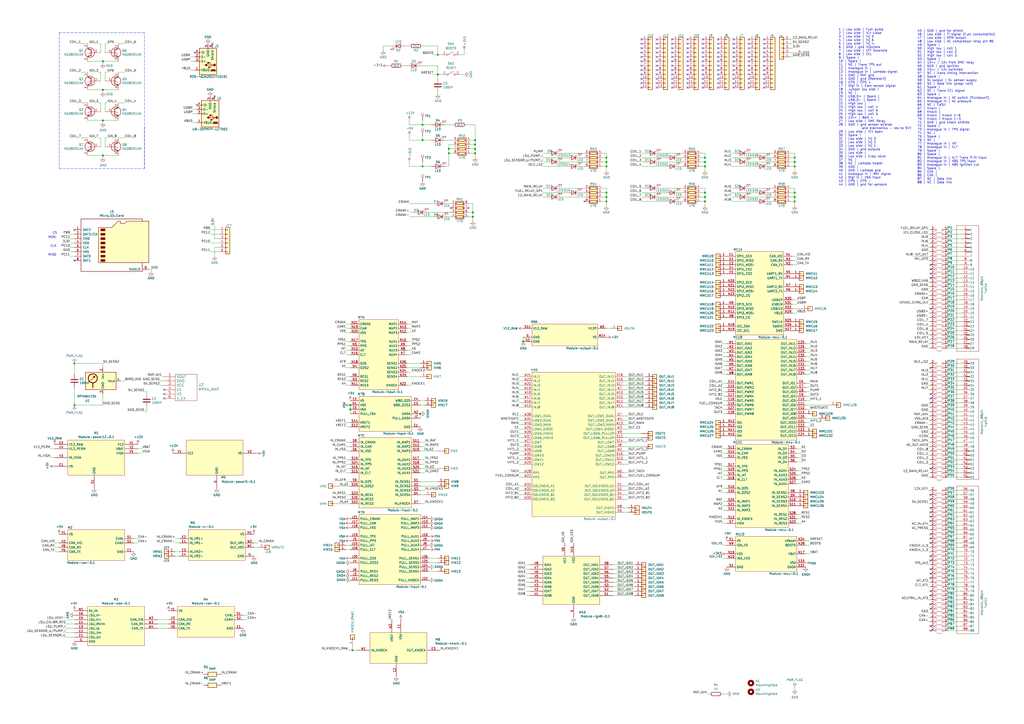
<source format=kicad_sch>
(kicad_sch (version 20210126) (generator eeschema)
  (paper "A2")
  (lib_symbols
    (symbol "Connector:Micro_SD_Card" (pin_names (offset 1.016))
      (property "Reference" "J" (at -16.51 15.24 0))
      (property "Value" "Micro_SD_Card" (at 16.51 15.24 0))
      (symbol "Micro_SD_Card_1_1"
        (pin bidirectional line (at -22.86 7.62 0) (length 3.81) (name "DAT2") (number "1"))
        (pin bidirectional line (at -22.86 5.08 0) (length 3.81) (name "DAT3/CD") (number "2"))
        (pin input line (at -22.86 2.54 0) (length 3.81) (name "CMD") (number "3"))
        (pin power_in line (at -22.86 0 0) (length 3.81) (name "VDD") (number "4"))
        (pin input line (at -22.86 -2.54 0) (length 3.81) (name "CLK") (number "5"))
        (pin power_in line (at -22.86 -5.08 0) (length 3.81) (name "VSS") (number "6"))
        (pin bidirectional line (at -22.86 -7.62 0) (length 3.81) (name "DAT0") (number "7"))
        (pin bidirectional line (at -22.86 -10.16 0) (length 3.81) (name "DAT1") (number "8"))
        (pin passive line (at 20.32 -15.24 180) (length 3.81) (name "SHIELD") (number "9"))
      )
    )
    (symbol "Connector:TestPoint" (pin_numbers hide) (pin_names (offset 0.762) hide)
      (property "Reference" "TP" (at 0 6.858 0))
      (property "Value" "TestPoint" (at 0 5.08 0))
      (symbol "TestPoint_1_1"
        (pin passive line (at 0 0 90) (length 2.54) (name "1") (number "1"))
      )
    )
    (symbol "Connector_Generic:Conn_01x01" (pin_names (offset 1.016) hide)
      (property "Reference" "J" (at 0 2.54 0))
      (property "Value" "Conn_01x01" (at 0 -2.54 0))
      (symbol "Conn_01x01_1_1"
        (pin passive line (at -5.08 0 0) (length 3.81) (name "Pin_1") (number "1"))
      )
    )
    (symbol "Connector_Generic:Conn_01x05" (pin_names (offset 1.016) hide)
      (property "Reference" "J" (at 0 7.62 0))
      (property "Value" "Conn_01x05" (at 0 -7.62 0))
      (symbol "Conn_01x05_1_1"
        (pin passive line (at -5.08 5.08 0) (length 3.81) (name "Pin_1") (number "1"))
        (pin passive line (at -5.08 2.54 0) (length 3.81) (name "Pin_2") (number "2"))
        (pin passive line (at -5.08 0 0) (length 3.81) (name "Pin_3") (number "3"))
        (pin passive line (at -5.08 -2.54 0) (length 3.81) (name "Pin_4") (number "4"))
        (pin passive line (at -5.08 -5.08 0) (length 3.81) (name "Pin_5") (number "5"))
      )
    )
    (symbol "Connector_Generic:Conn_01x06" (pin_names (offset 1.016) hide)
      (property "Reference" "J" (at 0 7.62 0))
      (property "Value" "Conn_01x06" (at 0 -10.16 0))
      (symbol "Conn_01x06_1_1"
        (pin passive line (at -5.08 5.08 0) (length 3.81) (name "Pin_1") (number "1"))
        (pin passive line (at -5.08 2.54 0) (length 3.81) (name "Pin_2") (number "2"))
        (pin passive line (at -5.08 0 0) (length 3.81) (name "Pin_3") (number "3"))
        (pin passive line (at -5.08 -2.54 0) (length 3.81) (name "Pin_4") (number "4"))
        (pin passive line (at -5.08 -5.08 0) (length 3.81) (name "Pin_5") (number "5"))
        (pin passive line (at -5.08 -7.62 0) (length 3.81) (name "Pin_6") (number "6"))
      )
    )
    (symbol "Connector_Generic:Conn_01x12" (pin_names (offset 1.016) hide)
      (property "Reference" "J" (at 0 15.24 0))
      (property "Value" "Conn_01x12" (at 0 -17.78 0))
      (symbol "Conn_01x12_1_1"
        (pin passive line (at -5.08 12.7 0) (length 3.81) (name "Pin_1") (number "1"))
        (pin passive line (at -5.08 -10.16 0) (length 3.81) (name "Pin_10") (number "10"))
        (pin passive line (at -5.08 -12.7 0) (length 3.81) (name "Pin_11") (number "11"))
        (pin passive line (at -5.08 -15.24 0) (length 3.81) (name "Pin_12") (number "12"))
        (pin passive line (at -5.08 10.16 0) (length 3.81) (name "Pin_2") (number "2"))
        (pin passive line (at -5.08 7.62 0) (length 3.81) (name "Pin_3") (number "3"))
        (pin passive line (at -5.08 5.08 0) (length 3.81) (name "Pin_4") (number "4"))
        (pin passive line (at -5.08 2.54 0) (length 3.81) (name "Pin_5") (number "5"))
        (pin passive line (at -5.08 0 0) (length 3.81) (name "Pin_6") (number "6"))
        (pin passive line (at -5.08 -2.54 0) (length 3.81) (name "Pin_7") (number "7"))
        (pin passive line (at -5.08 -5.08 0) (length 3.81) (name "Pin_8") (number "8"))
        (pin passive line (at -5.08 -7.62 0) (length 3.81) (name "Pin_9") (number "9"))
      )
    )
    (symbol "Device:C" (pin_numbers hide) (pin_names (offset 0.254))
      (property "Reference" "C" (at 0.635 2.54 0))
      (property "Value" "C" (at 0.635 -2.54 0))
      (symbol "C_1_1"
        (pin passive line (at 0 3.81 270) (length 2.794) (name "~") (number "1"))
        (pin passive line (at 0 -3.81 90) (length 2.794) (name "~") (number "2"))
      )
    )
    (symbol "Device:LED" (pin_numbers hide) (pin_names (offset 1.016) hide)
      (property "Reference" "D" (at 0 2.54 0))
      (property "Value" "LED" (at 0 -2.54 0))
      (symbol "LED_1_1"
        (pin passive line (at -3.81 0 0) (length 2.54) (name "K") (number "1"))
        (pin passive line (at 3.81 0 180) (length 2.54) (name "A") (number "2"))
      )
    )
    (symbol "Device:Q_NIGBT_GCE" (pin_names (offset 0) hide)
      (property "Reference" "Q" (at 5.08 1.27 0))
      (property "Value" "Q_NIGBT_GCE" (at 5.08 -1.27 0))
      (symbol "Q_NIGBT_GCE_1_1"
        (pin input line (at -5.08 0 0) (length 5.334) (name "G") (number "1"))
        (pin passive line (at 2.54 5.08 270) (length 2.54) (name "C") (number "2"))
        (pin passive line (at 2.54 -5.08 90) (length 2.54) (name "E") (number "3"))
      )
    )
    (symbol "Device:R" (pin_numbers hide) (pin_names (offset 0))
      (property "Reference" "R" (at 2.032 0 90))
      (property "Value" "R" (at 0 0 90))
      (symbol "R_1_1"
        (pin passive line (at 0 3.81 270) (length 1.27) (name "~") (number "1"))
        (pin passive line (at 0 -3.81 90) (length 1.27) (name "~") (number "2"))
      )
    )
    (symbol "Device:R_Pack04" (pin_names (offset 0) hide)
      (property "Reference" "RN" (at -7.62 0 90))
      (property "Value" "R_Pack04" (at 5.08 0 90))
      (symbol "R_Pack04_1_1"
        (pin passive line (at -5.08 -5.08 90) (length 2.54) (name "R1.1") (number "1"))
        (pin passive line (at -2.54 -5.08 90) (length 2.54) (name "R2.1") (number "2"))
        (pin passive line (at 0 -5.08 90) (length 2.54) (name "R3.1") (number "3"))
        (pin passive line (at 2.54 -5.08 90) (length 2.54) (name "R4.1") (number "4"))
        (pin passive line (at 2.54 5.08 270) (length 2.54) (name "R4.2") (number "5"))
        (pin passive line (at 0 5.08 270) (length 2.54) (name "R3.2") (number "6"))
        (pin passive line (at -2.54 5.08 270) (length 2.54) (name "R2.2") (number "7"))
        (pin passive line (at -5.08 5.08 270) (length 2.54) (name "R1.2") (number "8"))
      )
    )
    (symbol "Jumper:Jumper_2_Open" (pin_names (offset 0) hide)
      (property "Reference" "JP" (at 0 2.794 0))
      (property "Value" "Jumper_2_Open" (at 0 -2.286 0))
      (symbol "Jumper_2_Open_1_1"
        (pin passive line (at -5.08 0 0) (length 2.54) (name "A") (number "1"))
        (pin passive line (at 5.08 0 180) (length 2.54) (name "B") (number "2"))
      )
    )
    (symbol "MPX-4_MAP:MPX4_MAP" (pin_names (offset 0.762))
      (property "Reference" "U" (at 0 10.16 0))
      (property "Value" "MPX4_MAP" (at 8.89 0 90))
      (symbol "MPX4_MAP_1_1"
        (pin passive line (at -8.89 6.35 0) (length 6.35) (name "VOUT") (number "1"))
        (pin passive line (at -8.89 3.81 0) (length 6.35) (name "GND") (number "2"))
        (pin passive line (at -8.89 1.27 0) (length 6.35) (name "VCC") (number "3"))
        (pin passive line (at -8.89 -1.27 0) (length 6.35) (name "V1") (number "4"))
        (pin passive line (at -8.89 -3.81 0) (length 6.35) (name "V2") (number "5"))
        (pin passive line (at -8.89 -6.35 0) (length 6.35) (name "V_EX") (number "6"))
      )
    )
    (symbol "Mechanical:MountingHole" (pin_names (offset 1.016))
      (property "Reference" "H" (at 0 5.08 0))
      (property "Value" "MountingHole" (at 0 3.175 0))
    )
    (symbol "Sensor_Pressure:MPXA6115A"
      (property "Reference" "U" (at -10.16 6.35 0))
      (property "Value" "MPXA6115A" (at 1.27 6.35 0))
      (symbol "MPXA6115A_1_1"
        (pin no_connect line (at 5.08 -5.08 90) (length 2.54) hide (name "NC") (number "1"))
        (pin power_in line (at 0 7.62 270) (length 2.54) (name "Vcc") (number "2"))
        (pin power_in line (at 0 -7.62 90) (length 2.54) (name "GND") (number "3"))
        (pin output line (at 10.16 0 180) (length 2.54) (name "Vout") (number "4"))
        (pin no_connect line (at -7.62 -5.08 90) (length 2.54) hide (name "NC") (number "5"))
        (pin no_connect line (at -5.08 -5.08 90) (length 2.54) hide (name "NC") (number "6"))
        (pin no_connect line (at -2.54 -5.08 90) (length 2.54) hide (name "NC") (number "7"))
        (pin no_connect line (at 2.54 -5.08 90) (length 2.54) hide (name "NC") (number "8"))
      )
    )
    (symbol "Switch:SW_SPST" (pin_names (offset 0) hide)
      (property "Reference" "SW" (at 0 3.175 0))
      (property "Value" "SW_SPST" (at 0 -2.54 0))
      (symbol "SW_SPST_1_1"
        (pin passive line (at -5.08 0 0) (length 2.54) (name "A") (number "1"))
        (pin passive line (at 5.08 0 180) (length 2.54) (name "B") (number "2"))
      )
    )
    (symbol "hellen-one-can-0.1:Module-can-0.1"
      (property "Reference" "M" (at 0 0 0))
      (property "Value" "Module-can-0.1" (at 0 0 0))
      (symbol "Module-can-0.1_1_0"
        (pin passive line (at -5.08 -2.54 0) (length 5.08) (name "V5") (number "V1"))
        (pin passive line (at -5.08 -7.62 0) (length 5.08) (name "CAN_VIO") (number "V2"))
        (pin passive line (at 38.1 -7.62 180) (length 5.08) (name "CANH") (number "S2"))
        (pin passive line (at 38.1 -5.08 180) (length 5.08) (name "CANL") (number "S1"))
        (pin passive line (at -5.08 -12.7 0) (length 5.08) (name "CAN_TX") (number "V5"))
        (pin passive line (at -5.08 -10.16 0) (length 5.08) (name "CAN_RX") (number "V6"))
        (pin passive line (at 38.1 -12.7 180) (length 5.08) (name "GND") (number "E1"))
      )
    )
    (symbol "hellen-one-can-0.1:Module-can-0.1_1"
      (property "Reference" "M" (at 0 0 0))
      (property "Value" "Module-can-0.1" (at 0 0 0))
      (symbol "Module-can-0.1_1_1_0"
        (pin passive line (at -5.08 -2.54 0) (length 5.08) (name "V5") (number "V1"))
        (pin passive line (at -5.08 -7.62 0) (length 5.08) (name "CAN_VIO") (number "V2"))
        (pin passive line (at 38.1 -7.62 180) (length 5.08) (name "CANH") (number "S2"))
        (pin passive line (at 38.1 -5.08 180) (length 5.08) (name "CANL") (number "S1"))
        (pin passive line (at -5.08 -12.7 0) (length 5.08) (name "CAN_TX") (number "V5"))
        (pin passive line (at -5.08 -10.16 0) (length 5.08) (name "CAN_RX") (number "V6"))
        (pin passive line (at 38.1 -12.7 180) (length 5.08) (name "GND") (number "E1"))
      )
    )
    (symbol "hellen-one-common:Pad" (pin_numbers hide) (pin_names (offset 1.016) hide)
      (property "Reference" "P" (at 2.54 0 0))
      (symbol "Pad_1_1"
        (pin passive line (at -5.08 0 0) (length 3.81) (name "Pin_1") (number "1"))
      )
    )
    (symbol "hellen-one-common:Pad_1" (pin_numbers hide) (pin_names (offset 1.016) hide)
      (property "Reference" "P" (at 2.54 0 0))
      (symbol "Pad_1_1_1"
        (pin passive line (at -5.08 0 0) (length 3.81) (name "Pin_1") (number "1"))
      )
    )
    (symbol "hellen-one-common:Pad_2" (pin_numbers hide) (pin_names (offset 1.016) hide)
      (property "Reference" "P" (at 2.54 0 0))
      (symbol "Pad_2_1_1"
        (pin passive line (at -5.08 0 0) (length 3.81) (name "Pin_1") (number "1"))
      )
    )
    (symbol "hellen-one-common:Pad_3" (pin_numbers hide) (pin_names (offset 1.016) hide)
      (property "Reference" "P" (at 2.54 0 0))
      (symbol "Pad_3_1_1"
        (pin passive line (at -5.08 0 0) (length 3.81) (name "Pin_1") (number "1"))
      )
    )
    (symbol "hellen-one-common:Pad_32" (pin_numbers hide) (pin_names (offset 1.016) hide)
      (property "Reference" "P" (at 2.54 0 0))
      (symbol "Pad_32_1_1"
        (pin passive line (at -5.08 0 0) (length 3.81) (name "Pin_1") (number "1"))
      )
    )
    (symbol "hellen-one-common:Pad_33" (pin_numbers hide) (pin_names (offset 1.016) hide)
      (property "Reference" "P" (at 2.54 0 0))
      (symbol "Pad_33_1_1"
        (pin passive line (at -5.08 0 0) (length 3.81) (name "Pin_1") (number "1"))
      )
    )
    (symbol "hellen-one-common:Pad_4" (pin_numbers hide) (pin_names (offset 1.016) hide)
      (property "Reference" "P" (at 2.54 0 0))
      (symbol "Pad_4_1_1"
        (pin passive line (at -5.08 0 0) (length 3.81) (name "Pin_1") (number "1"))
      )
    )
    (symbol "hellen-one-common:Res" (pin_numbers hide)
      (property "Reference" "R" (at 3.81 2.54 0))
      (property "Value" "Res" (at 5.08 -2.54 0))
      (symbol "Res_1_0"
        (pin passive line (at 10.16 0 180) (length 2.54) (name "") (number "2"))
        (pin passive line (at 0 0 0) (length 2.54) (name "") (number "1"))
      )
    )
    (symbol "hellen-one-common:USB_B_Mini" (pin_names (offset 1.016))
      (property "Reference" "J" (at -5.08 11.43 0))
      (property "Value" "USB_B_Mini" (at -5.08 8.89 0))
      (symbol "USB_B_Mini_1_1"
        (pin power_out line (at 7.62 5.08 180) (length 2.54) (name "VBUS") (number "1"))
        (pin passive line (at 7.62 -2.54 180) (length 2.54) (name "D-") (number "2"))
        (pin passive line (at 7.62 0 180) (length 2.54) (name "D+") (number "3"))
        (pin passive line (at 7.62 -5.08 180) (length 2.54) (name "ID") (number "4"))
        (pin power_out line (at 0 -10.16 90) (length 2.54) (name "GND") (number "5"))
        (pin passive line (at -2.54 -10.16 90) (length 2.54) (name "Shield") (number "6"))
      )
    )
    (symbol "hellen-one-ign8-0.1:Module-ign8-0.1"
      (property "Reference" "M" (at 0 0 0))
      (property "Value" "Module-ign8-0.1" (at 0 0 0))
      (symbol "Module-ign8-0.1_1_0"
        (pin passive line (at -7.62 -15.24 0) (length 7.62) (name "IGN5") (number "V4"))
        (pin passive line (at -7.62 -12.7 0) (length 7.62) (name "IGN4") (number "V5"))
        (pin passive line (at -7.62 -17.78 0) (length 7.62) (name "IGN6") (number "V3"))
        (pin passive line (at -7.62 -20.32 0) (length 7.62) (name "IGN7") (number "V2"))
        (pin passive line (at -7.62 -10.16 0) (length 7.62) (name "IGN3") (number "V6"))
        (pin passive line (at -7.62 -7.62 0) (length 7.62) (name "IGN2") (number "V7"))
        (pin passive line (at -7.62 -22.86 0) (length 7.62) (name "IGN8") (number "V1"))
        (pin passive line (at -7.62 -5.08 0) (length 7.62) (name "IGN1") (number "V8"))
        (pin passive line (at 40.64 -22.86 180) (length 7.62) (name "OUT_IGN8") (number "S1"))
        (pin passive line (at 40.64 -20.32 180) (length 7.62) (name "OUT_IGN7") (number "S2"))
        (pin passive line (at 40.64 -17.78 180) (length 7.62) (name "OUT_IGN6") (number "S3"))
        (pin passive line (at 40.64 -15.24 180) (length 7.62) (name "OUT_IGN5") (number "S4"))
        (pin passive line (at 40.64 -12.7 180) (length 7.62) (name "OUT_IGN4") (number "S5"))
        (pin passive line (at 40.64 -10.16 180) (length 7.62) (name "OUT_IGN3") (number "S6"))
        (pin passive line (at 40.64 -7.62 180) (length 7.62) (name "OUT_IGN2") (number "S7"))
        (pin passive line (at 40.64 -5.08 180) (length 7.62) (name "OUT_IGN1") (number "S8"))
        (pin passive line (at 17.78 -35.56 90) (length 7.62) (name "GND") (number "G"))
        (pin passive line (at 12.7 7.62 270) (length 7.62) (name "VCC") (number "V9"))
        (pin passive line (at 17.78 7.62 270) (length 7.62) (name "V33") (number "V10"))
      )
    )
    (symbol "hellen-one-input-0.1:Module-input-0.1"
      (property "Reference" "M" (at 0 0 0))
      (property "Value" "Module-input-0.1" (at 0 0 0))
      (symbol "Module-input-0.1_1_0"
        (pin passive line (at -5.08 -35.56 0) (length 5.08) (name "RES2") (number "N3"))
        (pin passive line (at -5.08 -27.94 0) (length 5.08) (name "O2S2") (number "N4"))
        (pin passive line (at -5.08 -15.24 0) (length 5.08) (name "PPS") (number "N5"))
        (pin passive line (at -5.08 -33.02 0) (length 5.08) (name "RES1") (number "N6"))
        (pin passive line (at 27.94 -20.32 180) (length 5.08) (name "AUX4") (number "N7"))
        (pin passive line (at 27.94 -17.78 180) (length 5.08) (name "AUX3") (number "N8"))
        (pin passive line (at 27.94 -15.24 180) (length 5.08) (name "AUX2") (number "N9"))
        (pin passive line (at 27.94 -12.7 180) (length 5.08) (name "AUX1") (number "N10"))
        (pin passive line (at -5.08 -38.1 0) (length 5.08) (name "RES3") (number "N11"))
        (pin passive line (at 27.94 -7.62 180) (length 5.08) (name "MAP3") (number "N12"))
        (pin passive line (at 27.94 -5.08 180) (length 5.08) (name "MAP2") (number "N13"))
        (pin passive line (at 27.94 -2.54 180) (length 5.08) (name "MAP1") (number "N14"))
        (pin passive line (at -5.08 -17.78 0) (length 5.08) (name "IAT") (number "N15"))
        (pin passive line (at -5.08 -20.32 0) (length 5.08) (name "CLT") (number "N16"))
        (pin passive line (at -5.08 -12.7 0) (length 5.08) (name "TPS") (number "N17"))
        (pin passive line (at -5.08 -25.4 0) (length 5.08) (name "O2S") (number "N18"))
        (pin passive line (at -5.08 -5.08 0) (length 5.08) (name "CAM") (number "N19"))
        (pin passive line (at -5.08 -7.62 0) (length 5.08) (name "VSS") (number "N20"))
        (pin passive line (at -5.08 -2.54 0) (length 5.08) (name "CRANK") (number "N21"))
        (pin passive line (at 27.94 -38.1 180) (length 5.08) (name "KNOCK") (number "N22"))
        (pin passive line (at 27.94 -33.02 180) (length 5.08) (name "SENS4") (number "N23"))
        (pin passive line (at 27.94 -30.48 180) (length 5.08) (name "SENS3") (number "N24"))
        (pin passive line (at 27.94 -27.94 180) (length 5.08) (name "SENS2") (number "N25"))
        (pin passive line (at 27.94 -25.4 180) (length 5.08) (name "SENS1") (number "N26"))
      )
      (symbol "Module-input-0.1_2_0"
        (pin passive line (at -5.08 -10.16 0) (length 5.08) (name "PULL_V5A") (number "J1"))
        (pin passive line (at 35.56 -12.7 180) (length 5.08) (name "PULL_GNDA") (number "J2"))
        (pin passive line (at -5.08 -17.78 0) (length 5.08) (name "VREF2") (number "S13"))
        (pin passive line (at -5.08 -15.24 0) (length 5.08) (name "VREF1") (number "S14"))
        (pin passive line (at -5.08 -5.08 0) (length 5.08) (name "V5A") (number "N1"))
        (pin passive line (at 35.56 -10.16 180) (length 5.08) (name "GNDA") (number "N2"))
        (pin passive line (at 35.56 -17.78 180) (length 5.08) (name "GND") (number "E1"))
        (pin passive line (at 35.56 -2.54 180) (length 5.08) (name "WBO_O2S") (number "E4"))
        (pin passive line (at -5.08 -2.54 0) (length 5.08) (name "V5") (number "E2"))
        (pin passive line (at 35.56 -5.08 180) (length 5.08) (name "WBO_O2S2") (number "E3"))
        (pin passive line (at -5.08 -7.62 0) (length 5.08) (name "V5A") (number "E5"))
      )
      (symbol "Module-input-0.1_3_0"
        (pin passive line (at 35.56 -25.4 180) (length 5.08) (name "IN_SENS1") (number "S1"))
        (pin passive line (at 35.56 -27.94 180) (length 5.08) (name "IN_SENS2") (number "S2"))
        (pin passive line (at 35.56 -30.48 180) (length 5.08) (name "IN_SENS3") (number "S3"))
        (pin passive line (at 35.56 -33.02 180) (length 5.08) (name "IN_SENS4") (number "S4"))
        (pin passive line (at -5.08 -5.08 0) (length 5.08) (name "IN_CAM") (number "S5"))
        (pin passive line (at -5.08 -7.62 0) (length 5.08) (name "IN_VSS") (number "S6"))
        (pin passive line (at 35.56 -38.1 180) (length 5.08) (name "IN_KNOCK") (number "S7"))
        (pin passive line (at -5.08 -2.54 0) (length 5.08) (name "IN_CRANK") (number "S8"))
        (pin passive line (at -5.08 -25.4 0) (length 5.08) (name "IN_O2S") (number "S9"))
        (pin passive line (at -5.08 -12.7 0) (length 5.08) (name "IN_TPS") (number "S10"))
        (pin passive line (at 35.56 -2.54 180) (length 5.08) (name "IN_MAP1") (number "S11"))
        (pin passive line (at 35.56 -5.08 180) (length 5.08) (name "IN_MAP2") (number "S12"))
        (pin passive line (at -5.08 -20.32 0) (length 5.08) (name "IN_CLT") (number "S15"))
        (pin passive line (at -5.08 -17.78 0) (length 5.08) (name "IN_IAT") (number "S16"))
        (pin passive line (at 35.56 -12.7 180) (length 5.08) (name "IN_AUX1") (number "S17"))
        (pin passive line (at 35.56 -15.24 180) (length 5.08) (name "IN_AUX2") (number "S18"))
        (pin passive line (at 35.56 -7.62 180) (length 5.08) (name "IN_MAP3") (number "S19"))
        (pin passive line (at 35.56 -17.78 180) (length 5.08) (name "IN_AUX3") (number "S20"))
        (pin passive line (at 35.56 -20.32 180) (length 5.08) (name "IN_AUX4") (number "S21"))
        (pin passive line (at -5.08 -38.1 0) (length 5.08) (name "IN_RES3") (number "S22"))
        (pin passive line (at -5.08 -33.02 0) (length 5.08) (name "IN_RES1") (number "S23"))
        (pin passive line (at -5.08 -15.24 0) (length 5.08) (name "IN_PPS") (number "S24"))
        (pin passive line (at -5.08 -27.94 0) (length 5.08) (name "IN_O2S2") (number "S25"))
        (pin passive line (at -5.08 -35.56 0) (length 5.08) (name "IN_RES2") (number "S26"))
      )
      (symbol "Module-input-0.1_4_0"
        (pin passive line (at -5.08 -35.56 0) (length 5.08) (name "PULL_RES2") (number "J3"))
        (pin passive line (at -5.08 -27.94 0) (length 5.08) (name "PULL_O2S2") (number "J4"))
        (pin passive line (at -5.08 -15.24 0) (length 5.08) (name "PULL_PPS") (number "J5"))
        (pin passive line (at -5.08 -33.02 0) (length 5.08) (name "PULL_RES1") (number "J6"))
        (pin passive line (at 40.64 -20.32 180) (length 5.08) (name "PULL_AUX4") (number "J7"))
        (pin passive line (at 40.64 -17.78 180) (length 5.08) (name "PULL_AUX3") (number "J8"))
        (pin passive line (at 40.64 -15.24 180) (length 5.08) (name "PULL_AUX2") (number "J9"))
        (pin passive line (at 40.64 -12.7 180) (length 5.08) (name "PULL_AUX1") (number "J10"))
        (pin passive line (at -5.08 -38.1 0) (length 5.08) (name "PULL_RES3") (number "J11"))
        (pin passive line (at 40.64 -7.62 180) (length 5.08) (name "PULL_MAP3") (number "J12"))
        (pin passive line (at 40.64 -5.08 180) (length 5.08) (name "PULL_MAP2") (number "J13"))
        (pin passive line (at 40.64 -2.54 180) (length 5.08) (name "PULL_MAP1") (number "J14"))
        (pin passive line (at -5.08 -17.78 0) (length 5.08) (name "PULL_IAT") (number "J15"))
        (pin passive line (at -5.08 -20.32 0) (length 5.08) (name "PULL_CLT") (number "J16"))
        (pin passive line (at -5.08 -5.08 0) (length 5.08) (name "PULL_CAM") (number "J17"))
        (pin passive line (at -5.08 -7.62 0) (length 5.08) (name "PULL_VSS") (number "J18"))
        (pin passive line (at -5.08 -12.7 0) (length 5.08) (name "PULL_TPS") (number "J19"))
        (pin passive line (at -5.08 -25.4 0) (length 5.08) (name "PULL_O2S") (number "J20"))
        (pin passive line (at -5.08 -2.54 0) (length 5.08) (name "PULL_CRANK") (number "J21"))
        (pin passive line (at 40.64 -38.1 180) (length 5.08) (name "PULL_KNOCK") (number "J22"))
        (pin passive line (at 40.64 -33.02 180) (length 5.08) (name "PULL_SENS4") (number "J23"))
        (pin passive line (at 40.64 -30.48 180) (length 5.08) (name "PULL_SENS3") (number "J24"))
        (pin passive line (at 40.64 -27.94 180) (length 5.08) (name "PULL_SENS2") (number "J25"))
        (pin passive line (at 40.64 -25.4 180) (length 5.08) (name "PULL_SENS1") (number "J26"))
      )
    )
    (symbol "hellen-one-input-0.1:Module-input-0.1_1"
      (property "Reference" "M" (at 0 0 0))
      (property "Value" "Module-input-0.1" (at 0 0 0))
      (symbol "Module-input-0.1_1_1_0"
        (pin passive line (at -5.08 -35.56 0) (length 5.08) (name "RES2") (number "N3"))
        (pin passive line (at -5.08 -27.94 0) (length 5.08) (name "O2S2") (number "N4"))
        (pin passive line (at -5.08 -15.24 0) (length 5.08) (name "PPS") (number "N5"))
        (pin passive line (at -5.08 -33.02 0) (length 5.08) (name "RES1") (number "N6"))
        (pin passive line (at 27.94 -20.32 180) (length 5.08) (name "AUX4") (number "N7"))
        (pin passive line (at 27.94 -17.78 180) (length 5.08) (name "AUX3") (number "N8"))
        (pin passive line (at 27.94 -15.24 180) (length 5.08) (name "AUX2") (number "N9"))
        (pin passive line (at 27.94 -12.7 180) (length 5.08) (name "AUX1") (number "N10"))
        (pin passive line (at -5.08 -38.1 0) (length 5.08) (name "RES3") (number "N11"))
        (pin passive line (at 27.94 -7.62 180) (length 5.08) (name "MAP3") (number "N12"))
        (pin passive line (at 27.94 -5.08 180) (length 5.08) (name "MAP2") (number "N13"))
        (pin passive line (at 27.94 -2.54 180) (length 5.08) (name "MAP1") (number "N14"))
        (pin passive line (at -5.08 -17.78 0) (length 5.08) (name "IAT") (number "N15"))
        (pin passive line (at -5.08 -20.32 0) (length 5.08) (name "CLT") (number "N16"))
        (pin passive line (at -5.08 -12.7 0) (length 5.08) (name "TPS") (number "N17"))
        (pin passive line (at -5.08 -25.4 0) (length 5.08) (name "O2S") (number "N18"))
        (pin passive line (at -5.08 -5.08 0) (length 5.08) (name "CAM") (number "N19"))
        (pin passive line (at -5.08 -7.62 0) (length 5.08) (name "VSS") (number "N20"))
        (pin passive line (at -5.08 -2.54 0) (length 5.08) (name "CRANK") (number "N21"))
        (pin passive line (at 27.94 -38.1 180) (length 5.08) (name "KNOCK") (number "N22"))
        (pin passive line (at 27.94 -33.02 180) (length 5.08) (name "SENS4") (number "N23"))
        (pin passive line (at 27.94 -30.48 180) (length 5.08) (name "SENS3") (number "N24"))
        (pin passive line (at 27.94 -27.94 180) (length 5.08) (name "SENS2") (number "N25"))
        (pin passive line (at 27.94 -25.4 180) (length 5.08) (name "SENS1") (number "N26"))
      )
      (symbol "Module-input-0.1_1_2_0"
        (pin passive line (at -5.08 -10.16 0) (length 5.08) (name "PULL_V5A") (number "J1"))
        (pin passive line (at 35.56 -12.7 180) (length 5.08) (name "PULL_GNDA") (number "J2"))
        (pin passive line (at -5.08 -17.78 0) (length 5.08) (name "VREF2") (number "S13"))
        (pin passive line (at -5.08 -15.24 0) (length 5.08) (name "VREF1") (number "S14"))
        (pin passive line (at -5.08 -5.08 0) (length 5.08) (name "V5A") (number "N1"))
        (pin passive line (at 35.56 -10.16 180) (length 5.08) (name "GNDA") (number "N2"))
        (pin passive line (at 35.56 -17.78 180) (length 5.08) (name "GND") (number "E1"))
        (pin passive line (at 35.56 -2.54 180) (length 5.08) (name "WBO_O2S") (number "E4"))
        (pin passive line (at -5.08 -2.54 0) (length 5.08) (name "V5") (number "E2"))
        (pin passive line (at 35.56 -5.08 180) (length 5.08) (name "WBO_O2S2") (number "E3"))
        (pin passive line (at -5.08 -7.62 0) (length 5.08) (name "V5A") (number "E5"))
      )
      (symbol "Module-input-0.1_1_3_0"
        (pin passive line (at 35.56 -25.4 180) (length 5.08) (name "IN_SENS1") (number "S1"))
        (pin passive line (at 35.56 -27.94 180) (length 5.08) (name "IN_SENS2") (number "S2"))
        (pin passive line (at 35.56 -30.48 180) (length 5.08) (name "IN_SENS3") (number "S3"))
        (pin passive line (at 35.56 -33.02 180) (length 5.08) (name "IN_SENS4") (number "S4"))
        (pin passive line (at -5.08 -5.08 0) (length 5.08) (name "IN_CAM") (number "S5"))
        (pin passive line (at -5.08 -7.62 0) (length 5.08) (name "IN_VSS") (number "S6"))
        (pin passive line (at 35.56 -38.1 180) (length 5.08) (name "IN_KNOCK") (number "S7"))
        (pin passive line (at -5.08 -2.54 0) (length 5.08) (name "IN_CRANK") (number "S8"))
        (pin passive line (at -5.08 -25.4 0) (length 5.08) (name "IN_O2S") (number "S9"))
        (pin passive line (at -5.08 -12.7 0) (length 5.08) (name "IN_TPS") (number "S10"))
        (pin passive line (at 35.56 -2.54 180) (length 5.08) (name "IN_MAP1") (number "S11"))
        (pin passive line (at 35.56 -5.08 180) (length 5.08) (name "IN_MAP2") (number "S12"))
        (pin passive line (at -5.08 -20.32 0) (length 5.08) (name "IN_CLT") (number "S15"))
        (pin passive line (at -5.08 -17.78 0) (length 5.08) (name "IN_IAT") (number "S16"))
        (pin passive line (at 35.56 -12.7 180) (length 5.08) (name "IN_AUX1") (number "S17"))
        (pin passive line (at 35.56 -15.24 180) (length 5.08) (name "IN_AUX2") (number "S18"))
        (pin passive line (at 35.56 -7.62 180) (length 5.08) (name "IN_MAP3") (number "S19"))
        (pin passive line (at 35.56 -17.78 180) (length 5.08) (name "IN_AUX3") (number "S20"))
        (pin passive line (at 35.56 -20.32 180) (length 5.08) (name "IN_AUX4") (number "S21"))
        (pin passive line (at -5.08 -38.1 0) (length 5.08) (name "IN_RES3") (number "S22"))
        (pin passive line (at -5.08 -33.02 0) (length 5.08) (name "IN_RES1") (number "S23"))
        (pin passive line (at -5.08 -15.24 0) (length 5.08) (name "IN_PPS") (number "S24"))
        (pin passive line (at -5.08 -27.94 0) (length 5.08) (name "IN_O2S2") (number "S25"))
        (pin passive line (at -5.08 -35.56 0) (length 5.08) (name "IN_RES2") (number "S26"))
      )
      (symbol "Module-input-0.1_1_4_0"
        (pin passive line (at -5.08 -35.56 0) (length 5.08) (name "PULL_RES2") (number "J3"))
        (pin passive line (at -5.08 -27.94 0) (length 5.08) (name "PULL_O2S2") (number "J4"))
        (pin passive line (at -5.08 -15.24 0) (length 5.08) (name "PULL_PPS") (number "J5"))
        (pin passive line (at -5.08 -33.02 0) (length 5.08) (name "PULL_RES1") (number "J6"))
        (pin passive line (at 40.64 -20.32 180) (length 5.08) (name "PULL_AUX4") (number "J7"))
        (pin passive line (at 40.64 -17.78 180) (length 5.08) (name "PULL_AUX3") (number "J8"))
        (pin passive line (at 40.64 -15.24 180) (length 5.08) (name "PULL_AUX2") (number "J9"))
        (pin passive line (at 40.64 -12.7 180) (length 5.08) (name "PULL_AUX1") (number "J10"))
        (pin passive line (at -5.08 -38.1 0) (length 5.08) (name "PULL_RES3") (number "J11"))
        (pin passive line (at 40.64 -7.62 180) (length 5.08) (name "PULL_MAP3") (number "J12"))
        (pin passive line (at 40.64 -5.08 180) (length 5.08) (name "PULL_MAP2") (number "J13"))
        (pin passive line (at 40.64 -2.54 180) (length 5.08) (name "PULL_MAP1") (number "J14"))
        (pin passive line (at -5.08 -17.78 0) (length 5.08) (name "PULL_IAT") (number "J15"))
        (pin passive line (at -5.08 -20.32 0) (length 5.08) (name "PULL_CLT") (number "J16"))
        (pin passive line (at -5.08 -5.08 0) (length 5.08) (name "PULL_CAM") (number "J17"))
        (pin passive line (at -5.08 -7.62 0) (length 5.08) (name "PULL_VSS") (number "J18"))
        (pin passive line (at -5.08 -12.7 0) (length 5.08) (name "PULL_TPS") (number "J19"))
        (pin passive line (at -5.08 -25.4 0) (length 5.08) (name "PULL_O2S") (number "J20"))
        (pin passive line (at -5.08 -2.54 0) (length 5.08) (name "PULL_CRANK") (number "J21"))
        (pin passive line (at 40.64 -38.1 180) (length 5.08) (name "PULL_KNOCK") (number "J22"))
        (pin passive line (at 40.64 -33.02 180) (length 5.08) (name "PULL_SENS4") (number "J23"))
        (pin passive line (at 40.64 -30.48 180) (length 5.08) (name "PULL_SENS3") (number "J24"))
        (pin passive line (at 40.64 -27.94 180) (length 5.08) (name "PULL_SENS2") (number "J25"))
        (pin passive line (at 40.64 -25.4 180) (length 5.08) (name "PULL_SENS1") (number "J26"))
      )
    )
    (symbol "hellen-one-input-0.1:Module-input-0.1_2"
      (property "Reference" "M" (at 0 0 0))
      (property "Value" "Module-input-0.1" (at 0 0 0))
      (symbol "Module-input-0.1_2_1_0"
        (pin passive line (at -5.08 -35.56 0) (length 5.08) (name "RES2") (number "N3"))
        (pin passive line (at -5.08 -27.94 0) (length 5.08) (name "O2S2") (number "N4"))
        (pin passive line (at -5.08 -15.24 0) (length 5.08) (name "PPS") (number "N5"))
        (pin passive line (at -5.08 -33.02 0) (length 5.08) (name "RES1") (number "N6"))
        (pin passive line (at 27.94 -20.32 180) (length 5.08) (name "AUX4") (number "N7"))
        (pin passive line (at 27.94 -17.78 180) (length 5.08) (name "AUX3") (number "N8"))
        (pin passive line (at 27.94 -15.24 180) (length 5.08) (name "AUX2") (number "N9"))
        (pin passive line (at 27.94 -12.7 180) (length 5.08) (name "AUX1") (number "N10"))
        (pin passive line (at -5.08 -38.1 0) (length 5.08) (name "RES3") (number "N11"))
        (pin passive line (at 27.94 -7.62 180) (length 5.08) (name "MAP3") (number "N12"))
        (pin passive line (at 27.94 -5.08 180) (length 5.08) (name "MAP2") (number "N13"))
        (pin passive line (at 27.94 -2.54 180) (length 5.08) (name "MAP1") (number "N14"))
        (pin passive line (at -5.08 -17.78 0) (length 5.08) (name "IAT") (number "N15"))
        (pin passive line (at -5.08 -20.32 0) (length 5.08) (name "CLT") (number "N16"))
        (pin passive line (at -5.08 -12.7 0) (length 5.08) (name "TPS") (number "N17"))
        (pin passive line (at -5.08 -25.4 0) (length 5.08) (name "O2S") (number "N18"))
        (pin passive line (at -5.08 -5.08 0) (length 5.08) (name "CAM") (number "N19"))
        (pin passive line (at -5.08 -7.62 0) (length 5.08) (name "VSS") (number "N20"))
        (pin passive line (at -5.08 -2.54 0) (length 5.08) (name "CRANK") (number "N21"))
        (pin passive line (at 27.94 -38.1 180) (length 5.08) (name "KNOCK") (number "N22"))
        (pin passive line (at 27.94 -33.02 180) (length 5.08) (name "SENS4") (number "N23"))
        (pin passive line (at 27.94 -30.48 180) (length 5.08) (name "SENS3") (number "N24"))
        (pin passive line (at 27.94 -27.94 180) (length 5.08) (name "SENS2") (number "N25"))
        (pin passive line (at 27.94 -25.4 180) (length 5.08) (name "SENS1") (number "N26"))
      )
      (symbol "Module-input-0.1_2_2_0"
        (pin passive line (at -5.08 -10.16 0) (length 5.08) (name "PULL_V5A") (number "J1"))
        (pin passive line (at 35.56 -12.7 180) (length 5.08) (name "PULL_GNDA") (number "J2"))
        (pin passive line (at -5.08 -17.78 0) (length 5.08) (name "VREF2") (number "S13"))
        (pin passive line (at -5.08 -15.24 0) (length 5.08) (name "VREF1") (number "S14"))
        (pin passive line (at -5.08 -5.08 0) (length 5.08) (name "V5A") (number "N1"))
        (pin passive line (at 35.56 -10.16 180) (length 5.08) (name "GNDA") (number "N2"))
        (pin passive line (at 35.56 -17.78 180) (length 5.08) (name "GND") (number "E1"))
        (pin passive line (at 35.56 -2.54 180) (length 5.08) (name "WBO_O2S") (number "E4"))
        (pin passive line (at -5.08 -2.54 0) (length 5.08) (name "V5") (number "E2"))
        (pin passive line (at 35.56 -5.08 180) (length 5.08) (name "WBO_O2S2") (number "E3"))
        (pin passive line (at -5.08 -7.62 0) (length 5.08) (name "V5A") (number "E5"))
      )
      (symbol "Module-input-0.1_2_3_0"
        (pin passive line (at 35.56 -25.4 180) (length 5.08) (name "IN_SENS1") (number "S1"))
        (pin passive line (at 35.56 -27.94 180) (length 5.08) (name "IN_SENS2") (number "S2"))
        (pin passive line (at 35.56 -30.48 180) (length 5.08) (name "IN_SENS3") (number "S3"))
        (pin passive line (at 35.56 -33.02 180) (length 5.08) (name "IN_SENS4") (number "S4"))
        (pin passive line (at -5.08 -5.08 0) (length 5.08) (name "IN_CAM") (number "S5"))
        (pin passive line (at -5.08 -7.62 0) (length 5.08) (name "IN_VSS") (number "S6"))
        (pin passive line (at 35.56 -38.1 180) (length 5.08) (name "IN_KNOCK") (number "S7"))
        (pin passive line (at -5.08 -2.54 0) (length 5.08) (name "IN_CRANK") (number "S8"))
        (pin passive line (at -5.08 -25.4 0) (length 5.08) (name "IN_O2S") (number "S9"))
        (pin passive line (at -5.08 -12.7 0) (length 5.08) (name "IN_TPS") (number "S10"))
        (pin passive line (at 35.56 -2.54 180) (length 5.08) (name "IN_MAP1") (number "S11"))
        (pin passive line (at 35.56 -5.08 180) (length 5.08) (name "IN_MAP2") (number "S12"))
        (pin passive line (at -5.08 -20.32 0) (length 5.08) (name "IN_CLT") (number "S15"))
        (pin passive line (at -5.08 -17.78 0) (length 5.08) (name "IN_IAT") (number "S16"))
        (pin passive line (at 35.56 -12.7 180) (length 5.08) (name "IN_AUX1") (number "S17"))
        (pin passive line (at 35.56 -15.24 180) (length 5.08) (name "IN_AUX2") (number "S18"))
        (pin passive line (at 35.56 -7.62 180) (length 5.08) (name "IN_MAP3") (number "S19"))
        (pin passive line (at 35.56 -17.78 180) (length 5.08) (name "IN_AUX3") (number "S20"))
        (pin passive line (at 35.56 -20.32 180) (length 5.08) (name "IN_AUX4") (number "S21"))
        (pin passive line (at -5.08 -38.1 0) (length 5.08) (name "IN_RES3") (number "S22"))
        (pin passive line (at -5.08 -33.02 0) (length 5.08) (name "IN_RES1") (number "S23"))
        (pin passive line (at -5.08 -15.24 0) (length 5.08) (name "IN_PPS") (number "S24"))
        (pin passive line (at -5.08 -27.94 0) (length 5.08) (name "IN_O2S2") (number "S25"))
        (pin passive line (at -5.08 -35.56 0) (length 5.08) (name "IN_RES2") (number "S26"))
      )
      (symbol "Module-input-0.1_2_4_0"
        (pin passive line (at -5.08 -35.56 0) (length 5.08) (name "PULL_RES2") (number "J3"))
        (pin passive line (at -5.08 -27.94 0) (length 5.08) (name "PULL_O2S2") (number "J4"))
        (pin passive line (at -5.08 -15.24 0) (length 5.08) (name "PULL_PPS") (number "J5"))
        (pin passive line (at -5.08 -33.02 0) (length 5.08) (name "PULL_RES1") (number "J6"))
        (pin passive line (at 40.64 -20.32 180) (length 5.08) (name "PULL_AUX4") (number "J7"))
        (pin passive line (at 40.64 -17.78 180) (length 5.08) (name "PULL_AUX3") (number "J8"))
        (pin passive line (at 40.64 -15.24 180) (length 5.08) (name "PULL_AUX2") (number "J9"))
        (pin passive line (at 40.64 -12.7 180) (length 5.08) (name "PULL_AUX1") (number "J10"))
        (pin passive line (at -5.08 -38.1 0) (length 5.08) (name "PULL_RES3") (number "J11"))
        (pin passive line (at 40.64 -7.62 180) (length 5.08) (name "PULL_MAP3") (number "J12"))
        (pin passive line (at 40.64 -5.08 180) (length 5.08) (name "PULL_MAP2") (number "J13"))
        (pin passive line (at 40.64 -2.54 180) (length 5.08) (name "PULL_MAP1") (number "J14"))
        (pin passive line (at -5.08 -17.78 0) (length 5.08) (name "PULL_IAT") (number "J15"))
        (pin passive line (at -5.08 -20.32 0) (length 5.08) (name "PULL_CLT") (number "J16"))
        (pin passive line (at -5.08 -5.08 0) (length 5.08) (name "PULL_CAM") (number "J17"))
        (pin passive line (at -5.08 -7.62 0) (length 5.08) (name "PULL_VSS") (number "J18"))
        (pin passive line (at -5.08 -12.7 0) (length 5.08) (name "PULL_TPS") (number "J19"))
        (pin passive line (at -5.08 -25.4 0) (length 5.08) (name "PULL_O2S") (number "J20"))
        (pin passive line (at -5.08 -2.54 0) (length 5.08) (name "PULL_CRANK") (number "J21"))
        (pin passive line (at 40.64 -38.1 180) (length 5.08) (name "PULL_KNOCK") (number "J22"))
        (pin passive line (at 40.64 -33.02 180) (length 5.08) (name "PULL_SENS4") (number "J23"))
        (pin passive line (at 40.64 -30.48 180) (length 5.08) (name "PULL_SENS3") (number "J24"))
        (pin passive line (at 40.64 -27.94 180) (length 5.08) (name "PULL_SENS2") (number "J25"))
        (pin passive line (at 40.64 -25.4 180) (length 5.08) (name "PULL_SENS1") (number "J26"))
      )
    )
    (symbol "hellen-one-input-0.1:Module-input-0.1_3"
      (property "Reference" "M" (at 0 0 0))
      (property "Value" "Module-input-0.1" (at 0 0 0))
      (symbol "Module-input-0.1_3_1_0"
        (pin passive line (at -5.08 -35.56 0) (length 5.08) (name "RES2") (number "N3"))
        (pin passive line (at -5.08 -27.94 0) (length 5.08) (name "O2S2") (number "N4"))
        (pin passive line (at -5.08 -15.24 0) (length 5.08) (name "PPS") (number "N5"))
        (pin passive line (at -5.08 -33.02 0) (length 5.08) (name "RES1") (number "N6"))
        (pin passive line (at 27.94 -20.32 180) (length 5.08) (name "AUX4") (number "N7"))
        (pin passive line (at 27.94 -17.78 180) (length 5.08) (name "AUX3") (number "N8"))
        (pin passive line (at 27.94 -15.24 180) (length 5.08) (name "AUX2") (number "N9"))
        (pin passive line (at 27.94 -12.7 180) (length 5.08) (name "AUX1") (number "N10"))
        (pin passive line (at -5.08 -38.1 0) (length 5.08) (name "RES3") (number "N11"))
        (pin passive line (at 27.94 -7.62 180) (length 5.08) (name "MAP3") (number "N12"))
        (pin passive line (at 27.94 -5.08 180) (length 5.08) (name "MAP2") (number "N13"))
        (pin passive line (at 27.94 -2.54 180) (length 5.08) (name "MAP1") (number "N14"))
        (pin passive line (at -5.08 -17.78 0) (length 5.08) (name "IAT") (number "N15"))
        (pin passive line (at -5.08 -20.32 0) (length 5.08) (name "CLT") (number "N16"))
        (pin passive line (at -5.08 -12.7 0) (length 5.08) (name "TPS") (number "N17"))
        (pin passive line (at -5.08 -25.4 0) (length 5.08) (name "O2S") (number "N18"))
        (pin passive line (at -5.08 -5.08 0) (length 5.08) (name "CAM") (number "N19"))
        (pin passive line (at -5.08 -7.62 0) (length 5.08) (name "VSS") (number "N20"))
        (pin passive line (at -5.08 -2.54 0) (length 5.08) (name "CRANK") (number "N21"))
        (pin passive line (at 27.94 -38.1 180) (length 5.08) (name "KNOCK") (number "N22"))
        (pin passive line (at 27.94 -33.02 180) (length 5.08) (name "SENS4") (number "N23"))
        (pin passive line (at 27.94 -30.48 180) (length 5.08) (name "SENS3") (number "N24"))
        (pin passive line (at 27.94 -27.94 180) (length 5.08) (name "SENS2") (number "N25"))
        (pin passive line (at 27.94 -25.4 180) (length 5.08) (name "SENS1") (number "N26"))
      )
      (symbol "Module-input-0.1_3_2_0"
        (pin passive line (at -5.08 -10.16 0) (length 5.08) (name "PULL_V5A") (number "J1"))
        (pin passive line (at 35.56 -12.7 180) (length 5.08) (name "PULL_GNDA") (number "J2"))
        (pin passive line (at -5.08 -17.78 0) (length 5.08) (name "VREF2") (number "S13"))
        (pin passive line (at -5.08 -15.24 0) (length 5.08) (name "VREF1") (number "S14"))
        (pin passive line (at -5.08 -5.08 0) (length 5.08) (name "V5A") (number "N1"))
        (pin passive line (at 35.56 -10.16 180) (length 5.08) (name "GNDA") (number "N2"))
        (pin passive line (at 35.56 -17.78 180) (length 5.08) (name "GND") (number "E1"))
        (pin passive line (at 35.56 -2.54 180) (length 5.08) (name "WBO_O2S") (number "E4"))
        (pin passive line (at -5.08 -2.54 0) (length 5.08) (name "V5") (number "E2"))
        (pin passive line (at 35.56 -5.08 180) (length 5.08) (name "WBO_O2S2") (number "E3"))
        (pin passive line (at -5.08 -7.62 0) (length 5.08) (name "V5A") (number "E5"))
      )
      (symbol "Module-input-0.1_3_3_0"
        (pin passive line (at 35.56 -25.4 180) (length 5.08) (name "IN_SENS1") (number "S1"))
        (pin passive line (at 35.56 -27.94 180) (length 5.08) (name "IN_SENS2") (number "S2"))
        (pin passive line (at 35.56 -30.48 180) (length 5.08) (name "IN_SENS3") (number "S3"))
        (pin passive line (at 35.56 -33.02 180) (length 5.08) (name "IN_SENS4") (number "S4"))
        (pin passive line (at -5.08 -5.08 0) (length 5.08) (name "IN_CAM") (number "S5"))
        (pin passive line (at -5.08 -7.62 0) (length 5.08) (name "IN_VSS") (number "S6"))
        (pin passive line (at 35.56 -38.1 180) (length 5.08) (name "IN_KNOCK") (number "S7"))
        (pin passive line (at -5.08 -2.54 0) (length 5.08) (name "IN_CRANK") (number "S8"))
        (pin passive line (at -5.08 -25.4 0) (length 5.08) (name "IN_O2S") (number "S9"))
        (pin passive line (at -5.08 -12.7 0) (length 5.08) (name "IN_TPS") (number "S10"))
        (pin passive line (at 35.56 -2.54 180) (length 5.08) (name "IN_MAP1") (number "S11"))
        (pin passive line (at 35.56 -5.08 180) (length 5.08) (name "IN_MAP2") (number "S12"))
        (pin passive line (at -5.08 -20.32 0) (length 5.08) (name "IN_CLT") (number "S15"))
        (pin passive line (at -5.08 -17.78 0) (length 5.08) (name "IN_IAT") (number "S16"))
        (pin passive line (at 35.56 -12.7 180) (length 5.08) (name "IN_AUX1") (number "S17"))
        (pin passive line (at 35.56 -15.24 180) (length 5.08) (name "IN_AUX2") (number "S18"))
        (pin passive line (at 35.56 -7.62 180) (length 5.08) (name "IN_MAP3") (number "S19"))
        (pin passive line (at 35.56 -17.78 180) (length 5.08) (name "IN_AUX3") (number "S20"))
        (pin passive line (at 35.56 -20.32 180) (length 5.08) (name "IN_AUX4") (number "S21"))
        (pin passive line (at -5.08 -38.1 0) (length 5.08) (name "IN_RES3") (number "S22"))
        (pin passive line (at -5.08 -33.02 0) (length 5.08) (name "IN_RES1") (number "S23"))
        (pin passive line (at -5.08 -15.24 0) (length 5.08) (name "IN_PPS") (number "S24"))
        (pin passive line (at -5.08 -27.94 0) (length 5.08) (name "IN_O2S2") (number "S25"))
        (pin passive line (at -5.08 -35.56 0) (length 5.08) (name "IN_RES2") (number "S26"))
      )
      (symbol "Module-input-0.1_3_4_0"
        (pin passive line (at -5.08 -35.56 0) (length 5.08) (name "PULL_RES2") (number "J3"))
        (pin passive line (at -5.08 -27.94 0) (length 5.08) (name "PULL_O2S2") (number "J4"))
        (pin passive line (at -5.08 -15.24 0) (length 5.08) (name "PULL_PPS") (number "J5"))
        (pin passive line (at -5.08 -33.02 0) (length 5.08) (name "PULL_RES1") (number "J6"))
        (pin passive line (at 40.64 -20.32 180) (length 5.08) (name "PULL_AUX4") (number "J7"))
        (pin passive line (at 40.64 -17.78 180) (length 5.08) (name "PULL_AUX3") (number "J8"))
        (pin passive line (at 40.64 -15.24 180) (length 5.08) (name "PULL_AUX2") (number "J9"))
        (pin passive line (at 40.64 -12.7 180) (length 5.08) (name "PULL_AUX1") (number "J10"))
        (pin passive line (at -5.08 -38.1 0) (length 5.08) (name "PULL_RES3") (number "J11"))
        (pin passive line (at 40.64 -7.62 180) (length 5.08) (name "PULL_MAP3") (number "J12"))
        (pin passive line (at 40.64 -5.08 180) (length 5.08) (name "PULL_MAP2") (number "J13"))
        (pin passive line (at 40.64 -2.54 180) (length 5.08) (name "PULL_MAP1") (number "J14"))
        (pin passive line (at -5.08 -17.78 0) (length 5.08) (name "PULL_IAT") (number "J15"))
        (pin passive line (at -5.08 -20.32 0) (length 5.08) (name "PULL_CLT") (number "J16"))
        (pin passive line (at -5.08 -5.08 0) (length 5.08) (name "PULL_CAM") (number "J17"))
        (pin passive line (at -5.08 -7.62 0) (length 5.08) (name "PULL_VSS") (number "J18"))
        (pin passive line (at -5.08 -12.7 0) (length 5.08) (name "PULL_TPS") (number "J19"))
        (pin passive line (at -5.08 -25.4 0) (length 5.08) (name "PULL_O2S") (number "J20"))
        (pin passive line (at -5.08 -2.54 0) (length 5.08) (name "PULL_CRANK") (number "J21"))
        (pin passive line (at 40.64 -38.1 180) (length 5.08) (name "PULL_KNOCK") (number "J22"))
        (pin passive line (at 40.64 -33.02 180) (length 5.08) (name "PULL_SENS4") (number "J23"))
        (pin passive line (at 40.64 -30.48 180) (length 5.08) (name "PULL_SENS3") (number "J24"))
        (pin passive line (at 40.64 -27.94 180) (length 5.08) (name "PULL_SENS2") (number "J25"))
        (pin passive line (at 40.64 -25.4 180) (length 5.08) (name "PULL_SENS1") (number "J26"))
      )
    )
    (symbol "hellen-one-knock-0.1:Module-knock-0.1"
      (property "Reference" "M" (at 0 0 0))
      (property "Value" "Module-knock-0.1" (at 0 0 0))
      (symbol "Module-knock-0.1_1_0"
        (pin passive line (at -7.62 -10.16 0) (length 7.62) (name "IN_KNOCK") (number "W1"))
        (pin passive line (at 12.7 7.62 270) (length 7.62) (name "VREF") (number "W2"))
        (pin passive line (at 40.64 -10.16 180) (length 7.62) (name "OUT_KNOCK") (number "E3"))
        (pin passive line (at 15.24 -25.4 90) (length 7.62) (name "GND") (number "E2"))
        (pin passive line (at 17.78 7.62 270) (length 7.62) (name "V5A") (number "E1"))
      )
    )
    (symbol "hellen-one-mcu-0.1:Module-mcu-0.1"
      (property "Reference" "M" (at 0 0 0))
      (property "Value" "Module-mcu-0.1" (at 0 0 0))
      (symbol "Module-mcu-0.1_1_0"
        (pin passive line (at -5.08 -2.54 0) (length 5.08) (name "SPI1_SCK") (number "E1"))
        (pin passive line (at -5.08 -10.16 0) (length 5.08) (name "SPI1_CS1") (number "E4"))
        (pin passive line (at -5.08 -5.08 0) (length 5.08) (name "SPI1_MISO") (number "E2"))
        (pin passive line (at -5.08 -7.62 0) (length 5.08) (name "SPI1_MOSI") (number "E3"))
        (pin passive line (at -5.08 -12.7 0) (length 5.08) (name "SPI1_CS2") (number "E5"))
        (pin passive line (at 33.02 -2.54 180) (length 5.08) (name "CAN_VIO") (number "N1"))
        (pin passive line (at 33.02 -5.08 180) (length 5.08) (name "CAN_RX") (number "N2"))
        (pin passive line (at 33.02 -7.62 180) (length 5.08) (name "CAN_TX") (number "N3"))
        (pin passive line (at 33.02 -15.24 180) (length 5.08) (name "UART1_TX") (number "N4"))
        (pin passive line (at 33.02 -12.7 180) (length 5.08) (name "UART1_RX") (number "N5"))
        (pin passive line (at 33.02 -22.86 180) (length 5.08) (name "UART2_TX") (number "N6"))
        (pin passive line (at 33.02 -20.32 180) (length 5.08) (name "UART2_RX") (number "N7"))
        (pin passive line (at -5.08 -38.1 0) (length 5.08) (name "SPI3_CS") (number "N8"))
        (pin passive line (at -5.08 -30.48 0) (length 5.08) (name "SPI3_SCK") (number "N9"))
        (pin passive line (at -5.08 -33.02 0) (length 5.08) (name "SPI3_MISO") (number "N10"))
        (pin passive line (at -5.08 -35.56 0) (length 5.08) (name "SPI3_MOSI") (number "N11"))
        (pin passive line (at -5.08 -43.18 0) (length 5.08) (name "I2C_SDA") (number "N18"))
        (pin passive line (at -5.08 -45.72 0) (length 5.08) (name "I2C_SCL") (number "N19"))
        (pin passive line (at -5.08 -17.78 0) (length 5.08) (name "SPI2_SCK") (number "N20"))
        (pin passive line (at -5.08 -20.32 0) (length 5.08) (name "SPI2_MISO") (number "N21"))
        (pin passive line (at -5.08 -22.86 0) (length 5.08) (name "SPI2_MOSI") (number "N22"))
        (pin passive line (at -5.08 -25.4 0) (length 5.08) (name "SPI2_CS") (number "N23"))
        (pin passive line (at 33.02 -40.64 180) (length 5.08) (name "SWCLK") (number "N25"))
        (pin passive line (at 33.02 -43.18 180) (length 5.08) (name "SWDIO") (number "N26"))
        (pin passive line (at 33.02 -45.72 180) (length 5.08) (name "SWO") (number "N27"))
        (pin passive line (at 33.02 -35.56 180) (length 5.08) (name "VBUS") (number "N29"))
        (pin passive line (at 33.02 -27.94 180) (length 5.08) (name "USB1P") (number "N30"))
        (pin passive line (at 33.02 -30.48 180) (length 5.08) (name "USB1M") (number "N31"))
        (pin passive line (at 33.02 -33.02 180) (length 5.08) (name "USBI1D") (number "N32"))
      )
      (symbol "Module-mcu-0.1_2_0"
        (pin passive line (at -5.08 -48.26 0) (length 5.08) (name "IO1") (number "N12"))
        (pin passive line (at -5.08 -50.8 0) (length 5.08) (name "IO2") (number "N13"))
        (pin passive line (at -5.08 -53.34 0) (length 5.08) (name "IO3") (number "N14"))
        (pin passive line (at -5.08 -55.88 0) (length 5.08) (name "IO4") (number "N15"))
        (pin passive line (at -5.08 -2.54 0) (length 5.08) (name "OUT_IGN1") (number "W1"))
        (pin passive line (at -5.08 -5.08 0) (length 5.08) (name "OUT_IGN2") (number "W2"))
        (pin passive line (at -5.08 -7.62 0) (length 5.08) (name "OUT_IGN3") (number "W3"))
        (pin passive line (at -5.08 -10.16 0) (length 5.08) (name "OUT_IGN4") (number "W4"))
        (pin passive line (at -5.08 -12.7 0) (length 5.08) (name "OUT_IGN5") (number "W5"))
        (pin passive line (at -5.08 -15.24 0) (length 5.08) (name "OUT_IGN6") (number "W6"))
        (pin passive line (at -5.08 -17.78 0) (length 5.08) (name "OUT_IGN7") (number "W7"))
        (pin passive line (at -5.08 -20.32 0) (length 5.08) (name "OUT_IGN8") (number "W8"))
        (pin passive line (at 40.64 -25.4 180) (length 5.08) (name "OUT_IO1") (number "E6"))
        (pin passive line (at 40.64 -27.94 180) (length 5.08) (name "OUT_IO2") (number "E7"))
        (pin passive line (at 40.64 -30.48 180) (length 5.08) (name "OUT_IO3") (number "E8"))
        (pin passive line (at 40.64 -33.02 180) (length 5.08) (name "OUT_IO4") (number "E9"))
        (pin passive line (at 40.64 -35.56 180) (length 5.08) (name "OUT_IO5") (number "E10"))
        (pin passive line (at 40.64 -38.1 180) (length 5.08) (name "OUT_IO6") (number "E11"))
        (pin passive line (at 40.64 -40.64 180) (length 5.08) (name "OUT_IO7") (number "E12"))
        (pin passive line (at 40.64 -43.18 180) (length 5.08) (name "OUT_IO8") (number "E13"))
        (pin passive line (at -5.08 -25.4 0) (length 5.08) (name "OUT_PWM1") (number "E14"))
        (pin passive line (at -5.08 -27.94 0) (length 5.08) (name "OUT_PWM2") (number "E15"))
        (pin passive line (at -5.08 -30.48 0) (length 5.08) (name "OUT_PWM3") (number "E16"))
        (pin passive line (at -5.08 -33.02 0) (length 5.08) (name "OUT_PWM4") (number "E17"))
        (pin passive line (at -5.08 -35.56 0) (length 5.08) (name "OUT_PWM5") (number "E18"))
        (pin passive line (at -5.08 -38.1 0) (length 5.08) (name "OUT_PWM6") (number "E19"))
        (pin passive line (at 40.64 -45.72 180) (length 5.08) (name "OUT_IO9") (number "E20"))
        (pin passive line (at 40.64 -48.26 180) (length 5.08) (name "OUT_IO10") (number "E21"))
        (pin passive line (at 40.64 -50.8 180) (length 5.08) (name "OUT_IO11") (number "E22"))
        (pin passive line (at 40.64 -53.34 180) (length 5.08) (name "OUT_IO12") (number "E23"))
        (pin passive line (at 40.64 -55.88 180) (length 5.08) (name "OUT_IO13") (number "E24"))
        (pin passive line (at 40.64 -2.54 180) (length 5.08) (name "OUT_INJ1") (number "E25"))
        (pin passive line (at 40.64 -5.08 180) (length 5.08) (name "OUT_INJ2") (number "E26"))
        (pin passive line (at -5.08 -40.64 0) (length 5.08) (name "OUT_PWM7") (number "E27"))
        (pin passive line (at -5.08 -43.18 0) (length 5.08) (name "OUT_PWM8") (number "E28"))
        (pin passive line (at 40.64 -7.62 180) (length 5.08) (name "OUT_INJ3") (number "E29"))
        (pin passive line (at 40.64 -10.16 180) (length 5.08) (name "OUT_INJ4") (number "E30"))
        (pin passive line (at 40.64 -12.7 180) (length 5.08) (name "OUT_INJ5") (number "E31"))
        (pin passive line (at 40.64 -15.24 180) (length 5.08) (name "OUT_INJ6") (number "E32"))
        (pin passive line (at 40.64 -17.78 180) (length 5.08) (name "OUT_INJ7") (number "E33"))
        (pin passive line (at 40.64 -20.32 180) (length 5.08) (name "OUT_INJ8") (number "E34"))
      )
      (symbol "Module-mcu-0.1_3_0"
        (pin passive line (at 35.56 -2.54 180) (length 5.08) (name "IN_D1") (number "S3"))
        (pin passive line (at 35.56 -5.08 180) (length 5.08) (name "IN_D2") (number "S4"))
        (pin passive line (at 35.56 -7.62 180) (length 5.08) (name "IN_D3") (number "S5"))
        (pin passive line (at 35.56 -10.16 180) (length 5.08) (name "IN_D4") (number "S6"))
        (pin passive line (at -5.08 -45.72 0) (length 5.08) (name "VIGN") (number "S7"))
        (pin passive line (at 35.56 -27.94 180) (length 5.08) (name "IN_SENS1") (number "S8"))
        (pin passive line (at 35.56 -30.48 180) (length 5.08) (name "IN_SENS2") (number "S9"))
        (pin passive line (at 35.56 -33.02 180) (length 5.08) (name "IN_SENS3") (number "S10"))
        (pin passive line (at 35.56 -35.56 180) (length 5.08) (name "IN_SENS4") (number "S11"))
        (pin passive line (at -5.08 -43.18 0) (length 5.08) (name "IN_KNOCK") (number "S12"))
        (pin passive line (at -5.08 -2.54 0) (length 5.08) (name "IN_CRANK") (number "S13"))
        (pin passive line (at -5.08 -7.62 0) (length 5.08) (name "IN_VSS") (number "S14"))
        (pin passive line (at -5.08 -5.08 0) (length 5.08) (name "IN_CAM") (number "S15"))
        (pin passive line (at -5.08 -25.4 0) (length 5.08) (name "IN_O2S") (number "S16"))
        (pin passive line (at -5.08 -12.7 0) (length 5.08) (name "IN_TPS") (number "S17"))
        (pin passive line (at -5.08 -20.32 0) (length 5.08) (name "IN_CLT") (number "S18"))
        (pin passive line (at -5.08 -17.78 0) (length 5.08) (name "IN_IAT") (number "S19"))
        (pin passive line (at -5.08 -33.02 0) (length 5.08) (name "IN_MAP1") (number "S20"))
        (pin passive line (at -5.08 -35.56 0) (length 5.08) (name "IN_MAP2") (number "S21"))
        (pin passive line (at -5.08 -38.1 0) (length 5.08) (name "IN_MAP3") (number "S22"))
        (pin passive line (at 35.56 -45.72 180) (length 5.08) (name "IN_RES3") (number "S23"))
        (pin passive line (at 35.56 -15.24 180) (length 5.08) (name "IN_AUX1") (number "S24"))
        (pin passive line (at 35.56 -17.78 180) (length 5.08) (name "IN_AUX2") (number "S25"))
        (pin passive line (at 35.56 -20.32 180) (length 5.08) (name "IN_AUX3") (number "S26"))
        (pin passive line (at 35.56 -22.86 180) (length 5.08) (name "IN_AUX4") (number "S27"))
        (pin passive line (at 35.56 -40.64 180) (length 5.08) (name "IN_RES1") (number "S28"))
        (pin passive line (at -5.08 -15.24 0) (length 5.08) (name "IN_PPS") (number "S29"))
        (pin passive line (at -5.08 -27.94 0) (length 5.08) (name "IN_O2S2") (number "S30"))
        (pin passive line (at 35.56 -43.18 180) (length 5.08) (name "IN_RES2") (number "S31"))
      )
      (symbol "Module-mcu-0.1_4_0"
        (pin passive line (at -5.08 -10.16 0) (length 5.08) (name "V33") (number "N16"))
        (pin passive line (at 40.64 -10.16 180) (length 5.08) (name "VBAT") (number "N17"))
        (pin passive line (at 40.64 -2.54 180) (length 5.08) (name "nReset") (number "N24"))
        (pin passive line (at 40.64 -5.08 180) (length 5.08) (name "BOOT0") (number "N28"))
        (pin passive line (at -5.08 -2.54 0) (length 5.08) (name "V5") (number "S1"))
        (pin passive line (at -5.08 -17.78 0) (length 5.08) (name "GND") (number "S2"))
        (pin passive line (at 40.64 -17.78 180) (length 5.08) (name "GNDA") (number "S32"))
        (pin passive line (at 40.64 -15.24 180) (length 5.08) (name "V5A") (number "S33"))
        (pin passive line (at -5.08 -5.08 0) (length 5.08) (name "IGN_V5") (number "W9"))
        (pin passive line (at -5.08 -12.7 0) (length 5.08) (name "IGN_V33") (number "W10"))
      )
    )
    (symbol "hellen-one-mcu-0.1:Module-mcu-0.1_1"
      (property "Reference" "M" (at 0 0 0))
      (property "Value" "Module-mcu-0.1" (at 0 0 0))
      (symbol "Module-mcu-0.1_1_1_0"
        (pin passive line (at -5.08 -2.54 0) (length 5.08) (name "SPI1_SCK") (number "E1"))
        (pin passive line (at -5.08 -10.16 0) (length 5.08) (name "SPI1_CS1") (number "E4"))
        (pin passive line (at -5.08 -5.08 0) (length 5.08) (name "SPI1_MISO") (number "E2"))
        (pin passive line (at -5.08 -7.62 0) (length 5.08) (name "SPI1_MOSI") (number "E3"))
        (pin passive line (at -5.08 -12.7 0) (length 5.08) (name "SPI1_CS2") (number "E5"))
        (pin passive line (at 33.02 -2.54 180) (length 5.08) (name "CAN_VIO") (number "N1"))
        (pin passive line (at 33.02 -5.08 180) (length 5.08) (name "CAN_RX") (number "N2"))
        (pin passive line (at 33.02 -7.62 180) (length 5.08) (name "CAN_TX") (number "N3"))
        (pin passive line (at 33.02 -15.24 180) (length 5.08) (name "UART1_TX") (number "N4"))
        (pin passive line (at 33.02 -12.7 180) (length 5.08) (name "UART1_RX") (number "N5"))
        (pin passive line (at 33.02 -22.86 180) (length 5.08) (name "UART2_TX") (number "N6"))
        (pin passive line (at 33.02 -20.32 180) (length 5.08) (name "UART2_RX") (number "N7"))
        (pin passive line (at -5.08 -38.1 0) (length 5.08) (name "SPI3_CS") (number "N8"))
        (pin passive line (at -5.08 -30.48 0) (length 5.08) (name "SPI3_SCK") (number "N9"))
        (pin passive line (at -5.08 -33.02 0) (length 5.08) (name "SPI3_MISO") (number "N10"))
        (pin passive line (at -5.08 -35.56 0) (length 5.08) (name "SPI3_MOSI") (number "N11"))
        (pin passive line (at -5.08 -43.18 0) (length 5.08) (name "I2C_SDA") (number "N18"))
        (pin passive line (at -5.08 -45.72 0) (length 5.08) (name "I2C_SCL") (number "N19"))
        (pin passive line (at -5.08 -17.78 0) (length 5.08) (name "SPI2_SCK") (number "N20"))
        (pin passive line (at -5.08 -20.32 0) (length 5.08) (name "SPI2_MISO") (number "N21"))
        (pin passive line (at -5.08 -22.86 0) (length 5.08) (name "SPI2_MOSI") (number "N22"))
        (pin passive line (at -5.08 -25.4 0) (length 5.08) (name "SPI2_CS") (number "N23"))
        (pin passive line (at 33.02 -40.64 180) (length 5.08) (name "SWCLK") (number "N25"))
        (pin passive line (at 33.02 -43.18 180) (length 5.08) (name "SWDIO") (number "N26"))
        (pin passive line (at 33.02 -45.72 180) (length 5.08) (name "SWO") (number "N27"))
        (pin passive line (at 33.02 -35.56 180) (length 5.08) (name "VBUS") (number "N29"))
        (pin passive line (at 33.02 -27.94 180) (length 5.08) (name "USB1P") (number "N30"))
        (pin passive line (at 33.02 -30.48 180) (length 5.08) (name "USB1M") (number "N31"))
        (pin passive line (at 33.02 -33.02 180) (length 5.08) (name "USBI1D") (number "N32"))
      )
      (symbol "Module-mcu-0.1_1_2_0"
        (pin passive line (at -5.08 -48.26 0) (length 5.08) (name "IO1") (number "N12"))
        (pin passive line (at -5.08 -50.8 0) (length 5.08) (name "IO2") (number "N13"))
        (pin passive line (at -5.08 -53.34 0) (length 5.08) (name "IO3") (number "N14"))
        (pin passive line (at -5.08 -55.88 0) (length 5.08) (name "IO4") (number "N15"))
        (pin passive line (at -5.08 -2.54 0) (length 5.08) (name "OUT_IGN1") (number "W1"))
        (pin passive line (at -5.08 -5.08 0) (length 5.08) (name "OUT_IGN2") (number "W2"))
        (pin passive line (at -5.08 -7.62 0) (length 5.08) (name "OUT_IGN3") (number "W3"))
        (pin passive line (at -5.08 -10.16 0) (length 5.08) (name "OUT_IGN4") (number "W4"))
        (pin passive line (at -5.08 -12.7 0) (length 5.08) (name "OUT_IGN5") (number "W5"))
        (pin passive line (at -5.08 -15.24 0) (length 5.08) (name "OUT_IGN6") (number "W6"))
        (pin passive line (at -5.08 -17.78 0) (length 5.08) (name "OUT_IGN7") (number "W7"))
        (pin passive line (at -5.08 -20.32 0) (length 5.08) (name "OUT_IGN8") (number "W8"))
        (pin passive line (at 40.64 -25.4 180) (length 5.08) (name "OUT_IO1") (number "E6"))
        (pin passive line (at 40.64 -27.94 180) (length 5.08) (name "OUT_IO2") (number "E7"))
        (pin passive line (at 40.64 -30.48 180) (length 5.08) (name "OUT_IO3") (number "E8"))
        (pin passive line (at 40.64 -33.02 180) (length 5.08) (name "OUT_IO4") (number "E9"))
        (pin passive line (at 40.64 -35.56 180) (length 5.08) (name "OUT_IO5") (number "E10"))
        (pin passive line (at 40.64 -38.1 180) (length 5.08) (name "OUT_IO6") (number "E11"))
        (pin passive line (at 40.64 -40.64 180) (length 5.08) (name "OUT_IO7") (number "E12"))
        (pin passive line (at 40.64 -43.18 180) (length 5.08) (name "OUT_IO8") (number "E13"))
        (pin passive line (at -5.08 -25.4 0) (length 5.08) (name "OUT_PWM1") (number "E14"))
        (pin passive line (at -5.08 -27.94 0) (length 5.08) (name "OUT_PWM2") (number "E15"))
        (pin passive line (at -5.08 -30.48 0) (length 5.08) (name "OUT_PWM3") (number "E16"))
        (pin passive line (at -5.08 -33.02 0) (length 5.08) (name "OUT_PWM4") (number "E17"))
        (pin passive line (at -5.08 -35.56 0) (length 5.08) (name "OUT_PWM5") (number "E18"))
        (pin passive line (at -5.08 -38.1 0) (length 5.08) (name "OUT_PWM6") (number "E19"))
        (pin passive line (at 40.64 -45.72 180) (length 5.08) (name "OUT_IO9") (number "E20"))
        (pin passive line (at 40.64 -48.26 180) (length 5.08) (name "OUT_IO10") (number "E21"))
        (pin passive line (at 40.64 -50.8 180) (length 5.08) (name "OUT_IO11") (number "E22"))
        (pin passive line (at 40.64 -53.34 180) (length 5.08) (name "OUT_IO12") (number "E23"))
        (pin passive line (at 40.64 -55.88 180) (length 5.08) (name "OUT_IO13") (number "E24"))
        (pin passive line (at 40.64 -2.54 180) (length 5.08) (name "OUT_INJ1") (number "E25"))
        (pin passive line (at 40.64 -5.08 180) (length 5.08) (name "OUT_INJ2") (number "E26"))
        (pin passive line (at -5.08 -40.64 0) (length 5.08) (name "OUT_PWM7") (number "E27"))
        (pin passive line (at -5.08 -43.18 0) (length 5.08) (name "OUT_PWM8") (number "E28"))
        (pin passive line (at 40.64 -7.62 180) (length 5.08) (name "OUT_INJ3") (number "E29"))
        (pin passive line (at 40.64 -10.16 180) (length 5.08) (name "OUT_INJ4") (number "E30"))
        (pin passive line (at 40.64 -12.7 180) (length 5.08) (name "OUT_INJ5") (number "E31"))
        (pin passive line (at 40.64 -15.24 180) (length 5.08) (name "OUT_INJ6") (number "E32"))
        (pin passive line (at 40.64 -17.78 180) (length 5.08) (name "OUT_INJ7") (number "E33"))
        (pin passive line (at 40.64 -20.32 180) (length 5.08) (name "OUT_INJ8") (number "E34"))
      )
      (symbol "Module-mcu-0.1_1_3_0"
        (pin passive line (at 35.56 -2.54 180) (length 5.08) (name "IN_D1") (number "S3"))
        (pin passive line (at 35.56 -5.08 180) (length 5.08) (name "IN_D2") (number "S4"))
        (pin passive line (at 35.56 -7.62 180) (length 5.08) (name "IN_D3") (number "S5"))
        (pin passive line (at 35.56 -10.16 180) (length 5.08) (name "IN_D4") (number "S6"))
        (pin passive line (at -5.08 -45.72 0) (length 5.08) (name "VIGN") (number "S7"))
        (pin passive line (at 35.56 -27.94 180) (length 5.08) (name "IN_SENS1") (number "S8"))
        (pin passive line (at 35.56 -30.48 180) (length 5.08) (name "IN_SENS2") (number "S9"))
        (pin passive line (at 35.56 -33.02 180) (length 5.08) (name "IN_SENS3") (number "S10"))
        (pin passive line (at 35.56 -35.56 180) (length 5.08) (name "IN_SENS4") (number "S11"))
        (pin passive line (at -5.08 -43.18 0) (length 5.08) (name "IN_KNOCK") (number "S12"))
        (pin passive line (at -5.08 -2.54 0) (length 5.08) (name "IN_CRANK") (number "S13"))
        (pin passive line (at -5.08 -7.62 0) (length 5.08) (name "IN_VSS") (number "S14"))
        (pin passive line (at -5.08 -5.08 0) (length 5.08) (name "IN_CAM") (number "S15"))
        (pin passive line (at -5.08 -25.4 0) (length 5.08) (name "IN_O2S") (number "S16"))
        (pin passive line (at -5.08 -12.7 0) (length 5.08) (name "IN_TPS") (number "S17"))
        (pin passive line (at -5.08 -20.32 0) (length 5.08) (name "IN_CLT") (number "S18"))
        (pin passive line (at -5.08 -17.78 0) (length 5.08) (name "IN_IAT") (number "S19"))
        (pin passive line (at -5.08 -33.02 0) (length 5.08) (name "IN_MAP1") (number "S20"))
        (pin passive line (at -5.08 -35.56 0) (length 5.08) (name "IN_MAP2") (number "S21"))
        (pin passive line (at -5.08 -38.1 0) (length 5.08) (name "IN_MAP3") (number "S22"))
        (pin passive line (at 35.56 -45.72 180) (length 5.08) (name "IN_RES3") (number "S23"))
        (pin passive line (at 35.56 -15.24 180) (length 5.08) (name "IN_AUX1") (number "S24"))
        (pin passive line (at 35.56 -17.78 180) (length 5.08) (name "IN_AUX2") (number "S25"))
        (pin passive line (at 35.56 -20.32 180) (length 5.08) (name "IN_AUX3") (number "S26"))
        (pin passive line (at 35.56 -22.86 180) (length 5.08) (name "IN_AUX4") (number "S27"))
        (pin passive line (at 35.56 -40.64 180) (length 5.08) (name "IN_RES1") (number "S28"))
        (pin passive line (at -5.08 -15.24 0) (length 5.08) (name "IN_PPS") (number "S29"))
        (pin passive line (at -5.08 -27.94 0) (length 5.08) (name "IN_O2S2") (number "S30"))
        (pin passive line (at 35.56 -43.18 180) (length 5.08) (name "IN_RES2") (number "S31"))
      )
      (symbol "Module-mcu-0.1_1_4_0"
        (pin passive line (at -5.08 -10.16 0) (length 5.08) (name "V33") (number "N16"))
        (pin passive line (at 40.64 -10.16 180) (length 5.08) (name "VBAT") (number "N17"))
        (pin passive line (at 40.64 -2.54 180) (length 5.08) (name "nReset") (number "N24"))
        (pin passive line (at 40.64 -5.08 180) (length 5.08) (name "BOOT0") (number "N28"))
        (pin passive line (at -5.08 -2.54 0) (length 5.08) (name "V5") (number "S1"))
        (pin passive line (at -5.08 -17.78 0) (length 5.08) (name "GND") (number "S2"))
        (pin passive line (at 40.64 -17.78 180) (length 5.08) (name "GNDA") (number "S32"))
        (pin passive line (at 40.64 -15.24 180) (length 5.08) (name "V5A") (number "S33"))
        (pin passive line (at -5.08 -5.08 0) (length 5.08) (name "IGN_V5") (number "W9"))
        (pin passive line (at -5.08 -12.7 0) (length 5.08) (name "IGN_V33") (number "W10"))
      )
    )
    (symbol "hellen-one-mcu-0.1:Module-mcu-0.1_2"
      (property "Reference" "M" (at 0 0 0))
      (property "Value" "Module-mcu-0.1" (at 0 0 0))
      (symbol "Module-mcu-0.1_2_1_0"
        (pin passive line (at -5.08 -2.54 0) (length 5.08) (name "SPI1_SCK") (number "E1"))
        (pin passive line (at -5.08 -10.16 0) (length 5.08) (name "SPI1_CS1") (number "E4"))
        (pin passive line (at -5.08 -5.08 0) (length 5.08) (name "SPI1_MISO") (number "E2"))
        (pin passive line (at -5.08 -7.62 0) (length 5.08) (name "SPI1_MOSI") (number "E3"))
        (pin passive line (at -5.08 -12.7 0) (length 5.08) (name "SPI1_CS2") (number "E5"))
        (pin passive line (at 33.02 -2.54 180) (length 5.08) (name "CAN_VIO") (number "N1"))
        (pin passive line (at 33.02 -5.08 180) (length 5.08) (name "CAN_RX") (number "N2"))
        (pin passive line (at 33.02 -7.62 180) (length 5.08) (name "CAN_TX") (number "N3"))
        (pin passive line (at 33.02 -15.24 180) (length 5.08) (name "UART1_TX") (number "N4"))
        (pin passive line (at 33.02 -12.7 180) (length 5.08) (name "UART1_RX") (number "N5"))
        (pin passive line (at 33.02 -22.86 180) (length 5.08) (name "UART2_TX") (number "N6"))
        (pin passive line (at 33.02 -20.32 180) (length 5.08) (name "UART2_RX") (number "N7"))
        (pin passive line (at -5.08 -38.1 0) (length 5.08) (name "SPI3_CS") (number "N8"))
        (pin passive line (at -5.08 -30.48 0) (length 5.08) (name "SPI3_SCK") (number "N9"))
        (pin passive line (at -5.08 -33.02 0) (length 5.08) (name "SPI3_MISO") (number "N10"))
        (pin passive line (at -5.08 -35.56 0) (length 5.08) (name "SPI3_MOSI") (number "N11"))
        (pin passive line (at -5.08 -43.18 0) (length 5.08) (name "I2C_SDA") (number "N18"))
        (pin passive line (at -5.08 -45.72 0) (length 5.08) (name "I2C_SCL") (number "N19"))
        (pin passive line (at -5.08 -17.78 0) (length 5.08) (name "SPI2_SCK") (number "N20"))
        (pin passive line (at -5.08 -20.32 0) (length 5.08) (name "SPI2_MISO") (number "N21"))
        (pin passive line (at -5.08 -22.86 0) (length 5.08) (name "SPI2_MOSI") (number "N22"))
        (pin passive line (at -5.08 -25.4 0) (length 5.08) (name "SPI2_CS") (number "N23"))
        (pin passive line (at 33.02 -40.64 180) (length 5.08) (name "SWCLK") (number "N25"))
        (pin passive line (at 33.02 -43.18 180) (length 5.08) (name "SWDIO") (number "N26"))
        (pin passive line (at 33.02 -45.72 180) (length 5.08) (name "SWO") (number "N27"))
        (pin passive line (at 33.02 -35.56 180) (length 5.08) (name "VBUS") (number "N29"))
        (pin passive line (at 33.02 -27.94 180) (length 5.08) (name "USB1P") (number "N30"))
        (pin passive line (at 33.02 -30.48 180) (length 5.08) (name "USB1M") (number "N31"))
        (pin passive line (at 33.02 -33.02 180) (length 5.08) (name "USBI1D") (number "N32"))
      )
      (symbol "Module-mcu-0.1_2_2_0"
        (pin passive line (at -5.08 -48.26 0) (length 5.08) (name "IO1") (number "N12"))
        (pin passive line (at -5.08 -50.8 0) (length 5.08) (name "IO2") (number "N13"))
        (pin passive line (at -5.08 -53.34 0) (length 5.08) (name "IO3") (number "N14"))
        (pin passive line (at -5.08 -55.88 0) (length 5.08) (name "IO4") (number "N15"))
        (pin passive line (at -5.08 -2.54 0) (length 5.08) (name "OUT_IGN1") (number "W1"))
        (pin passive line (at -5.08 -5.08 0) (length 5.08) (name "OUT_IGN2") (number "W2"))
        (pin passive line (at -5.08 -7.62 0) (length 5.08) (name "OUT_IGN3") (number "W3"))
        (pin passive line (at -5.08 -10.16 0) (length 5.08) (name "OUT_IGN4") (number "W4"))
        (pin passive line (at -5.08 -12.7 0) (length 5.08) (name "OUT_IGN5") (number "W5"))
        (pin passive line (at -5.08 -15.24 0) (length 5.08) (name "OUT_IGN6") (number "W6"))
        (pin passive line (at -5.08 -17.78 0) (length 5.08) (name "OUT_IGN7") (number "W7"))
        (pin passive line (at -5.08 -20.32 0) (length 5.08) (name "OUT_IGN8") (number "W8"))
        (pin passive line (at 40.64 -25.4 180) (length 5.08) (name "OUT_IO1") (number "E6"))
        (pin passive line (at 40.64 -27.94 180) (length 5.08) (name "OUT_IO2") (number "E7"))
        (pin passive line (at 40.64 -30.48 180) (length 5.08) (name "OUT_IO3") (number "E8"))
        (pin passive line (at 40.64 -33.02 180) (length 5.08) (name "OUT_IO4") (number "E9"))
        (pin passive line (at 40.64 -35.56 180) (length 5.08) (name "OUT_IO5") (number "E10"))
        (pin passive line (at 40.64 -38.1 180) (length 5.08) (name "OUT_IO6") (number "E11"))
        (pin passive line (at 40.64 -40.64 180) (length 5.08) (name "OUT_IO7") (number "E12"))
        (pin passive line (at 40.64 -43.18 180) (length 5.08) (name "OUT_IO8") (number "E13"))
        (pin passive line (at -5.08 -25.4 0) (length 5.08) (name "OUT_PWM1") (number "E14"))
        (pin passive line (at -5.08 -27.94 0) (length 5.08) (name "OUT_PWM2") (number "E15"))
        (pin passive line (at -5.08 -30.48 0) (length 5.08) (name "OUT_PWM3") (number "E16"))
        (pin passive line (at -5.08 -33.02 0) (length 5.08) (name "OUT_PWM4") (number "E17"))
        (pin passive line (at -5.08 -35.56 0) (length 5.08) (name "OUT_PWM5") (number "E18"))
        (pin passive line (at -5.08 -38.1 0) (length 5.08) (name "OUT_PWM6") (number "E19"))
        (pin passive line (at 40.64 -45.72 180) (length 5.08) (name "OUT_IO9") (number "E20"))
        (pin passive line (at 40.64 -48.26 180) (length 5.08) (name "OUT_IO10") (number "E21"))
        (pin passive line (at 40.64 -50.8 180) (length 5.08) (name "OUT_IO11") (number "E22"))
        (pin passive line (at 40.64 -53.34 180) (length 5.08) (name "OUT_IO12") (number "E23"))
        (pin passive line (at 40.64 -55.88 180) (length 5.08) (name "OUT_IO13") (number "E24"))
        (pin passive line (at 40.64 -2.54 180) (length 5.08) (name "OUT_INJ1") (number "E25"))
        (pin passive line (at 40.64 -5.08 180) (length 5.08) (name "OUT_INJ2") (number "E26"))
        (pin passive line (at -5.08 -40.64 0) (length 5.08) (name "OUT_PWM7") (number "E27"))
        (pin passive line (at -5.08 -43.18 0) (length 5.08) (name "OUT_PWM8") (number "E28"))
        (pin passive line (at 40.64 -7.62 180) (length 5.08) (name "OUT_INJ3") (number "E29"))
        (pin passive line (at 40.64 -10.16 180) (length 5.08) (name "OUT_INJ4") (number "E30"))
        (pin passive line (at 40.64 -12.7 180) (length 5.08) (name "OUT_INJ5") (number "E31"))
        (pin passive line (at 40.64 -15.24 180) (length 5.08) (name "OUT_INJ6") (number "E32"))
        (pin passive line (at 40.64 -17.78 180) (length 5.08) (name "OUT_INJ7") (number "E33"))
        (pin passive line (at 40.64 -20.32 180) (length 5.08) (name "OUT_INJ8") (number "E34"))
      )
      (symbol "Module-mcu-0.1_2_3_0"
        (pin passive line (at 35.56 -2.54 180) (length 5.08) (name "IN_D1") (number "S3"))
        (pin passive line (at 35.56 -5.08 180) (length 5.08) (name "IN_D2") (number "S4"))
        (pin passive line (at 35.56 -7.62 180) (length 5.08) (name "IN_D3") (number "S5"))
        (pin passive line (at 35.56 -10.16 180) (length 5.08) (name "IN_D4") (number "S6"))
        (pin passive line (at -5.08 -45.72 0) (length 5.08) (name "VIGN") (number "S7"))
        (pin passive line (at 35.56 -27.94 180) (length 5.08) (name "IN_SENS1") (number "S8"))
        (pin passive line (at 35.56 -30.48 180) (length 5.08) (name "IN_SENS2") (number "S9"))
        (pin passive line (at 35.56 -33.02 180) (length 5.08) (name "IN_SENS3") (number "S10"))
        (pin passive line (at 35.56 -35.56 180) (length 5.08) (name "IN_SENS4") (number "S11"))
        (pin passive line (at -5.08 -43.18 0) (length 5.08) (name "IN_KNOCK") (number "S12"))
        (pin passive line (at -5.08 -2.54 0) (length 5.08) (name "IN_CRANK") (number "S13"))
        (pin passive line (at -5.08 -7.62 0) (length 5.08) (name "IN_VSS") (number "S14"))
        (pin passive line (at -5.08 -5.08 0) (length 5.08) (name "IN_CAM") (number "S15"))
        (pin passive line (at -5.08 -25.4 0) (length 5.08) (name "IN_O2S") (number "S16"))
        (pin passive line (at -5.08 -12.7 0) (length 5.08) (name "IN_TPS") (number "S17"))
        (pin passive line (at -5.08 -20.32 0) (length 5.08) (name "IN_CLT") (number "S18"))
        (pin passive line (at -5.08 -17.78 0) (length 5.08) (name "IN_IAT") (number "S19"))
        (pin passive line (at -5.08 -33.02 0) (length 5.08) (name "IN_MAP1") (number "S20"))
        (pin passive line (at -5.08 -35.56 0) (length 5.08) (name "IN_MAP2") (number "S21"))
        (pin passive line (at -5.08 -38.1 0) (length 5.08) (name "IN_MAP3") (number "S22"))
        (pin passive line (at 35.56 -45.72 180) (length 5.08) (name "IN_RES3") (number "S23"))
        (pin passive line (at 35.56 -15.24 180) (length 5.08) (name "IN_AUX1") (number "S24"))
        (pin passive line (at 35.56 -17.78 180) (length 5.08) (name "IN_AUX2") (number "S25"))
        (pin passive line (at 35.56 -20.32 180) (length 5.08) (name "IN_AUX3") (number "S26"))
        (pin passive line (at 35.56 -22.86 180) (length 5.08) (name "IN_AUX4") (number "S27"))
        (pin passive line (at 35.56 -40.64 180) (length 5.08) (name "IN_RES1") (number "S28"))
        (pin passive line (at -5.08 -15.24 0) (length 5.08) (name "IN_PPS") (number "S29"))
        (pin passive line (at -5.08 -27.94 0) (length 5.08) (name "IN_O2S2") (number "S30"))
        (pin passive line (at 35.56 -43.18 180) (length 5.08) (name "IN_RES2") (number "S31"))
      )
      (symbol "Module-mcu-0.1_2_4_0"
        (pin passive line (at -5.08 -10.16 0) (length 5.08) (name "V33") (number "N16"))
        (pin passive line (at 40.64 -10.16 180) (length 5.08) (name "VBAT") (number "N17"))
        (pin passive line (at 40.64 -2.54 180) (length 5.08) (name "nReset") (number "N24"))
        (pin passive line (at 40.64 -5.08 180) (length 5.08) (name "BOOT0") (number "N28"))
        (pin passive line (at -5.08 -2.54 0) (length 5.08) (name "V5") (number "S1"))
        (pin passive line (at -5.08 -17.78 0) (length 5.08) (name "GND") (number "S2"))
        (pin passive line (at 40.64 -17.78 180) (length 5.08) (name "GNDA") (number "S32"))
        (pin passive line (at 40.64 -15.24 180) (length 5.08) (name "V5A") (number "S33"))
        (pin passive line (at -5.08 -5.08 0) (length 5.08) (name "IGN_V5") (number "W9"))
        (pin passive line (at -5.08 -12.7 0) (length 5.08) (name "IGN_V33") (number "W10"))
      )
    )
    (symbol "hellen-one-mcu-0.1:Module-mcu-0.1_3"
      (property "Reference" "M" (at 0 0 0))
      (property "Value" "Module-mcu-0.1" (at 0 0 0))
      (symbol "Module-mcu-0.1_3_1_0"
        (pin passive line (at -5.08 -2.54 0) (length 5.08) (name "SPI1_SCK") (number "E1"))
        (pin passive line (at -5.08 -10.16 0) (length 5.08) (name "SPI1_CS1") (number "E4"))
        (pin passive line (at -5.08 -5.08 0) (length 5.08) (name "SPI1_MISO") (number "E2"))
        (pin passive line (at -5.08 -7.62 0) (length 5.08) (name "SPI1_MOSI") (number "E3"))
        (pin passive line (at -5.08 -12.7 0) (length 5.08) (name "SPI1_CS2") (number "E5"))
        (pin passive line (at 33.02 -2.54 180) (length 5.08) (name "CAN_VIO") (number "N1"))
        (pin passive line (at 33.02 -5.08 180) (length 5.08) (name "CAN_RX") (number "N2"))
        (pin passive line (at 33.02 -7.62 180) (length 5.08) (name "CAN_TX") (number "N3"))
        (pin passive line (at 33.02 -15.24 180) (length 5.08) (name "UART1_TX") (number "N4"))
        (pin passive line (at 33.02 -12.7 180) (length 5.08) (name "UART1_RX") (number "N5"))
        (pin passive line (at 33.02 -22.86 180) (length 5.08) (name "UART2_TX") (number "N6"))
        (pin passive line (at 33.02 -20.32 180) (length 5.08) (name "UART2_RX") (number "N7"))
        (pin passive line (at -5.08 -38.1 0) (length 5.08) (name "SPI3_CS") (number "N8"))
        (pin passive line (at -5.08 -30.48 0) (length 5.08) (name "SPI3_SCK") (number "N9"))
        (pin passive line (at -5.08 -33.02 0) (length 5.08) (name "SPI3_MISO") (number "N10"))
        (pin passive line (at -5.08 -35.56 0) (length 5.08) (name "SPI3_MOSI") (number "N11"))
        (pin passive line (at -5.08 -43.18 0) (length 5.08) (name "I2C_SDA") (number "N18"))
        (pin passive line (at -5.08 -45.72 0) (length 5.08) (name "I2C_SCL") (number "N19"))
        (pin passive line (at -5.08 -17.78 0) (length 5.08) (name "SPI2_SCK") (number "N20"))
        (pin passive line (at -5.08 -20.32 0) (length 5.08) (name "SPI2_MISO") (number "N21"))
        (pin passive line (at -5.08 -22.86 0) (length 5.08) (name "SPI2_MOSI") (number "N22"))
        (pin passive line (at -5.08 -25.4 0) (length 5.08) (name "SPI2_CS") (number "N23"))
        (pin passive line (at 33.02 -40.64 180) (length 5.08) (name "SWCLK") (number "N25"))
        (pin passive line (at 33.02 -43.18 180) (length 5.08) (name "SWDIO") (number "N26"))
        (pin passive line (at 33.02 -45.72 180) (length 5.08) (name "SWO") (number "N27"))
        (pin passive line (at 33.02 -35.56 180) (length 5.08) (name "VBUS") (number "N29"))
        (pin passive line (at 33.02 -27.94 180) (length 5.08) (name "USB1P") (number "N30"))
        (pin passive line (at 33.02 -30.48 180) (length 5.08) (name "USB1M") (number "N31"))
        (pin passive line (at 33.02 -33.02 180) (length 5.08) (name "USBI1D") (number "N32"))
      )
      (symbol "Module-mcu-0.1_3_2_0"
        (pin passive line (at -5.08 -48.26 0) (length 5.08) (name "IO1") (number "N12"))
        (pin passive line (at -5.08 -50.8 0) (length 5.08) (name "IO2") (number "N13"))
        (pin passive line (at -5.08 -53.34 0) (length 5.08) (name "IO3") (number "N14"))
        (pin passive line (at -5.08 -55.88 0) (length 5.08) (name "IO4") (number "N15"))
        (pin passive line (at -5.08 -2.54 0) (length 5.08) (name "OUT_IGN1") (number "W1"))
        (pin passive line (at -5.08 -5.08 0) (length 5.08) (name "OUT_IGN2") (number "W2"))
        (pin passive line (at -5.08 -7.62 0) (length 5.08) (name "OUT_IGN3") (number "W3"))
        (pin passive line (at -5.08 -10.16 0) (length 5.08) (name "OUT_IGN4") (number "W4"))
        (pin passive line (at -5.08 -12.7 0) (length 5.08) (name "OUT_IGN5") (number "W5"))
        (pin passive line (at -5.08 -15.24 0) (length 5.08) (name "OUT_IGN6") (number "W6"))
        (pin passive line (at -5.08 -17.78 0) (length 5.08) (name "OUT_IGN7") (number "W7"))
        (pin passive line (at -5.08 -20.32 0) (length 5.08) (name "OUT_IGN8") (number "W8"))
        (pin passive line (at 40.64 -25.4 180) (length 5.08) (name "OUT_IO1") (number "E6"))
        (pin passive line (at 40.64 -27.94 180) (length 5.08) (name "OUT_IO2") (number "E7"))
        (pin passive line (at 40.64 -30.48 180) (length 5.08) (name "OUT_IO3") (number "E8"))
        (pin passive line (at 40.64 -33.02 180) (length 5.08) (name "OUT_IO4") (number "E9"))
        (pin passive line (at 40.64 -35.56 180) (length 5.08) (name "OUT_IO5") (number "E10"))
        (pin passive line (at 40.64 -38.1 180) (length 5.08) (name "OUT_IO6") (number "E11"))
        (pin passive line (at 40.64 -40.64 180) (length 5.08) (name "OUT_IO7") (number "E12"))
        (pin passive line (at 40.64 -43.18 180) (length 5.08) (name "OUT_IO8") (number "E13"))
        (pin passive line (at -5.08 -25.4 0) (length 5.08) (name "OUT_PWM1") (number "E14"))
        (pin passive line (at -5.08 -27.94 0) (length 5.08) (name "OUT_PWM2") (number "E15"))
        (pin passive line (at -5.08 -30.48 0) (length 5.08) (name "OUT_PWM3") (number "E16"))
        (pin passive line (at -5.08 -33.02 0) (length 5.08) (name "OUT_PWM4") (number "E17"))
        (pin passive line (at -5.08 -35.56 0) (length 5.08) (name "OUT_PWM5") (number "E18"))
        (pin passive line (at -5.08 -38.1 0) (length 5.08) (name "OUT_PWM6") (number "E19"))
        (pin passive line (at 40.64 -45.72 180) (length 5.08) (name "OUT_IO9") (number "E20"))
        (pin passive line (at 40.64 -48.26 180) (length 5.08) (name "OUT_IO10") (number "E21"))
        (pin passive line (at 40.64 -50.8 180) (length 5.08) (name "OUT_IO11") (number "E22"))
        (pin passive line (at 40.64 -53.34 180) (length 5.08) (name "OUT_IO12") (number "E23"))
        (pin passive line (at 40.64 -55.88 180) (length 5.08) (name "OUT_IO13") (number "E24"))
        (pin passive line (at 40.64 -2.54 180) (length 5.08) (name "OUT_INJ1") (number "E25"))
        (pin passive line (at 40.64 -5.08 180) (length 5.08) (name "OUT_INJ2") (number "E26"))
        (pin passive line (at -5.08 -40.64 0) (length 5.08) (name "OUT_PWM7") (number "E27"))
        (pin passive line (at -5.08 -43.18 0) (length 5.08) (name "OUT_PWM8") (number "E28"))
        (pin passive line (at 40.64 -7.62 180) (length 5.08) (name "OUT_INJ3") (number "E29"))
        (pin passive line (at 40.64 -10.16 180) (length 5.08) (name "OUT_INJ4") (number "E30"))
        (pin passive line (at 40.64 -12.7 180) (length 5.08) (name "OUT_INJ5") (number "E31"))
        (pin passive line (at 40.64 -15.24 180) (length 5.08) (name "OUT_INJ6") (number "E32"))
        (pin passive line (at 40.64 -17.78 180) (length 5.08) (name "OUT_INJ7") (number "E33"))
        (pin passive line (at 40.64 -20.32 180) (length 5.08) (name "OUT_INJ8") (number "E34"))
      )
      (symbol "Module-mcu-0.1_3_3_0"
        (pin passive line (at 35.56 -2.54 180) (length 5.08) (name "IN_D1") (number "S3"))
        (pin passive line (at 35.56 -5.08 180) (length 5.08) (name "IN_D2") (number "S4"))
        (pin passive line (at 35.56 -7.62 180) (length 5.08) (name "IN_D3") (number "S5"))
        (pin passive line (at 35.56 -10.16 180) (length 5.08) (name "IN_D4") (number "S6"))
        (pin passive line (at -5.08 -45.72 0) (length 5.08) (name "VIGN") (number "S7"))
        (pin passive line (at 35.56 -27.94 180) (length 5.08) (name "IN_SENS1") (number "S8"))
        (pin passive line (at 35.56 -30.48 180) (length 5.08) (name "IN_SENS2") (number "S9"))
        (pin passive line (at 35.56 -33.02 180) (length 5.08) (name "IN_SENS3") (number "S10"))
        (pin passive line (at 35.56 -35.56 180) (length 5.08) (name "IN_SENS4") (number "S11"))
        (pin passive line (at -5.08 -43.18 0) (length 5.08) (name "IN_KNOCK") (number "S12"))
        (pin passive line (at -5.08 -2.54 0) (length 5.08) (name "IN_CRANK") (number "S13"))
        (pin passive line (at -5.08 -7.62 0) (length 5.08) (name "IN_VSS") (number "S14"))
        (pin passive line (at -5.08 -5.08 0) (length 5.08) (name "IN_CAM") (number "S15"))
        (pin passive line (at -5.08 -25.4 0) (length 5.08) (name "IN_O2S") (number "S16"))
        (pin passive line (at -5.08 -12.7 0) (length 5.08) (name "IN_TPS") (number "S17"))
        (pin passive line (at -5.08 -20.32 0) (length 5.08) (name "IN_CLT") (number "S18"))
        (pin passive line (at -5.08 -17.78 0) (length 5.08) (name "IN_IAT") (number "S19"))
        (pin passive line (at -5.08 -33.02 0) (length 5.08) (name "IN_MAP1") (number "S20"))
        (pin passive line (at -5.08 -35.56 0) (length 5.08) (name "IN_MAP2") (number "S21"))
        (pin passive line (at -5.08 -38.1 0) (length 5.08) (name "IN_MAP3") (number "S22"))
        (pin passive line (at 35.56 -45.72 180) (length 5.08) (name "IN_RES3") (number "S23"))
        (pin passive line (at 35.56 -15.24 180) (length 5.08) (name "IN_AUX1") (number "S24"))
        (pin passive line (at 35.56 -17.78 180) (length 5.08) (name "IN_AUX2") (number "S25"))
        (pin passive line (at 35.56 -20.32 180) (length 5.08) (name "IN_AUX3") (number "S26"))
        (pin passive line (at 35.56 -22.86 180) (length 5.08) (name "IN_AUX4") (number "S27"))
        (pin passive line (at 35.56 -40.64 180) (length 5.08) (name "IN_RES1") (number "S28"))
        (pin passive line (at -5.08 -15.24 0) (length 5.08) (name "IN_PPS") (number "S29"))
        (pin passive line (at -5.08 -27.94 0) (length 5.08) (name "IN_O2S2") (number "S30"))
        (pin passive line (at 35.56 -43.18 180) (length 5.08) (name "IN_RES2") (number "S31"))
      )
      (symbol "Module-mcu-0.1_3_4_0"
        (pin passive line (at -5.08 -10.16 0) (length 5.08) (name "V33") (number "N16"))
        (pin passive line (at 40.64 -10.16 180) (length 5.08) (name "VBAT") (number "N17"))
        (pin passive line (at 40.64 -2.54 180) (length 5.08) (name "nReset") (number "N24"))
        (pin passive line (at 40.64 -5.08 180) (length 5.08) (name "BOOT0") (number "N28"))
        (pin passive line (at -5.08 -2.54 0) (length 5.08) (name "V5") (number "S1"))
        (pin passive line (at -5.08 -17.78 0) (length 5.08) (name "GND") (number "S2"))
        (pin passive line (at 40.64 -17.78 180) (length 5.08) (name "GNDA") (number "S32"))
        (pin passive line (at 40.64 -15.24 180) (length 5.08) (name "V5A") (number "S33"))
        (pin passive line (at -5.08 -5.08 0) (length 5.08) (name "IGN_V5") (number "W9"))
        (pin passive line (at -5.08 -12.7 0) (length 5.08) (name "IGN_V33") (number "W10"))
      )
    )
    (symbol "hellen-one-output-0.1:Module-output-0.1"
      (property "Reference" "M" (at 0 0 0))
      (property "Value" "Module-output-0.1" (at 0 0 0))
      (symbol "Module-output-0.1_1_0"
        (pin passive line (at -5.08 -10.16 0) (length 5.08) (name "GND") (number "S3"))
        (pin passive line (at -5.08 -2.54 0) (length 5.08) (name "V12_RAW") (number "S11"))
        (pin passive line (at -5.08 -7.62 0) (length 5.08) (name "GND") (number "G"))
        (pin passive line (at 43.18 -2.54 180) (length 5.08) (name "V12P") (number "W5"))
        (pin passive line (at 43.18 -7.62 180) (length 5.08) (name "V5") (number "W14"))
      )
      (symbol "Module-output-0.1_2_0"
        (pin passive line (at 53.34 -66.04 180) (length 5.08) (name "OUT_SOLENOID_A1") (number "S1"))
        (pin passive line (at 53.34 -68.58 180) (length 5.08) (name "OUT_SOLENOID_A2") (number "S2"))
        (pin passive line (at 53.34 -71.12 180) (length 5.08) (name "OUT_SOLENOID_B1") (number "S4"))
        (pin passive line (at 53.34 -73.66 180) (length 5.08) (name "OUT_SOLENOID_B2") (number "S5"))
        (pin passive line (at 53.34 -60.96 180) (length 5.08) (name "OUT_PP2") (number "S6"))
        (pin passive line (at 53.34 -25.4 180) (length 5.08) (name "OUT_LOW1_DUAL") (number "S7"))
        (pin passive line (at 53.34 -43.18 180) (length 5.08) (name "OUT_LOW8") (number "S8"))
        (pin passive line (at 53.34 -81.28 180) (length 5.08) (name "OUT_HIGH2") (number "S9"))
        (pin passive line (at 53.34 -48.26 180) (length 5.08) (name "OUT_LOW10") (number "S10"))
        (pin passive line (at 53.34 -38.1 180) (length 5.08) (name "OUT_LOW6_PULLUP") (number "S12"))
        (pin passive line (at 53.34 -50.8 180) (length 5.08) (name "OUT_LOW11") (number "S13"))
        (pin passive line (at 53.34 -40.64 180) (length 5.08) (name "OUT_LOW7") (number "S14"))
        (pin passive line (at 53.34 -15.24 180) (length 5.08) (name "OUT_INJ6") (number "S15"))
        (pin passive line (at 53.34 -5.08 180) (length 5.08) (name "OUT_INJ2") (number "S16"))
        (pin passive line (at 53.34 -7.62 180) (length 5.08) (name "OUT_INJ3") (number "S17"))
        (pin passive line (at 53.34 -2.54 180) (length 5.08) (name "OUT_INJ1") (number "S18"))
        (pin passive line (at -5.08 -40.64 0) (length 5.08) (name "LOW7") (number "W27"))
        (pin passive line (at -5.08 -73.66 0) (length 5.08) (name "SOLENOID_B2") (number "W30"))
        (pin passive line (at -5.08 -58.42 0) (length 5.08) (name "PP1") (number "W28"))
        (pin passive line (at -5.08 -53.34 0) (length 5.08) (name "LOW12") (number "W29"))
        (pin passive line (at -5.08 -71.12 0) (length 5.08) (name "SOLENOID_B1") (number "W31"))
        (pin passive line (at -5.08 -68.58 0) (length 5.08) (name "SOLENOID_A2") (number "W32"))
        (pin passive line (at 53.34 -53.34 180) (length 5.08) (name "OUT_LOW12") (number "W1"))
        (pin passive line (at 53.34 -45.72 180) (length 5.08) (name "OUT_LOW9") (number "W2"))
        (pin passive line (at 53.34 -33.02 180) (length 5.08) (name "OUT_LOW4_DIODE") (number "W3"))
        (pin passive line (at 53.34 -27.94 180) (length 5.08) (name "OUT_LOW2_DUAL") (number "W4"))
        (pin passive line (at 53.34 -58.42 180) (length 5.08) (name "OUT_PP1") (number "W6"))
        (pin passive line (at 53.34 -10.16 180) (length 5.08) (name "OUT_INJ4") (number "W7"))
        (pin passive line (at 53.34 -78.74 180) (length 5.08) (name "OUT_HIGH1") (number "W8"))
        (pin passive line (at 53.34 -35.56 180) (length 5.08) (name "OUT_LOW5_PULLUP") (number "W9"))
        (pin passive line (at 53.34 -12.7 180) (length 5.08) (name "OUT_INJ5") (number "W10"))
        (pin passive line (at 53.34 -20.32 180) (length 5.08) (name "OUT_INJ8") (number "W11"))
        (pin passive line (at 53.34 -17.78 180) (length 5.08) (name "OUT_INJ7") (number "W12"))
        (pin passive line (at 53.34 -30.48 180) (length 5.08) (name "OUT_LOW3_MAIN") (number "W13"))
        (pin passive line (at -5.08 -20.32 0) (length 5.08) (name "INJ8") (number "W15"))
        (pin passive line (at -5.08 -17.78 0) (length 5.08) (name "INJ7") (number "W16"))
        (pin passive line (at -5.08 -15.24 0) (length 5.08) (name "INJ6") (number "W17"))
        (pin passive line (at -5.08 -12.7 0) (length 5.08) (name "INJ5") (number "W18"))
        (pin passive line (at -5.08 -10.16 0) (length 5.08) (name "INJ4") (number "W19"))
        (pin passive line (at -5.08 -7.62 0) (length 5.08) (name "INJ3") (number "W20"))
        (pin passive line (at -5.08 -43.18 0) (length 5.08) (name "LOW8") (number "W21"))
        (pin passive line (at -5.08 -60.96 0) (length 5.08) (name "PP2") (number "W22"))
        (pin passive line (at -5.08 -5.08 0) (length 5.08) (name "INJ2") (number "W23"))
        (pin passive line (at -5.08 -2.54 0) (length 5.08) (name "INJ1") (number "W24"))
        (pin passive line (at -5.08 -33.02 0) (length 5.08) (name "LOW4_DIODE") (number "W25"))
        (pin passive line (at -5.08 -45.72 0) (length 5.08) (name "LOW9") (number "W26"))
        (pin passive line (at -5.08 -66.04 0) (length 5.08) (name "SOLENOID_A1") (number "W33"))
        (pin passive line (at -5.08 -27.94 0) (length 5.08) (name "LOW2_DUAL") (number "W34"))
        (pin passive line (at -5.08 -48.26 0) (length 5.08) (name "LOW10") (number "W35"))
        (pin passive line (at -5.08 -50.8 0) (length 5.08) (name "LOW11") (number "W36"))
        (pin passive line (at -5.08 -38.1 0) (length 5.08) (name "LOW6_HIGH2") (number "W37"))
        (pin passive line (at -5.08 -25.4 0) (length 5.08) (name "LOW1_DUAL") (number "W38"))
        (pin passive line (at -5.08 -35.56 0) (length 5.08) (name "LOW5_HIGH1") (number "W39"))
        (pin passive line (at -5.08 -30.48 0) (length 5.08) (name "LOW3_MAIN") (number "W40"))
      )
    )
    (symbol "hellen-one-output-0.1:Module-output-0.1_1"
      (property "Reference" "M" (at 0 0 0))
      (property "Value" "Module-output-0.1" (at 0 0 0))
      (symbol "Module-output-0.1_1_1_0"
        (pin passive line (at -5.08 -10.16 0) (length 5.08) (name "GND") (number "S3"))
        (pin passive line (at -5.08 -2.54 0) (length 5.08) (name "V12_RAW") (number "S11"))
        (pin passive line (at -5.08 -7.62 0) (length 5.08) (name "GND") (number "G"))
        (pin passive line (at 43.18 -2.54 180) (length 5.08) (name "V12P") (number "W5"))
        (pin passive line (at 43.18 -7.62 180) (length 5.08) (name "V5") (number "W14"))
      )
      (symbol "Module-output-0.1_1_2_0"
        (pin passive line (at 53.34 -66.04 180) (length 5.08) (name "OUT_SOLENOID_A1") (number "S1"))
        (pin passive line (at 53.34 -68.58 180) (length 5.08) (name "OUT_SOLENOID_A2") (number "S2"))
        (pin passive line (at 53.34 -71.12 180) (length 5.08) (name "OUT_SOLENOID_B1") (number "S4"))
        (pin passive line (at 53.34 -73.66 180) (length 5.08) (name "OUT_SOLENOID_B2") (number "S5"))
        (pin passive line (at 53.34 -60.96 180) (length 5.08) (name "OUT_PP2") (number "S6"))
        (pin passive line (at 53.34 -25.4 180) (length 5.08) (name "OUT_LOW1_DUAL") (number "S7"))
        (pin passive line (at 53.34 -43.18 180) (length 5.08) (name "OUT_LOW8") (number "S8"))
        (pin passive line (at 53.34 -81.28 180) (length 5.08) (name "OUT_HIGH2") (number "S9"))
        (pin passive line (at 53.34 -48.26 180) (length 5.08) (name "OUT_LOW10") (number "S10"))
        (pin passive line (at 53.34 -38.1 180) (length 5.08) (name "OUT_LOW6_PULLUP") (number "S12"))
        (pin passive line (at 53.34 -50.8 180) (length 5.08) (name "OUT_LOW11") (number "S13"))
        (pin passive line (at 53.34 -40.64 180) (length 5.08) (name "OUT_LOW7") (number "S14"))
        (pin passive line (at 53.34 -15.24 180) (length 5.08) (name "OUT_INJ6") (number "S15"))
        (pin passive line (at 53.34 -5.08 180) (length 5.08) (name "OUT_INJ2") (number "S16"))
        (pin passive line (at 53.34 -7.62 180) (length 5.08) (name "OUT_INJ3") (number "S17"))
        (pin passive line (at 53.34 -2.54 180) (length 5.08) (name "OUT_INJ1") (number "S18"))
        (pin passive line (at -5.08 -40.64 0) (length 5.08) (name "LOW7") (number "W27"))
        (pin passive line (at -5.08 -73.66 0) (length 5.08) (name "SOLENOID_B2") (number "W30"))
        (pin passive line (at -5.08 -58.42 0) (length 5.08) (name "PP1") (number "W28"))
        (pin passive line (at -5.08 -53.34 0) (length 5.08) (name "LOW12") (number "W29"))
        (pin passive line (at -5.08 -71.12 0) (length 5.08) (name "SOLENOID_B1") (number "W31"))
        (pin passive line (at -5.08 -68.58 0) (length 5.08) (name "SOLENOID_A2") (number "W32"))
        (pin passive line (at 53.34 -53.34 180) (length 5.08) (name "OUT_LOW12") (number "W1"))
        (pin passive line (at 53.34 -45.72 180) (length 5.08) (name "OUT_LOW9") (number "W2"))
        (pin passive line (at 53.34 -33.02 180) (length 5.08) (name "OUT_LOW4_DIODE") (number "W3"))
        (pin passive line (at 53.34 -27.94 180) (length 5.08) (name "OUT_LOW2_DUAL") (number "W4"))
        (pin passive line (at 53.34 -58.42 180) (length 5.08) (name "OUT_PP1") (number "W6"))
        (pin passive line (at 53.34 -10.16 180) (length 5.08) (name "OUT_INJ4") (number "W7"))
        (pin passive line (at 53.34 -78.74 180) (length 5.08) (name "OUT_HIGH1") (number "W8"))
        (pin passive line (at 53.34 -35.56 180) (length 5.08) (name "OUT_LOW5_PULLUP") (number "W9"))
        (pin passive line (at 53.34 -12.7 180) (length 5.08) (name "OUT_INJ5") (number "W10"))
        (pin passive line (at 53.34 -20.32 180) (length 5.08) (name "OUT_INJ8") (number "W11"))
        (pin passive line (at 53.34 -17.78 180) (length 5.08) (name "OUT_INJ7") (number "W12"))
        (pin passive line (at 53.34 -30.48 180) (length 5.08) (name "OUT_LOW3_MAIN") (number "W13"))
        (pin passive line (at -5.08 -20.32 0) (length 5.08) (name "INJ8") (number "W15"))
        (pin passive line (at -5.08 -17.78 0) (length 5.08) (name "INJ7") (number "W16"))
        (pin passive line (at -5.08 -15.24 0) (length 5.08) (name "INJ6") (number "W17"))
        (pin passive line (at -5.08 -12.7 0) (length 5.08) (name "INJ5") (number "W18"))
        (pin passive line (at -5.08 -10.16 0) (length 5.08) (name "INJ4") (number "W19"))
        (pin passive line (at -5.08 -7.62 0) (length 5.08) (name "INJ3") (number "W20"))
        (pin passive line (at -5.08 -43.18 0) (length 5.08) (name "LOW8") (number "W21"))
        (pin passive line (at -5.08 -60.96 0) (length 5.08) (name "PP2") (number "W22"))
        (pin passive line (at -5.08 -5.08 0) (length 5.08) (name "INJ2") (number "W23"))
        (pin passive line (at -5.08 -2.54 0) (length 5.08) (name "INJ1") (number "W24"))
        (pin passive line (at -5.08 -33.02 0) (length 5.08) (name "LOW4_DIODE") (number "W25"))
        (pin passive line (at -5.08 -45.72 0) (length 5.08) (name "LOW9") (number "W26"))
        (pin passive line (at -5.08 -66.04 0) (length 5.08) (name "SOLENOID_A1") (number "W33"))
        (pin passive line (at -5.08 -27.94 0) (length 5.08) (name "LOW2_DUAL") (number "W34"))
        (pin passive line (at -5.08 -48.26 0) (length 5.08) (name "LOW10") (number "W35"))
        (pin passive line (at -5.08 -50.8 0) (length 5.08) (name "LOW11") (number "W36"))
        (pin passive line (at -5.08 -38.1 0) (length 5.08) (name "LOW6_HIGH2") (number "W37"))
        (pin passive line (at -5.08 -25.4 0) (length 5.08) (name "LOW1_DUAL") (number "W38"))
        (pin passive line (at -5.08 -35.56 0) (length 5.08) (name "LOW5_HIGH1") (number "W39"))
        (pin passive line (at -5.08 -30.48 0) (length 5.08) (name "LOW3_MAIN") (number "W40"))
      )
    )
    (symbol "hellen-one-power12-0.1:Module-power12-0.1"
      (property "Reference" "M" (at 0 0 0))
      (property "Value" "Module-power12-0.1" (at 0 0 0))
      (symbol "Module-power12-0.1_1_0"
        (pin passive line (at 40.64 -2.54 180) (length 7.62) (name "V12") (number "V1"))
        (pin passive line (at 40.64 -5.08 180) (length 7.62) (name "VBAT") (number "V2"))
        (pin passive line (at -7.62 -15.24 0) (length 7.62) (name "V5") (number "E1"))
        (pin passive line (at -7.62 -2.54 0) (length 7.62) (name "V12_RAW") (number "E2"))
        (pin passive line (at -7.62 -10.16 0) (length 7.62) (name "IN_VIGN") (number "V3"))
        (pin passive line (at -7.62 -5.08 0) (length 7.62) (name "V12_PERM") (number "V4"))
        (pin passive line (at 15.24 -27.94 90) (length 7.62) (name "GND") (number "S1"))
        (pin passive line (at 40.64 -7.62 180) (length 7.62) (name "VIGN") (number "V5"))
      )
    )
    (symbol "hellen-one-power5-0.1:Module-power5-0.1"
      (property "Reference" "M" (at 0 0 0))
      (property "Value" "Module-power5-0.1" (at 0 0 0))
      (symbol "Module-power5-0.1_1_0"
        (pin passive line (at 17.78 -27.94 90) (length 7.62) (name "GND") (number "G"))
        (pin passive line (at -7.62 -7.62 0) (length 7.62) (name "V12") (number "V1"))
        (pin passive line (at 40.64 -7.62 180) (length 7.62) (name "V5") (number "V2"))
      )
    )
    (symbol "hellen-one-vr-0.1:Module-vr-0.1"
      (property "Reference" "M" (at 0 0 0))
      (property "Value" "Module-vr-0.1" (at 0 0 0))
      (symbol "Module-vr-0.1_1_0"
        (pin passive line (at 38.1 -10.16 180) (length 5.08) (name "OUT_VR2") (number "W1"))
        (pin passive line (at 38.1 -7.62 180) (length 5.08) (name "OUT_VR1") (number "W2"))
        (pin passive line (at -5.08 -7.62 0) (length 5.08) (name "IN_VR1-") (number "E1"))
        (pin passive line (at -5.08 -5.08 0) (length 5.08) (name "IN_VR1+") (number "E2"))
        (pin passive line (at -5.08 -12.7 0) (length 5.08) (name "IN_VR2+") (number "E3"))
        (pin passive line (at -5.08 -15.24 0) (length 5.08) (name "IN_VR2-") (number "E4"))
        (pin passive line (at 38.1 -15.24 180) (length 5.08) (name "GND") (number "G"))
        (pin passive line (at 38.1 -2.54 180) (length 5.08) (name "V5") (number "N1"))
      )
    )
    (symbol "hellen-one-wbo-0.1:Module-wbo-0.1"
      (property "Reference" "M" (at 1.27 1.27 0))
      (property "Value" "Module-wbo-0.1" (at 8.89 -24.13 0))
      (symbol "Module-wbo-0.1_1_0"
        (pin passive line (at 40.64 -17.78 180) (length 7.62) (name "LSU_Un") (number "E1"))
        (pin passive line (at 40.64 -10.16 180) (length 7.62) (name "LSU_Rtrim") (number "E4"))
        (pin passive line (at 40.64 -2.54 180) (length 7.62) (name "5V_IN") (number "W1"))
        (pin passive line (at -7.62 -10.16 0) (length 7.62) (name "CAN_RX") (number "W3"))
        (pin passive line (at 40.64 -20.32 180) (length 7.62) (name "GND") (number "G"))
        (pin passive line (at -7.62 -12.7 0) (length 7.62) (name "CAN_TX") (number "W4"))
        (pin passive line (at 40.64 -15.24 180) (length 7.62) (name "LSU_Vm") (number "E2"))
        (pin passive line (at 40.64 -12.7 180) (length 7.62) (name "LSU_Ip") (number "E3"))
        (pin passive line (at 40.64 -7.62 180) (length 7.62) (name "LSU_H+") (number "E5"))
        (pin passive line (at 40.64 -5.08 180) (length 7.62) (name "LSU_H-") (number "E6"))
        (pin passive line (at -7.62 -7.62 0) (length 7.62) (name "CAN_VIO") (number "W2"))
      )
    )
    (symbol "motronic_88pin_STS:Motronic_88pin" (pin_names (offset 0.025))
      (property "Reference" "*ref" (at 38.1 8.89 0))
      (property "Value" "Motronic_88pin" (at 12.065 8.89 0))
      (symbol "Motronic_88pin_1_1"
        (pin passive line (at 0 0 90) (length 5.08) (name "1") (number "1"))
        (pin passive line (at 22.86 0 90) (length 5.08) (name "10") (number "10"))
        (pin passive line (at 25.4 0 90) (length 5.08) (name "11") (number "11"))
        (pin passive line (at 27.94 0 90) (length 5.08) (name "12") (number "12"))
        (pin passive line (at 30.48 0 90) (length 5.08) (name "13") (number "13"))
        (pin passive line (at 33.02 0 90) (length 5.08) (name "14") (number "14"))
        (pin passive line (at 35.56 0 90) (length 5.08) (name "15") (number "15"))
        (pin passive line (at 38.1 0 90) (length 5.08) (name "16") (number "16"))
        (pin passive line (at 40.64 0 90) (length 5.08) (name "17") (number "17"))
        (pin passive line (at 43.18 0 90) (length 5.08) (name "18") (number "18"))
        (pin passive line (at 45.72 0 90) (length 5.08) (name "19") (number "19"))
        (pin passive line (at 2.54 0 90) (length 5.08) (name "2") (number "2"))
        (pin passive line (at 48.26 0 90) (length 5.08) (name "20") (number "20"))
        (pin passive line (at 50.8 0 90) (length 5.08) (name "21") (number "21"))
        (pin passive line (at 53.34 0 90) (length 5.08) (name "22") (number "22"))
        (pin passive line (at 55.88 0 90) (length 5.08) (name "23") (number "23"))
        (pin passive line (at 58.42 0 90) (length 5.08) (name "24") (number "24"))
        (pin passive line (at 60.96 0 90) (length 5.08) (name "25") (number "25"))
        (pin passive line (at 63.5 0 90) (length 5.08) (name "26") (number "26"))
        (pin passive line (at 66.04 0 90) (length 5.08) (name "27") (number "27"))
        (pin passive line (at 68.58 0 90) (length 5.08) (name "28") (number "28"))
        (pin passive line (at 5.08 0 90) (length 5.08) (name "3") (number "3"))
        (pin passive line (at 7.62 0 90) (length 5.08) (name "4") (number "4"))
        (pin passive line (at 10.16 0 90) (length 5.08) (name "5") (number "5"))
        (pin passive line (at 12.7 0 90) (length 5.08) (name "6") (number "6"))
        (pin passive line (at 15.24 0 90) (length 5.08) (name "7") (number "7"))
        (pin passive line (at 17.78 0 90) (length 5.08) (name "8") (number "8"))
        (pin passive line (at 20.32 0 90) (length 5.08) (name "9") (number "9"))
      )
      (symbol "Motronic_88pin_2_1"
        (pin passive line (at 0 0 90) (length 5.08) (name "29") (number "29"))
        (pin passive line (at 2.54 0 90) (length 5.08) (name "30") (number "30"))
        (pin passive line (at 5.08 0 90) (length 5.08) (name "31") (number "31"))
        (pin passive line (at 7.62 0 90) (length 5.08) (name "32") (number "32"))
        (pin passive line (at 10.16 0 90) (length 5.08) (name "33") (number "33"))
        (pin passive line (at 12.7 0 90) (length 5.08) (name "34") (number "34"))
        (pin passive line (at 15.24 0 90) (length 5.08) (name "35") (number "35"))
        (pin passive line (at 17.78 0 90) (length 5.08) (name "36") (number "36"))
        (pin passive line (at 20.32 0 90) (length 5.08) (name "37") (number "37"))
        (pin passive line (at 22.86 0 90) (length 5.08) (name "38") (number "38"))
        (pin passive line (at 25.4 0 90) (length 5.08) (name "39") (number "39"))
        (pin passive line (at 27.94 0 90) (length 5.08) (name "40") (number "40"))
        (pin passive line (at 30.48 0 90) (length 5.08) (name "41") (number "41"))
        (pin passive line (at 33.02 0 90) (length 5.08) (name "42") (number "42"))
        (pin passive line (at 35.56 0 90) (length 5.08) (name "43") (number "43"))
        (pin passive line (at 38.1 0 90) (length 5.08) (name "44") (number "44"))
        (pin passive line (at 40.64 0 90) (length 5.08) (name "45") (number "45"))
        (pin passive line (at 43.18 0 90) (length 5.08) (name "46") (number "46"))
        (pin passive line (at 45.72 0 90) (length 5.08) (name "47") (number "47"))
        (pin passive line (at 48.26 0 90) (length 5.08) (name "48") (number "48"))
        (pin passive line (at 50.8 0 90) (length 5.08) (name "49") (number "49"))
        (pin passive line (at 53.34 0 90) (length 5.08) (name "50") (number "50"))
        (pin passive line (at 55.88 0 90) (length 5.08) (name "51") (number "51"))
        (pin passive line (at 58.42 0 90) (length 5.08) (name "52") (number "52"))
        (pin passive line (at 60.96 0 90) (length 5.08) (name "53") (number "53"))
        (pin passive line (at 63.5 0 90) (length 5.08) (name "54") (number "54"))
        (pin passive line (at 66.04 0 90) (length 5.08) (name "55") (number "55"))
      )
      (symbol "Motronic_88pin_3_1"
        (pin passive line (at 0 0 90) (length 5.08) (name "56") (number "56"))
        (pin passive line (at 2.54 0 90) (length 5.08) (name "57") (number "57"))
        (pin passive line (at 5.08 0 90) (length 5.08) (name "58") (number "58"))
        (pin passive line (at 7.62 0 90) (length 5.08) (name "59") (number "59"))
        (pin passive line (at 10.16 0 90) (length 5.08) (name "60") (number "60"))
        (pin passive line (at 12.7 0 90) (length 5.08) (name "61") (number "61"))
        (pin passive line (at 15.24 0 90) (length 5.08) (name "62") (number "62"))
        (pin passive line (at 17.78 0 90) (length 5.08) (name "63") (number "63"))
        (pin passive line (at 20.32 0 90) (length 5.08) (name "64") (number "64"))
        (pin passive line (at 22.86 0 90) (length 5.08) (name "65") (number "65"))
        (pin passive line (at 25.4 0 90) (length 5.08) (name "66") (number "66"))
        (pin passive line (at 27.94 0 90) (length 5.08) (name "67") (number "67"))
        (pin passive line (at 30.48 0 90) (length 5.08) (name "68") (number "68"))
        (pin passive line (at 33.02 0 90) (length 5.08) (name "69") (number "69"))
        (pin passive line (at 35.56 0 90) (length 5.08) (name "70") (number "70"))
        (pin passive line (at 38.1 0 90) (length 5.08) (name "71") (number "71"))
        (pin passive line (at 40.64 0 90) (length 5.08) (name "72") (number "72"))
        (pin passive line (at 43.18 0 90) (length 5.08) (name "73") (number "73"))
        (pin passive line (at 45.72 0 90) (length 5.08) (name "74") (number "74"))
        (pin passive line (at 48.26 0 90) (length 5.08) (name "75") (number "75"))
        (pin passive line (at 50.8 0 90) (length 5.08) (name "76") (number "76"))
        (pin passive line (at 53.34 0 90) (length 5.08) (name "77") (number "77"))
        (pin passive line (at 55.88 0 90) (length 5.08) (name "78") (number "78"))
        (pin passive line (at 58.42 0 90) (length 5.08) (name "79") (number "79"))
        (pin passive line (at 60.96 0 90) (length 5.08) (name "80") (number "80"))
        (pin passive line (at 63.5 0 90) (length 5.08) (name "81") (number "81"))
        (pin passive line (at 66.04 0 90) (length 5.08) (name "82") (number "82"))
        (pin passive line (at 68.58 0 90) (length 5.08) (name "83") (number "83"))
        (pin passive line (at 71.12 0 90) (length 5.08) (name "84") (number "84"))
        (pin passive line (at 73.66 0 90) (length 5.08) (name "85") (number "85"))
        (pin passive line (at 76.2 0 90) (length 5.08) (name "86") (number "86"))
        (pin passive line (at 78.74 0 90) (length 5.08) (name "87") (number "87"))
        (pin passive line (at 81.28 0 90) (length 5.08) (name "88") (number "88"))
      )
    )
    (symbol "power:+12V" (power) (pin_names (offset 0))
      (property "Value" "+12V" (at 0 3.556 0))
      (symbol "+12V_1_1"
        (pin power_in line (at 0 0 90) (length 0) hide (name "+12V") (number "1"))
      )
    )
    (symbol "power:+3V3" (power) (pin_names (offset 0))
      (property "Value" "+3V3" (at 0 3.556 0))
      (symbol "+3V3_1_1"
        (pin power_in line (at 0 0 90) (length 0) hide (name "+3V3") (number "1"))
      )
    )
    (symbol "power:+5V" (power) (pin_names (offset 0))
      (property "Value" "+5V" (at 0 3.556 0))
      (symbol "+5V_1_1"
        (pin power_in line (at 0 0 90) (length 0) hide (name "+5V") (number "1"))
      )
    )
    (symbol "power:GND" (power) (pin_names (offset 0))
      (property "Value" "GND" (at 0 -3.81 0))
      (symbol "GND_1_1"
        (pin power_in line (at 0 0 270) (length 0) hide (name "GND") (number "1"))
      )
    )
    (symbol "power:GNDA" (power) (pin_names (offset 0))
      (property "Value" "GNDA" (at 0 -3.81 0))
      (symbol "GNDA_1_1"
        (pin power_in line (at 0 0 270) (length 0) hide (name "GNDA") (number "1"))
      )
    )
    (symbol "power:GND_1" (power) (pin_names (offset 0))
      (property "Value" "GND" (at 0 -3.81 0))
      (symbol "GND_1_1_1"
        (pin power_in line (at 0 0 270) (length 0) hide (name "GND") (number "1"))
      )
    )
    (symbol "power:GND_10" (power) (pin_names (offset 0))
      (property "Value" "GND" (at 0 -3.81 0))
      (symbol "GND_10_1_1"
        (pin power_in line (at 0 0 270) (length 0) hide (name "GND") (number "1"))
      )
    )
    (symbol "power:GND_11" (power) (pin_names (offset 0))
      (property "Value" "GND" (at 0 -3.81 0))
      (symbol "GND_11_1_1"
        (pin power_in line (at 0 0 270) (length 0) hide (name "GND") (number "1"))
      )
    )
    (symbol "power:GND_14" (power) (pin_names (offset 0))
      (property "Value" "GND" (at 0 -3.81 0))
      (symbol "GND_14_1_1"
        (pin power_in line (at 0 0 270) (length 0) hide (name "GND") (number "1"))
      )
    )
    (symbol "power:GND_16" (power) (pin_names (offset 0))
      (property "Value" "GND" (at 0 -3.81 0))
      (symbol "GND_16_1_1"
        (pin power_in line (at 0 0 270) (length 0) hide (name "GND") (number "1"))
      )
    )
    (symbol "power:GND_17" (power) (pin_names (offset 0))
      (property "Value" "GND" (at 0 -3.81 0))
      (symbol "GND_17_1_1"
        (pin power_in line (at 0 0 270) (length 0) hide (name "GND") (number "1"))
      )
    )
    (symbol "power:GND_18" (power) (pin_names (offset 0))
      (property "Value" "GND" (at 0 -3.81 0))
      (symbol "GND_18_1_1"
        (pin power_in line (at 0 0 270) (length 0) hide (name "GND") (number "1"))
      )
    )
    (symbol "power:GND_2" (power) (pin_names (offset 0))
      (property "Value" "GND" (at 0 -3.81 0))
      (symbol "GND_2_1_1"
        (pin power_in line (at 0 0 270) (length 0) hide (name "GND") (number "1"))
      )
    )
    (symbol "power:GND_3" (power) (pin_names (offset 0))
      (property "Value" "GND" (at 0 -3.81 0))
      (symbol "GND_3_1_1"
        (pin power_in line (at 0 0 270) (length 0) hide (name "GND") (number "1"))
      )
    )
    (symbol "power:GND_4" (power) (pin_names (offset 0))
      (property "Value" "GND" (at 0 -3.81 0))
      (symbol "GND_4_1_1"
        (pin power_in line (at 0 0 270) (length 0) hide (name "GND") (number "1"))
      )
    )
    (symbol "power:GND_5" (power) (pin_names (offset 0))
      (property "Value" "GND" (at 0 -3.81 0))
      (symbol "GND_5_1_1"
        (pin power_in line (at 0 0 270) (length 0) hide (name "GND") (number "1"))
      )
    )
    (symbol "power:GND_6" (power) (pin_names (offset 0))
      (property "Value" "GND" (at 0 -3.81 0))
      (symbol "GND_6_1_1"
        (pin power_in line (at 0 0 270) (length 0) hide (name "GND") (number "1"))
      )
    )
    (symbol "power:GND_7" (power) (pin_names (offset 0))
      (property "Value" "GND" (at 0 -3.81 0))
      (symbol "GND_7_1_1"
        (pin power_in line (at 0 0 270) (length 0) hide (name "GND") (number "1"))
      )
    )
    (symbol "power:GND_8" (power) (pin_names (offset 0))
      (property "Value" "GND" (at 0 -3.81 0))
      (symbol "GND_8_1_1"
        (pin power_in line (at 0 0 270) (length 0) hide (name "GND") (number "1"))
      )
    )
    (symbol "power:GND_9" (power) (pin_names (offset 0))
      (property "Value" "GND" (at 0 -3.81 0))
      (symbol "GND_9_1_1"
        (pin power_in line (at 0 0 270) (length 0) hide (name "GND") (number "1"))
      )
    )
    (symbol "power:PWR_FLAG" (power) (pin_numbers hide) (pin_names (offset 0) hide)
      (property "Value" "PWR_FLAG" (at 0 3.81 0))
      (symbol "PWR_FLAG_0_0"
        (pin power_out line (at 0 0 90) (length 0) (name "pwr") (number "1"))
      )
    )
    (symbol "power:V12_RAW_1" (power) (pin_names (offset 0))
      (property "Value" "V12_RAW" (at 0 3.556 0))
      (symbol "V12_RAW_1_1_1"
        (pin power_in line (at 0 0 90) (length 0) hide (name "V12_RAW") (number "1"))
      )
    )
    (symbol "power:V5A_1" (power) (pin_names (offset 0))
      (property "Value" "V5A" (at 0 3.556 0))
      (symbol "V5A_1_1_1"
        (pin power_in line (at 0 0 90) (length 0) hide (name "V5A") (number "1"))
      )
    )
    (symbol "power:V5A_2" (power) (pin_names (offset 0))
      (property "Value" "V5A" (at 0 3.556 0))
      (symbol "V5A_2_1_1"
        (pin power_in line (at 0 0 90) (length 0) hide (name "V5A") (number "1"))
      )
    )
  )
  (junction (at 43.18 210.82) (diameter 0.9144))
  (junction (at 43.18 234.95) (diameter 0.9144))
  (junction (at 59.69 35.56) (diameter 0.9144))
  (junction (at 59.69 52.07) (diameter 0.9144))
  (junction (at 59.69 69.85) (diameter 0.9144))
  (junction (at 59.69 90.17) (diameter 0.9144))
  (junction (at 203.2 234.95) (diameter 1.016))
  (junction (at 203.2 237.49) (diameter 1.016))
  (junction (at 204.47 377.19) (diameter 0.9144))
  (junction (at 243.84 240.03) (diameter 1.016))
  (junction (at 245.11 72.39) (diameter 0.9144))
  (junction (at 245.11 81.28) (diameter 0.9144))
  (junction (at 245.11 96.52) (diameter 0.9144))
  (junction (at 254 31.75) (diameter 0.9144))
  (junction (at 254 43.18) (diameter 0.9144))
  (junction (at 260.35 86.36) (diameter 0.9144))
  (junction (at 260.35 88.9) (diameter 0.9144))
  (junction (at 274.32 123.19) (diameter 0.9144))
  (junction (at 274.32 125.73) (diameter 0.9144))
  (junction (at 275.59 81.28) (diameter 0.9144))
  (junction (at 275.59 83.82) (diameter 0.9144))
  (junction (at 275.59 86.36) (diameter 0.9144))
  (junction (at 275.59 88.9) (diameter 0.9144))
  (junction (at 303.53 198.12) (diameter 1.016))
  (junction (at 351.79 91.44) (diameter 0.9144))
  (junction (at 351.79 93.98) (diameter 0.9144))
  (junction (at 351.79 96.52) (diameter 0.9144))
  (junction (at 351.79 111.76) (diameter 0.9144))
  (junction (at 351.79 114.3) (diameter 0.9144))
  (junction (at 351.79 116.84) (diameter 0.9144))
  (junction (at 408.94 91.44) (diameter 0.9144))
  (junction (at 408.94 93.98) (diameter 0.9144))
  (junction (at 408.94 96.52) (diameter 0.9144))
  (junction (at 408.94 111.76) (diameter 0.9144))
  (junction (at 408.94 114.3) (diameter 0.9144))
  (junction (at 408.94 116.84) (diameter 0.9144))
  (junction (at 461.01 91.44) (diameter 0.9144))
  (junction (at 461.01 93.98) (diameter 0.9144))
  (junction (at 461.01 96.52) (diameter 0.9144))
  (junction (at 461.01 111.76) (diameter 0.9144))
  (junction (at 461.01 114.3) (diameter 0.9144))
  (junction (at 461.01 116.84) (diameter 0.9144))
  (no_connect (at 43.18 133.35))
  (no_connect (at 43.18 151.13))
  (no_connect (at 95.25 226.06))
  (no_connect (at 95.25 228.6))
  (no_connect (at 95.25 231.14))
  (no_connect (at 113.03 30.48))
  (no_connect (at 114.3 60.96))
  (no_connect (at 123.19 25.4))
  (no_connect (at 124.46 55.88))
  (no_connect (at 261.62 120.65))
  (no_connect (at 271.78 120.65))
  (no_connect (at 339.09 116.84))
  (no_connect (at 372.11 22.86))
  (no_connect (at 372.11 25.4))
  (no_connect (at 372.11 27.94))
  (no_connect (at 372.11 30.48))
  (no_connect (at 372.11 33.02))
  (no_connect (at 372.11 35.56))
  (no_connect (at 372.11 38.1))
  (no_connect (at 372.11 40.64))
  (no_connect (at 372.11 43.18))
  (no_connect (at 372.11 45.72))
  (no_connect (at 372.11 48.26))
  (no_connect (at 372.11 50.8))
  (no_connect (at 381 22.86))
  (no_connect (at 381 25.4))
  (no_connect (at 381 27.94))
  (no_connect (at 381 30.48))
  (no_connect (at 381 33.02))
  (no_connect (at 381 35.56))
  (no_connect (at 381 38.1))
  (no_connect (at 381 40.64))
  (no_connect (at 381 43.18))
  (no_connect (at 381 45.72))
  (no_connect (at 381 48.26))
  (no_connect (at 381 50.8))
  (no_connect (at 389.89 22.86))
  (no_connect (at 389.89 25.4))
  (no_connect (at 389.89 27.94))
  (no_connect (at 389.89 30.48))
  (no_connect (at 389.89 33.02))
  (no_connect (at 389.89 35.56))
  (no_connect (at 389.89 38.1))
  (no_connect (at 389.89 40.64))
  (no_connect (at 389.89 43.18))
  (no_connect (at 389.89 45.72))
  (no_connect (at 389.89 48.26))
  (no_connect (at 389.89 50.8))
  (no_connect (at 398.78 22.86))
  (no_connect (at 398.78 25.4))
  (no_connect (at 398.78 27.94))
  (no_connect (at 398.78 30.48))
  (no_connect (at 398.78 33.02))
  (no_connect (at 398.78 35.56))
  (no_connect (at 398.78 38.1))
  (no_connect (at 398.78 40.64))
  (no_connect (at 398.78 43.18))
  (no_connect (at 398.78 45.72))
  (no_connect (at 398.78 48.26))
  (no_connect (at 398.78 50.8))
  (no_connect (at 407.67 22.86))
  (no_connect (at 407.67 25.4))
  (no_connect (at 407.67 27.94))
  (no_connect (at 407.67 30.48))
  (no_connect (at 407.67 33.02))
  (no_connect (at 407.67 35.56))
  (no_connect (at 407.67 38.1))
  (no_connect (at 407.67 40.64))
  (no_connect (at 407.67 43.18))
  (no_connect (at 407.67 45.72))
  (no_connect (at 407.67 48.26))
  (no_connect (at 407.67 50.8))
  (no_connect (at 416.56 22.86))
  (no_connect (at 416.56 25.4))
  (no_connect (at 416.56 27.94))
  (no_connect (at 416.56 30.48))
  (no_connect (at 416.56 33.02))
  (no_connect (at 416.56 35.56))
  (no_connect (at 416.56 38.1))
  (no_connect (at 416.56 40.64))
  (no_connect (at 416.56 43.18))
  (no_connect (at 416.56 45.72))
  (no_connect (at 416.56 48.26))
  (no_connect (at 416.56 50.8))
  (no_connect (at 425.45 22.86))
  (no_connect (at 425.45 25.4))
  (no_connect (at 425.45 27.94))
  (no_connect (at 425.45 30.48))
  (no_connect (at 425.45 33.02))
  (no_connect (at 425.45 35.56))
  (no_connect (at 425.45 38.1))
  (no_connect (at 425.45 40.64))
  (no_connect (at 425.45 43.18))
  (no_connect (at 425.45 45.72))
  (no_connect (at 425.45 48.26))
  (no_connect (at 425.45 50.8))
  (no_connect (at 434.34 22.86))
  (no_connect (at 434.34 25.4))
  (no_connect (at 434.34 27.94))
  (no_connect (at 434.34 30.48))
  (no_connect (at 434.34 33.02))
  (no_connect (at 434.34 35.56))
  (no_connect (at 434.34 38.1))
  (no_connect (at 434.34 40.64))
  (no_connect (at 434.34 43.18))
  (no_connect (at 434.34 45.72))
  (no_connect (at 434.34 48.26))
  (no_connect (at 434.34 50.8))
  (no_connect (at 443.23 22.86))
  (no_connect (at 443.23 25.4))
  (no_connect (at 443.23 27.94))
  (no_connect (at 443.23 30.48))
  (no_connect (at 443.23 33.02))
  (no_connect (at 443.23 35.56))
  (no_connect (at 443.23 38.1))
  (no_connect (at 443.23 40.64))
  (no_connect (at 443.23 43.18))
  (no_connect (at 443.23 45.72))
  (no_connect (at 443.23 48.26))
  (no_connect (at 443.23 50.8))
  (no_connect (at 539.75 153.67))
  (no_connect (at 539.75 156.21))
  (no_connect (at 539.75 158.75))
  (no_connect (at 539.75 161.29))
  (no_connect (at 539.75 179.07))
  (no_connect (at 539.75 213.36))
  (no_connect (at 539.75 228.6))
  (no_connect (at 539.75 231.14))
  (no_connect (at 539.75 233.68))
  (no_connect (at 539.75 271.78))
  (no_connect (at 539.75 287.02))
  (no_connect (at 539.75 289.56))
  (no_connect (at 539.75 294.64))
  (no_connect (at 539.75 297.18))
  (no_connect (at 539.75 299.72))
  (no_connect (at 539.75 302.26))
  (no_connect (at 539.75 309.88))
  (no_connect (at 539.75 312.42))
  (no_connect (at 539.75 314.96))
  (no_connect (at 539.75 322.58))
  (no_connect (at 539.75 325.12))
  (no_connect (at 539.75 330.2))
  (no_connect (at 539.75 332.74))
  (no_connect (at 539.75 335.28))
  (no_connect (at 539.75 342.9))
  (no_connect (at 539.75 345.44))
  (no_connect (at 539.75 350.52))
  (no_connect (at 539.75 353.06))
  (no_connect (at 539.75 363.22))
  (no_connect (at 539.75 365.76))
  (wire (pts (xy 29.21 260.35) (xy 31.75 260.35)))
  (wire (pts (xy 29.21 265.43) (xy 31.75 265.43)))
  (wire (pts (xy 31.75 314.96) (xy 34.29 314.96)))
  (wire (pts (xy 31.75 317.5) (xy 34.29 317.5)))
  (wire (pts (xy 31.75 320.04) (xy 34.29 320.04)))
  (wire (pts (xy 38.1 359.41) (xy 43.18 359.41)))
  (wire (pts (xy 38.1 361.95) (xy 43.18 361.95)))
  (wire (pts (xy 38.1 364.49) (xy 43.18 364.49)))
  (wire (pts (xy 38.1 367.03) (xy 43.18 367.03)))
  (wire (pts (xy 38.1 369.57) (xy 43.18 369.57)))
  (wire (pts (xy 40.64 135.89) (xy 43.18 135.89)))
  (wire (pts (xy 40.64 138.43) (xy 43.18 138.43)))
  (wire (pts (xy 40.64 143.51) (xy 43.18 143.51)))
  (wire (pts (xy 40.64 148.59) (xy 43.18 148.59)))
  (wire (pts (xy 43.18 140.97) (xy 40.64 140.97)))
  (wire (pts (xy 43.18 146.05) (xy 40.64 146.05)))
  (wire (pts (xy 43.18 210.82) (xy 43.18 217.17)))
  (wire (pts (xy 43.18 234.95) (xy 43.18 224.79)))
  (wire (pts (xy 46.99 25.4) (xy 50.8 25.4)))
  (wire (pts (xy 46.99 41.91) (xy 50.8 41.91)))
  (wire (pts (xy 46.99 59.69) (xy 50.8 59.69)))
  (wire (pts (xy 46.99 80.01) (xy 50.8 80.01)))
  (wire (pts (xy 50.8 35.56) (xy 59.69 35.56)))
  (wire (pts (xy 50.8 52.07) (xy 59.69 52.07)))
  (wire (pts (xy 50.8 69.85) (xy 59.69 69.85)))
  (wire (pts (xy 50.8 90.17) (xy 59.69 90.17)))
  (wire (pts (xy 57.15 25.4) (xy 58.42 25.4)))
  (wire (pts (xy 58.42 25.4) (xy 58.42 30.48)))
  (wire (pts (xy 58.42 41.91) (xy 57.15 41.91)))
  (wire (pts (xy 58.42 46.99) (xy 58.42 41.91)))
  (wire (pts (xy 58.42 59.69) (xy 57.15 59.69)))
  (wire (pts (xy 58.42 64.77) (xy 58.42 59.69)))
  (wire (pts (xy 58.42 80.01) (xy 57.15 80.01)))
  (wire (pts (xy 58.42 85.09) (xy 58.42 80.01)))
  (wire (pts (xy 59.69 35.56) (xy 59.69 36.83)))
  (wire (pts (xy 59.69 35.56) (xy 68.58 35.56)))
  (wire (pts (xy 59.69 52.07) (xy 59.69 53.34)))
  (wire (pts (xy 59.69 52.07) (xy 68.58 52.07)))
  (wire (pts (xy 59.69 69.85) (xy 68.58 69.85)))
  (wire (pts (xy 59.69 71.12) (xy 59.69 69.85)))
  (wire (pts (xy 59.69 90.17) (xy 68.58 90.17)))
  (wire (pts (xy 59.69 91.44) (xy 59.69 90.17)))
  (wire (pts (xy 59.69 210.82) (xy 43.18 210.82)))
  (wire (pts (xy 59.69 213.36) (xy 59.69 210.82)))
  (wire (pts (xy 59.69 228.6) (xy 59.69 234.95)))
  (wire (pts (xy 59.69 234.95) (xy 43.18 234.95)))
  (wire (pts (xy 60.96 25.4) (xy 62.23 25.4)))
  (wire (pts (xy 60.96 30.48) (xy 60.96 25.4)))
  (wire (pts (xy 60.96 41.91) (xy 60.96 46.99)))
  (wire (pts (xy 60.96 41.91) (xy 62.23 41.91)))
  (wire (pts (xy 60.96 59.69) (xy 60.96 64.77)))
  (wire (pts (xy 60.96 80.01) (xy 60.96 85.09)))
  (wire (pts (xy 62.23 59.69) (xy 60.96 59.69)))
  (wire (pts (xy 62.23 80.01) (xy 60.96 80.01)))
  (wire (pts (xy 68.58 25.4) (xy 72.39 25.4)))
  (wire (pts (xy 68.58 41.91) (xy 72.39 41.91)))
  (wire (pts (xy 68.58 59.69) (xy 72.39 59.69)))
  (wire (pts (xy 68.58 80.01) (xy 72.39 80.01)))
  (wire (pts (xy 69.85 220.98) (xy 72.39 220.98)))
  (wire (pts (xy 77.47 312.42) (xy 80.01 312.42)))
  (wire (pts (xy 77.47 314.96) (xy 80.01 314.96)))
  (wire (pts (xy 80.01 260.35) (xy 82.55 260.35)))
  (wire (pts (xy 80.01 262.89) (xy 82.55 262.89)))
  (wire (pts (xy 83.82 227.33) (xy 85.09 227.33)))
  (wire (pts (xy 83.82 238.76) (xy 85.09 238.76)))
  (wire (pts (xy 85.09 227.33) (xy 85.09 228.6)))
  (wire (pts (xy 85.09 238.76) (xy 85.09 236.22)))
  (wire (pts (xy 87.63 156.21) (xy 86.36 156.21)))
  (wire (pts (xy 87.63 156.21) (xy 87.63 157.48)))
  (wire (pts (xy 91.44 359.41) (xy 97.79 359.41)))
  (wire (pts (xy 92.71 223.52) (xy 95.25 223.52)))
  (wire (pts (xy 93.98 218.44) (xy 95.25 218.44)))
  (wire (pts (xy 95.25 220.98) (xy 92.71 220.98)))
  (wire (pts (xy 97.79 361.95) (xy 91.44 361.95)))
  (wire (pts (xy 97.79 364.49) (xy 91.44 364.49)))
  (wire (pts (xy 101.6 312.42) (xy 104.14 312.42)))
  (wire (pts (xy 101.6 314.96) (xy 104.14 314.96)))
  (wire (pts (xy 101.6 320.04) (xy 104.14 320.04)))
  (wire (pts (xy 101.6 322.58) (xy 104.14 322.58)))
  (wire (pts (xy 110.49 33.02) (xy 113.03 33.02)))
  (wire (pts (xy 110.49 35.56) (xy 113.03 35.56)))
  (wire (pts (xy 110.49 40.64) (xy 113.03 40.64)))
  (wire (pts (xy 111.76 63.5) (xy 114.3 63.5)))
  (wire (pts (xy 111.76 66.04) (xy 114.3 66.04)))
  (wire (pts (xy 111.76 71.12) (xy 114.3 71.12)))
  (wire (pts (xy 121.92 133.35) (xy 127 133.35)))
  (wire (pts (xy 121.92 135.89) (xy 127 135.89)))
  (wire (pts (xy 121.92 140.97) (xy 127 140.97)))
  (wire (pts (xy 121.92 146.05) (xy 127 146.05)))
  (wire (pts (xy 124.46 130.81) (xy 124.46 138.43)))
  (wire (pts (xy 124.46 138.43) (xy 127 138.43)))
  (wire (pts (xy 124.46 143.51) (xy 124.46 148.59)))
  (wire (pts (xy 127 143.51) (xy 124.46 143.51)))
  (wire (pts (xy 140.97 356.87) (xy 143.51 356.87)))
  (wire (pts (xy 140.97 359.41) (xy 143.51 359.41)))
  (wire (pts (xy 147.32 314.96) (xy 149.86 314.96)))
  (wire (pts (xy 147.32 317.5) (xy 149.86 317.5)))
  (wire (pts (xy 196.85 281.94) (xy 203.2 281.94)))
  (wire (pts (xy 196.85 292.1) (xy 203.2 292.1)))
  (wire (pts (xy 200.66 187.96) (xy 203.2 187.96)))
  (wire (pts (xy 200.66 190.5) (xy 203.2 190.5)))
  (wire (pts (xy 200.66 193.04) (xy 203.2 193.04)))
  (wire (pts (xy 200.66 198.12) (xy 203.2 198.12)))
  (wire (pts (xy 200.66 200.66) (xy 203.2 200.66)))
  (wire (pts (xy 200.66 203.2) (xy 203.2 203.2)))
  (wire (pts (xy 200.66 205.74) (xy 203.2 205.74)))
  (wire (pts (xy 200.66 210.82) (xy 203.2 210.82)))
  (wire (pts (xy 200.66 213.36) (xy 203.2 213.36)))
  (wire (pts (xy 200.66 218.44) (xy 203.2 218.44)))
  (wire (pts (xy 200.66 220.98) (xy 203.2 220.98)))
  (wire (pts (xy 200.66 223.52) (xy 203.2 223.52)))
  (wire (pts (xy 200.66 245.11) (xy 203.2 245.11)))
  (wire (pts (xy 200.66 247.65) (xy 203.2 247.65)))
  (wire (pts (xy 200.66 256.54) (xy 203.2 256.54)))
  (wire (pts (xy 200.66 259.08) (xy 203.2 259.08)))
  (wire (pts (xy 200.66 261.62) (xy 203.2 261.62)))
  (wire (pts (xy 200.66 266.7) (xy 203.2 266.7)))
  (wire (pts (xy 200.66 269.24) (xy 203.2 269.24)))
  (wire (pts (xy 200.66 271.78) (xy 203.2 271.78)))
  (wire (pts (xy 200.66 274.32) (xy 203.2 274.32)))
  (wire (pts (xy 200.66 279.4) (xy 203.2 279.4)))
  (wire (pts (xy 200.66 287.02) (xy 203.2 287.02)))
  (wire (pts (xy 200.66 289.56) (xy 203.2 289.56)))
  (wire (pts (xy 200.66 316.23) (xy 203.2 316.23)))
  (wire (pts (xy 200.66 318.77) (xy 203.2 318.77)))
  (wire (pts (xy 201.93 377.19) (xy 204.47 377.19)))
  (wire (pts (xy 203.2 234.95) (xy 203.2 237.49)))
  (wire (pts (xy 203.2 237.49) (xy 203.2 240.03)))
  (wire (pts (xy 204.47 374.65) (xy 204.47 377.19)))
  (wire (pts (xy 204.47 377.19) (xy 207.01 377.19)))
  (wire (pts (xy 222.25 26.67) (xy 222.25 29.21)))
  (wire (pts (xy 224.79 38.1) (xy 226.06 38.1)))
  (wire (pts (xy 227.33 26.67) (xy 222.25 26.67)))
  (wire (pts (xy 233.68 38.1) (xy 236.22 38.1)))
  (wire (pts (xy 234.95 26.67) (xy 237.49 26.67)))
  (wire (pts (xy 236.22 187.96) (xy 238.76 187.96)))
  (wire (pts (xy 236.22 190.5) (xy 238.76 190.5)))
  (wire (pts (xy 236.22 193.04) (xy 238.76 193.04)))
  (wire (pts (xy 236.22 198.12) (xy 238.76 198.12)))
  (wire (pts (xy 236.22 200.66) (xy 238.76 200.66)))
  (wire (pts (xy 236.22 203.2) (xy 238.76 203.2)))
  (wire (pts (xy 236.22 205.74) (xy 238.76 205.74)))
  (wire (pts (xy 236.22 210.82) (xy 243.84 210.82)))
  (wire (pts (xy 236.22 213.36) (xy 243.84 213.36)))
  (wire (pts (xy 236.22 215.9) (xy 238.76 215.9)))
  (wire (pts (xy 236.22 218.44) (xy 243.84 218.44)))
  (wire (pts (xy 236.22 223.52) (xy 238.76 223.52)))
  (wire (pts (xy 237.49 69.85) (xy 237.49 72.39)))
  (wire (pts (xy 237.49 72.39) (xy 245.11 72.39)))
  (wire (pts (xy 237.49 78.74) (xy 237.49 81.28)))
  (wire (pts (xy 237.49 81.28) (xy 245.11 81.28)))
  (wire (pts (xy 237.49 93.98) (xy 237.49 96.52)))
  (wire (pts (xy 237.49 96.52) (xy 245.11 96.52)))
  (wire (pts (xy 237.49 118.11) (xy 251.46 118.11)))
  (wire (pts (xy 237.49 123.19) (xy 240.03 123.19)))
  (wire (pts (xy 237.49 125.73) (xy 251.46 125.73)))
  (wire (pts (xy 243.84 38.1) (xy 254 38.1)))
  (wire (pts (xy 243.84 232.41) (xy 246.38 232.41)))
  (wire (pts (xy 243.84 234.95) (xy 246.38 234.95)))
  (wire (pts (xy 243.84 240.03) (xy 243.84 242.57)))
  (wire (pts (xy 243.84 256.54) (xy 246.38 256.54)))
  (wire (pts (xy 243.84 259.08) (xy 246.38 259.08)))
  (wire (pts (xy 243.84 261.62) (xy 254 261.62)))
  (wire (pts (xy 243.84 266.7) (xy 246.38 266.7)))
  (wire (pts (xy 243.84 269.24) (xy 246.38 269.24)))
  (wire (pts (xy 243.84 271.78) (xy 254 271.78)))
  (wire (pts (xy 243.84 274.32) (xy 246.38 274.32)))
  (wire (pts (xy 243.84 279.4) (xy 254 279.4)))
  (wire (pts (xy 243.84 281.94) (xy 254 281.94)))
  (wire (pts (xy 243.84 284.48) (xy 246.38 284.48)))
  (wire (pts (xy 243.84 287.02) (xy 246.38 287.02)))
  (wire (pts (xy 243.84 292.1) (xy 246.38 292.1)))
  (wire (pts (xy 245.11 26.67) (xy 254 26.67)))
  (wire (pts (xy 245.11 69.85) (xy 245.11 72.39)))
  (wire (pts (xy 245.11 72.39) (xy 250.19 72.39)))
  (wire (pts (xy 245.11 78.74) (xy 245.11 81.28)))
  (wire (pts (xy 245.11 81.28) (xy 250.19 81.28)))
  (wire (pts (xy 245.11 93.98) (xy 245.11 96.52)))
  (wire (pts (xy 245.11 96.52) (xy 250.19 96.52)))
  (wire (pts (xy 247.65 123.19) (xy 261.62 123.19)))
  (wire (pts (xy 248.92 323.85) (xy 254 323.85)))
  (wire (pts (xy 248.92 326.39) (xy 254 326.39)))
  (wire (pts (xy 248.92 331.47) (xy 254 331.47)))
  (wire (pts (xy 251.46 31.75) (xy 254 31.75)))
  (wire (pts (xy 251.46 43.18) (xy 254 43.18)))
  (wire (pts (xy 254 26.67) (xy 254 31.75)))
  (wire (pts (xy 254 31.75) (xy 256.54 31.75)))
  (wire (pts (xy 254 38.1) (xy 254 43.18)))
  (wire (pts (xy 254 43.18) (xy 254 45.72)))
  (wire (pts (xy 254 43.18) (xy 256.54 43.18)))
  (wire (pts (xy 254 53.34) (xy 254 54.61)))
  (wire (pts (xy 257.81 72.39) (xy 262.89 72.39)))
  (wire (pts (xy 257.81 81.28) (xy 262.89 81.28)))
  (wire (pts (xy 259.08 118.11) (xy 261.62 118.11)))
  (wire (pts (xy 259.08 125.73) (xy 261.62 125.73)))
  (wire (pts (xy 260.35 83.82) (xy 260.35 86.36)))
  (wire (pts (xy 260.35 86.36) (xy 260.35 88.9)))
  (wire (pts (xy 260.35 86.36) (xy 262.89 86.36)))
  (wire (pts (xy 260.35 88.9) (xy 260.35 96.52)))
  (wire (pts (xy 260.35 88.9) (xy 262.89 88.9)))
  (wire (pts (xy 260.35 96.52) (xy 257.81 96.52)))
  (wire (pts (xy 262.89 83.82) (xy 260.35 83.82)))
  (wire (pts (xy 266.7 43.18) (xy 269.24 43.18)))
  (wire (pts (xy 269.24 29.21) (xy 269.24 31.75)))
  (wire (pts (xy 269.24 31.75) (xy 266.7 31.75)))
  (wire (pts (xy 270.51 72.39) (xy 275.59 72.39)))
  (wire (pts (xy 271.78 118.11) (xy 274.32 118.11)))
  (wire (pts (xy 271.78 123.19) (xy 274.32 123.19)))
  (wire (pts (xy 273.05 81.28) (xy 275.59 81.28)))
  (wire (pts (xy 273.05 83.82) (xy 275.59 83.82)))
  (wire (pts (xy 273.05 86.36) (xy 275.59 86.36)))
  (wire (pts (xy 273.05 88.9) (xy 275.59 88.9)))
  (wire (pts (xy 274.32 118.11) (xy 274.32 123.19)))
  (wire (pts (xy 274.32 123.19) (xy 274.32 125.73)))
  (wire (pts (xy 274.32 125.73) (xy 271.78 125.73)))
  (wire (pts (xy 274.32 125.73) (xy 274.32 128.27)))
  (wire (pts (xy 275.59 72.39) (xy 275.59 81.28)))
  (wire (pts (xy 275.59 81.28) (xy 275.59 83.82)))
  (wire (pts (xy 275.59 83.82) (xy 275.59 86.36)))
  (wire (pts (xy 275.59 86.36) (xy 275.59 88.9)))
  (wire (pts (xy 275.59 88.9) (xy 275.59 91.44)))
  (wire (pts (xy 300.99 218.44) (xy 303.53 218.44)))
  (wire (pts (xy 300.99 220.98) (xy 303.53 220.98)))
  (wire (pts (xy 300.99 223.52) (xy 303.53 223.52)))
  (wire (pts (xy 300.99 226.06) (xy 303.53 226.06)))
  (wire (pts (xy 300.99 228.6) (xy 303.53 228.6)))
  (wire (pts (xy 300.99 231.14) (xy 303.53 231.14)))
  (wire (pts (xy 300.99 233.68) (xy 303.53 233.68)))
  (wire (pts (xy 300.99 236.22) (xy 303.53 236.22)))
  (wire (pts (xy 300.99 241.3) (xy 303.53 241.3)))
  (wire (pts (xy 300.99 243.84) (xy 303.53 243.84)))
  (wire (pts (xy 300.99 246.38) (xy 303.53 246.38)))
  (wire (pts (xy 300.99 248.92) (xy 303.53 248.92)))
  (wire (pts (xy 300.99 251.46) (xy 303.53 251.46)))
  (wire (pts (xy 300.99 254) (xy 303.53 254)))
  (wire (pts (xy 300.99 256.54) (xy 303.53 256.54)))
  (wire (pts (xy 300.99 259.08) (xy 303.53 259.08)))
  (wire (pts (xy 300.99 261.62) (xy 303.53 261.62)))
  (wire (pts (xy 300.99 264.16) (xy 303.53 264.16)))
  (wire (pts (xy 300.99 266.7) (xy 303.53 266.7)))
  (wire (pts (xy 300.99 269.24) (xy 303.53 269.24)))
  (wire (pts (xy 300.99 274.32) (xy 303.53 274.32)))
  (wire (pts (xy 300.99 276.86) (xy 303.53 276.86)))
  (wire (pts (xy 300.99 281.94) (xy 303.53 281.94)))
  (wire (pts (xy 300.99 284.48) (xy 303.53 284.48)))
  (wire (pts (xy 300.99 287.02) (xy 303.53 287.02)))
  (wire (pts (xy 300.99 289.56) (xy 303.53 289.56)))
  (wire (pts (xy 303.53 195.58) (xy 303.53 198.12)))
  (wire (pts (xy 304.8 327.66) (xy 307.34 327.66)))
  (wire (pts (xy 304.8 330.2) (xy 307.34 330.2)))
  (wire (pts (xy 304.8 332.74) (xy 307.34 332.74)))
  (wire (pts (xy 304.8 335.28) (xy 307.34 335.28)))
  (wire (pts (xy 304.8 337.82) (xy 307.34 337.82)))
  (wire (pts (xy 304.8 340.36) (xy 307.34 340.36)))
  (wire (pts (xy 304.8 342.9) (xy 307.34 342.9)))
  (wire (pts (xy 304.8 345.44) (xy 307.34 345.44)))
  (wire (pts (xy 314.96 88.9) (xy 317.5 88.9)))
  (wire (pts (xy 314.96 91.44) (xy 328.93 91.44)))
  (wire (pts (xy 314.96 93.98) (xy 317.5 93.98)))
  (wire (pts (xy 314.96 96.52) (xy 328.93 96.52)))
  (wire (pts (xy 314.96 109.22) (xy 317.5 109.22)))
  (wire (pts (xy 314.96 111.76) (xy 328.93 111.76)))
  (wire (pts (xy 314.96 114.3) (xy 317.5 114.3)))
  (wire (pts (xy 325.12 88.9) (xy 339.09 88.9)))
  (wire (pts (xy 325.12 93.98) (xy 339.09 93.98)))
  (wire (pts (xy 325.12 109.22) (xy 339.09 109.22)))
  (wire (pts (xy 325.12 114.3) (xy 339.09 114.3)))
  (wire (pts (xy 336.55 91.44) (xy 339.09 91.44)))
  (wire (pts (xy 336.55 96.52) (xy 339.09 96.52)))
  (wire (pts (xy 336.55 111.76) (xy 339.09 111.76)))
  (wire (pts (xy 349.25 88.9) (xy 351.79 88.9)))
  (wire (pts (xy 349.25 91.44) (xy 351.79 91.44)))
  (wire (pts (xy 349.25 93.98) (xy 351.79 93.98)))
  (wire (pts (xy 349.25 96.52) (xy 351.79 96.52)))
  (wire (pts (xy 349.25 109.22) (xy 351.79 109.22)))
  (wire (pts (xy 349.25 111.76) (xy 351.79 111.76)))
  (wire (pts (xy 349.25 114.3) (xy 351.79 114.3)))
  (wire (pts (xy 349.25 116.84) (xy 351.79 116.84)))
  (wire (pts (xy 351.79 88.9) (xy 351.79 91.44)))
  (wire (pts (xy 351.79 91.44) (xy 351.79 93.98)))
  (wire (pts (xy 351.79 93.98) (xy 351.79 96.52)))
  (wire (pts (xy 351.79 96.52) (xy 351.79 99.06)))
  (wire (pts (xy 351.79 109.22) (xy 351.79 111.76)))
  (wire (pts (xy 351.79 111.76) (xy 351.79 114.3)))
  (wire (pts (xy 351.79 114.3) (xy 351.79 116.84)))
  (wire (pts (xy 351.79 116.84) (xy 351.79 119.38)))
  (wire (pts (xy 351.79 190.5) (xy 354.33 190.5)))
  (wire (pts (xy 355.6 327.66) (xy 368.3 327.66)))
  (wire (pts (xy 355.6 330.2) (xy 368.3 330.2)))
  (wire (pts (xy 355.6 332.74) (xy 368.3 332.74)))
  (wire (pts (xy 355.6 335.28) (xy 368.3 335.28)))
  (wire (pts (xy 355.6 337.82) (xy 368.3 337.82)))
  (wire (pts (xy 355.6 340.36) (xy 368.3 340.36)))
  (wire (pts (xy 355.6 342.9) (xy 368.3 342.9)))
  (wire (pts (xy 355.6 345.44) (xy 368.3 345.44)))
  (wire (pts (xy 361.95 218.44) (xy 374.65 218.44)))
  (wire (pts (xy 361.95 220.98) (xy 374.65 220.98)))
  (wire (pts (xy 361.95 223.52) (xy 374.65 223.52)))
  (wire (pts (xy 361.95 226.06) (xy 374.65 226.06)))
  (wire (pts (xy 361.95 228.6) (xy 374.65 228.6)))
  (wire (pts (xy 361.95 231.14) (xy 374.65 231.14)))
  (wire (pts (xy 361.95 233.68) (xy 374.65 233.68)))
  (wire (pts (xy 361.95 236.22) (xy 374.65 236.22)))
  (wire (pts (xy 361.95 241.3) (xy 364.49 241.3)))
  (wire (pts (xy 361.95 243.84) (xy 364.49 243.84)))
  (wire (pts (xy 361.95 246.38) (xy 364.49 246.38)))
  (wire (pts (xy 361.95 248.92) (xy 364.49 248.92)))
  (wire (pts (xy 361.95 251.46) (xy 372.11 251.46)))
  (wire (pts (xy 361.95 254) (xy 372.11 254)))
  (wire (pts (xy 361.95 256.54) (xy 364.49 256.54)))
  (wire (pts (xy 361.95 259.08) (xy 372.11 259.08)))
  (wire (pts (xy 361.95 261.62) (xy 364.49 261.62)))
  (wire (pts (xy 361.95 264.16) (xy 364.49 264.16)))
  (wire (pts (xy 361.95 266.7) (xy 364.49 266.7)))
  (wire (pts (xy 361.95 269.24) (xy 364.49 269.24)))
  (wire (pts (xy 361.95 274.32) (xy 364.49 274.32)))
  (wire (pts (xy 361.95 276.86) (xy 364.49 276.86)))
  (wire (pts (xy 361.95 281.94) (xy 364.49 281.94)))
  (wire (pts (xy 361.95 284.48) (xy 364.49 284.48)))
  (wire (pts (xy 361.95 287.02) (xy 364.49 287.02)))
  (wire (pts (xy 361.95 289.56) (xy 364.49 289.56)))
  (wire (pts (xy 361.95 294.64) (xy 364.49 294.64)))
  (wire (pts (xy 361.95 297.18) (xy 364.49 297.18)))
  (wire (pts (xy 372.11 88.9) (xy 374.65 88.9)))
  (wire (pts (xy 372.11 91.44) (xy 386.08 91.44)))
  (wire (pts (xy 372.11 93.98) (xy 374.65 93.98)))
  (wire (pts (xy 372.11 96.52) (xy 386.08 96.52)))
  (wire (pts (xy 372.11 109.22) (xy 374.65 109.22)))
  (wire (pts (xy 372.11 111.76) (xy 386.08 111.76)))
  (wire (pts (xy 372.11 114.3) (xy 374.65 114.3)))
  (wire (pts (xy 372.11 116.84) (xy 386.08 116.84)))
  (wire (pts (xy 382.27 88.9) (xy 396.24 88.9)))
  (wire (pts (xy 382.27 93.98) (xy 396.24 93.98)))
  (wire (pts (xy 382.27 109.22) (xy 396.24 109.22)))
  (wire (pts (xy 382.27 114.3) (xy 396.24 114.3)))
  (wire (pts (xy 393.7 91.44) (xy 396.24 91.44)))
  (wire (pts (xy 393.7 96.52) (xy 396.24 96.52)))
  (wire (pts (xy 393.7 111.76) (xy 396.24 111.76)))
  (wire (pts (xy 393.7 116.84) (xy 396.24 116.84)))
  (wire (pts (xy 406.4 88.9) (xy 408.94 88.9)))
  (wire (pts (xy 406.4 91.44) (xy 408.94 91.44)))
  (wire (pts (xy 406.4 93.98) (xy 408.94 93.98)))
  (wire (pts (xy 406.4 96.52) (xy 408.94 96.52)))
  (wire (pts (xy 406.4 109.22) (xy 408.94 109.22)))
  (wire (pts (xy 406.4 111.76) (xy 408.94 111.76)))
  (wire (pts (xy 406.4 114.3) (xy 408.94 114.3)))
  (wire (pts (xy 406.4 116.84) (xy 408.94 116.84)))
  (wire (pts (xy 408.94 88.9) (xy 408.94 91.44)))
  (wire (pts (xy 408.94 91.44) (xy 408.94 93.98)))
  (wire (pts (xy 408.94 93.98) (xy 408.94 96.52)))
  (wire (pts (xy 408.94 96.52) (xy 408.94 99.06)))
  (wire (pts (xy 408.94 109.22) (xy 408.94 111.76)))
  (wire (pts (xy 408.94 111.76) (xy 408.94 114.3)))
  (wire (pts (xy 408.94 114.3) (xy 408.94 116.84)))
  (wire (pts (xy 408.94 116.84) (xy 408.94 119.38)))
  (wire (pts (xy 411.48 402.59) (xy 410.21 402.59)))
  (wire (pts (xy 419.1 199.39) (xy 421.64 199.39)))
  (wire (pts (xy 419.1 201.93) (xy 421.64 201.93)))
  (wire (pts (xy 419.1 204.47) (xy 421.64 204.47)))
  (wire (pts (xy 419.1 207.01) (xy 421.64 207.01)))
  (wire (pts (xy 419.1 209.55) (xy 421.64 209.55)))
  (wire (pts (xy 419.1 212.09) (xy 421.64 212.09)))
  (wire (pts (xy 419.1 214.63) (xy 421.64 214.63)))
  (wire (pts (xy 419.1 217.17) (xy 421.64 217.17)))
  (wire (pts (xy 419.1 222.25) (xy 421.64 222.25)))
  (wire (pts (xy 419.1 224.79) (xy 421.64 224.79)))
  (wire (pts (xy 419.1 227.33) (xy 421.64 227.33)))
  (wire (pts (xy 419.1 229.87) (xy 421.64 229.87)))
  (wire (pts (xy 419.1 232.41) (xy 421.64 232.41)))
  (wire (pts (xy 419.1 234.95) (xy 421.64 234.95)))
  (wire (pts (xy 419.1 237.49) (xy 421.64 237.49)))
  (wire (pts (xy 419.1 240.03) (xy 421.64 240.03)))
  (wire (pts (xy 419.1 260.35) (xy 421.64 260.35)))
  (wire (pts (xy 419.1 262.89) (xy 421.64 262.89)))
  (wire (pts (xy 419.1 265.43) (xy 421.64 265.43)))
  (wire (pts (xy 419.1 270.51) (xy 421.64 270.51)))
  (wire (pts (xy 419.1 273.05) (xy 421.64 273.05)))
  (wire (pts (xy 419.1 275.59) (xy 421.64 275.59)))
  (wire (pts (xy 419.1 278.13) (xy 421.64 278.13)))
  (wire (pts (xy 419.1 283.21) (xy 421.64 283.21)))
  (wire (pts (xy 419.1 285.75) (xy 421.64 285.75)))
  (wire (pts (xy 419.1 290.83) (xy 421.64 290.83)))
  (wire (pts (xy 419.1 293.37) (xy 421.64 293.37)))
  (wire (pts (xy 419.1 295.91) (xy 421.64 295.91)))
  (wire (pts (xy 419.1 300.99) (xy 421.64 300.99)))
  (wire (pts (xy 419.1 303.53) (xy 421.64 303.53)))
  (wire (pts (xy 419.1 316.23) (xy 421.64 316.23)))
  (wire (pts (xy 419.1 323.85) (xy 421.64 323.85)))
  (wire (pts (xy 421.64 402.59) (xy 419.1 402.59)))
  (wire (pts (xy 424.18 88.9) (xy 426.72 88.9)))
  (wire (pts (xy 424.18 91.44) (xy 438.15 91.44)))
  (wire (pts (xy 424.18 93.98) (xy 426.72 93.98)))
  (wire (pts (xy 424.18 96.52) (xy 438.15 96.52)))
  (wire (pts (xy 424.18 109.22) (xy 426.72 109.22)))
  (wire (pts (xy 424.18 111.76) (xy 438.15 111.76)))
  (wire (pts (xy 424.18 114.3) (xy 426.72 114.3)))
  (wire (pts (xy 424.18 116.84) (xy 438.15 116.84)))
  (wire (pts (xy 434.34 88.9) (xy 448.31 88.9)))
  (wire (pts (xy 434.34 93.98) (xy 448.31 93.98)))
  (wire (pts (xy 434.34 109.22) (xy 448.31 109.22)))
  (wire (pts (xy 434.34 114.3) (xy 448.31 114.3)))
  (wire (pts (xy 445.77 91.44) (xy 448.31 91.44)))
  (wire (pts (xy 445.77 96.52) (xy 448.31 96.52)))
  (wire (pts (xy 445.77 111.76) (xy 448.31 111.76)))
  (wire (pts (xy 445.77 116.84) (xy 448.31 116.84)))
  (wire (pts (xy 458.47 22.86) (xy 459.74 22.86)))
  (wire (pts (xy 458.47 27.94) (xy 459.74 27.94)))
  (wire (pts (xy 458.47 33.02) (xy 459.74 33.02)))
  (wire (pts (xy 458.47 88.9) (xy 461.01 88.9)))
  (wire (pts (xy 458.47 91.44) (xy 461.01 91.44)))
  (wire (pts (xy 458.47 93.98) (xy 461.01 93.98)))
  (wire (pts (xy 458.47 96.52) (xy 461.01 96.52)))
  (wire (pts (xy 458.47 109.22) (xy 461.01 109.22)))
  (wire (pts (xy 458.47 111.76) (xy 461.01 111.76)))
  (wire (pts (xy 458.47 114.3) (xy 461.01 114.3)))
  (wire (pts (xy 458.47 116.84) (xy 461.01 116.84)))
  (wire (pts (xy 459.74 25.4) (xy 458.47 25.4)))
  (wire (pts (xy 459.74 148.59) (xy 462.28 148.59)))
  (wire (pts (xy 459.74 151.13) (xy 462.28 151.13)))
  (wire (pts (xy 459.74 153.67) (xy 462.28 153.67)))
  (wire (pts (xy 459.74 173.99) (xy 462.28 173.99)))
  (wire (pts (xy 459.74 176.53) (xy 462.28 176.53)))
  (wire (pts (xy 459.74 179.07) (xy 464.82 179.07)))
  (wire (pts (xy 459.74 181.61) (xy 462.28 181.61)))
  (wire (pts (xy 461.01 88.9) (xy 461.01 91.44)))
  (wire (pts (xy 461.01 91.44) (xy 461.01 93.98)))
  (wire (pts (xy 461.01 93.98) (xy 461.01 96.52)))
  (wire (pts (xy 461.01 96.52) (xy 461.01 99.06)))
  (wire (pts (xy 461.01 109.22) (xy 461.01 111.76)))
  (wire (pts (xy 461.01 111.76) (xy 461.01 114.3)))
  (wire (pts (xy 461.01 114.3) (xy 461.01 116.84)))
  (wire (pts (xy 461.01 116.84) (xy 461.01 119.38)))
  (wire (pts (xy 461.01 398.78) (xy 461.01 400.05)))
  (wire (pts (xy 462.28 30.48) (xy 458.47 30.48)))
  (wire (pts (xy 462.28 260.35) (xy 464.82 260.35)))
  (wire (pts (xy 462.28 262.89) (xy 464.82 262.89)))
  (wire (pts (xy 462.28 265.43) (xy 464.82 265.43)))
  (wire (pts (xy 462.28 267.97) (xy 464.82 267.97)))
  (wire (pts (xy 462.28 273.05) (xy 464.82 273.05)))
  (wire (pts (xy 462.28 275.59) (xy 464.82 275.59)))
  (wire (pts (xy 462.28 278.13) (xy 464.82 278.13)))
  (wire (pts (xy 462.28 280.67) (xy 464.82 280.67)))
  (wire (pts (xy 462.28 298.45) (xy 464.82 298.45)))
  (wire (pts (xy 462.28 300.99) (xy 464.82 300.99)))
  (wire (pts (xy 462.28 303.53) (xy 464.82 303.53)))
  (wire (pts (xy 467.36 199.39) (xy 469.9 199.39)))
  (wire (pts (xy 467.36 201.93) (xy 469.9 201.93)))
  (wire (pts (xy 467.36 204.47) (xy 469.9 204.47)))
  (wire (pts (xy 467.36 207.01) (xy 469.9 207.01)))
  (wire (pts (xy 467.36 209.55) (xy 469.9 209.55)))
  (wire (pts (xy 467.36 212.09) (xy 469.9 212.09)))
  (wire (pts (xy 467.36 214.63) (xy 469.9 214.63)))
  (wire (pts (xy 467.36 217.17) (xy 469.9 217.17)))
  (wire (pts (xy 467.36 222.25) (xy 469.9 222.25)))
  (wire (pts (xy 467.36 224.79) (xy 469.9 224.79)))
  (wire (pts (xy 467.36 227.33) (xy 469.9 227.33)))
  (wire (pts (xy 467.36 229.87) (xy 469.9 229.87)))
  (wire (pts (xy 467.36 232.41) (xy 469.9 232.41)))
  (wire (pts (xy 467.36 234.95) (xy 481.33 234.95)))
  (wire (pts (xy 467.36 237.49) (xy 469.9 237.49)))
  (wire (pts (xy 467.36 242.57) (xy 474.98 242.57)))
  (wire (pts (xy 467.36 245.11) (xy 469.9 245.11)))
  (wire (pts (xy 467.36 247.65) (xy 469.9 247.65)))
  (wire (pts (xy 467.36 313.69) (xy 469.9 313.69)))
  (wire (pts (xy 467.36 316.23) (xy 469.9 316.23)))
  (wire (pts (xy 467.36 321.31) (xy 469.9 321.31)))
  (wire (pts (xy 529.59 148.59) (xy 539.75 148.59)))
  (wire (pts (xy 538.48 135.89) (xy 539.75 135.89)))
  (wire (pts (xy 538.48 140.97) (xy 539.75 140.97)))
  (wire (pts (xy 538.48 146.05) (xy 539.75 146.05)))
  (wire (pts (xy 538.48 151.13) (xy 539.75 151.13)))
  (wire (pts (xy 538.48 166.37) (xy 539.75 166.37)))
  (wire (pts (xy 538.48 171.45) (xy 539.75 171.45)))
  (wire (pts (xy 538.48 176.53) (xy 539.75 176.53)))
  (wire (pts (xy 538.48 184.15) (xy 539.75 184.15)))
  (wire (pts (xy 538.48 189.23) (xy 539.75 189.23)))
  (wire (pts (xy 538.48 194.31) (xy 539.75 194.31)))
  (wire (pts (xy 538.48 199.39) (xy 539.75 199.39)))
  (wire (pts (xy 538.48 210.82) (xy 539.75 210.82)))
  (wire (pts (xy 538.48 215.9) (xy 539.75 215.9)))
  (wire (pts (xy 538.48 220.98) (xy 539.75 220.98)))
  (wire (pts (xy 538.48 226.06) (xy 539.75 226.06)))
  (wire (pts (xy 538.48 236.22) (xy 539.75 236.22)))
  (wire (pts (xy 538.48 241.3) (xy 539.75 241.3)))
  (wire (pts (xy 538.48 248.92) (xy 539.75 248.92)))
  (wire (pts (xy 538.48 254) (xy 539.75 254)))
  (wire (pts (xy 538.48 259.08) (xy 539.75 259.08)))
  (wire (pts (xy 538.48 264.16) (xy 539.75 264.16)))
  (wire (pts (xy 538.48 269.24) (xy 539.75 269.24)))
  (wire (pts (xy 538.48 274.32) (xy 539.75 274.32)))
  (wire (pts (xy 538.48 284.48) (xy 539.75 284.48)))
  (wire (pts (xy 538.48 304.8) (xy 539.75 304.8)))
  (wire (pts (xy 538.48 317.5) (xy 539.75 317.5)))
  (wire (pts (xy 538.48 327.66) (xy 539.75 327.66)))
  (wire (pts (xy 538.48 337.82) (xy 539.75 337.82)))
  (wire (pts (xy 538.48 347.98) (xy 539.75 347.98)))
  (wire (pts (xy 538.48 358.14) (xy 539.75 358.14)))
  (wire (pts (xy 539.75 133.35) (xy 538.48 133.35)))
  (wire (pts (xy 539.75 138.43) (xy 538.48 138.43)))
  (wire (pts (xy 539.75 143.51) (xy 538.48 143.51)))
  (wire (pts (xy 539.75 163.83) (xy 538.48 163.83)))
  (wire (pts (xy 539.75 168.91) (xy 538.48 168.91)))
  (wire (pts (xy 539.75 173.99) (xy 538.48 173.99)))
  (wire (pts (xy 539.75 181.61) (xy 538.48 181.61)))
  (wire (pts (xy 539.75 186.69) (xy 538.48 186.69)))
  (wire (pts (xy 539.75 191.77) (xy 538.48 191.77)))
  (wire (pts (xy 539.75 196.85) (xy 538.48 196.85)))
  (wire (pts (xy 539.75 201.93) (xy 538.48 201.93)))
  (wire (pts (xy 539.75 218.44) (xy 538.48 218.44)))
  (wire (pts (xy 539.75 223.52) (xy 538.48 223.52)))
  (wire (pts (xy 539.75 238.76) (xy 538.48 238.76)))
  (wire (pts (xy 539.75 243.84) (xy 538.48 243.84)))
  (wire (pts (xy 539.75 246.38) (xy 538.48 246.38)))
  (wire (pts (xy 539.75 251.46) (xy 538.48 251.46)))
  (wire (pts (xy 539.75 256.54) (xy 538.48 256.54)))
  (wire (pts (xy 539.75 261.62) (xy 538.48 261.62)))
  (wire (pts (xy 539.75 266.7) (xy 538.48 266.7)))
  (wire (pts (xy 539.75 276.86) (xy 538.48 276.86)))
  (wire (pts (xy 539.75 292.1) (xy 538.48 292.1)))
  (wire (pts (xy 539.75 307.34) (xy 538.48 307.34)))
  (wire (pts (xy 539.75 320.04) (xy 538.48 320.04)))
  (wire (pts (xy 539.75 340.36) (xy 538.48 340.36)))
  (wire (pts (xy 539.75 355.6) (xy 538.48 355.6)))
  (wire (pts (xy 539.75 360.68) (xy 538.48 360.68)))
  (wire (pts (xy 549.91 133.35) (xy 557.53 133.35)))
  (wire (pts (xy 549.91 135.89) (xy 557.53 135.89)))
  (wire (pts (xy 549.91 138.43) (xy 557.53 138.43)))
  (wire (pts (xy 549.91 140.97) (xy 557.53 140.97)))
  (wire (pts (xy 549.91 143.51) (xy 557.53 143.51)))
  (wire (pts (xy 549.91 148.59) (xy 557.53 148.59)))
  (wire (pts (xy 549.91 153.67) (xy 557.53 153.67)))
  (wire (pts (xy 549.91 158.75) (xy 557.53 158.75)))
  (wire (pts (xy 549.91 163.83) (xy 557.53 163.83)))
  (wire (pts (xy 549.91 171.45) (xy 557.53 171.45)))
  (wire (pts (xy 549.91 176.53) (xy 557.53 176.53)))
  (wire (pts (xy 549.91 181.61) (xy 557.53 181.61)))
  (wire (pts (xy 549.91 186.69) (xy 557.53 186.69)))
  (wire (pts (xy 549.91 191.77) (xy 557.53 191.77)))
  (wire (pts (xy 549.91 196.85) (xy 557.53 196.85)))
  (wire (pts (xy 549.91 201.93) (xy 557.53 201.93)))
  (wire (pts (xy 549.91 210.82) (xy 557.53 210.82)))
  (wire (pts (xy 549.91 213.36) (xy 557.53 213.36)))
  (wire (pts (xy 549.91 218.44) (xy 557.53 218.44)))
  (wire (pts (xy 549.91 223.52) (xy 557.53 223.52)))
  (wire (pts (xy 549.91 228.6) (xy 557.53 228.6)))
  (wire (pts (xy 549.91 233.68) (xy 557.53 233.68)))
  (wire (pts (xy 549.91 241.3) (xy 557.53 241.3)))
  (wire (pts (xy 549.91 246.38) (xy 557.53 246.38)))
  (wire (pts (xy 549.91 251.46) (xy 557.53 251.46)))
  (wire (pts (xy 549.91 256.54) (xy 557.53 256.54)))
  (wire (pts (xy 549.91 261.62) (xy 557.53 261.62)))
  (wire (pts (xy 549.91 266.7) (xy 557.53 266.7)))
  (wire (pts (xy 549.91 271.78) (xy 557.53 271.78)))
  (wire (pts (xy 549.91 274.32) (xy 557.53 274.32)))
  (wire (pts (xy 549.91 284.48) (xy 557.53 284.48)))
  (wire (pts (xy 549.91 287.02) (xy 557.53 287.02)))
  (wire (pts (xy 549.91 289.56) (xy 557.53 289.56)))
  (wire (pts (xy 549.91 294.64) (xy 557.53 294.64)))
  (wire (pts (xy 549.91 299.72) (xy 557.53 299.72)))
  (wire (pts (xy 549.91 304.8) (xy 557.53 304.8)))
  (wire (pts (xy 549.91 309.88) (xy 557.53 309.88)))
  (wire (pts (xy 549.91 317.5) (xy 557.53 317.5)))
  (wire (pts (xy 549.91 322.58) (xy 557.53 322.58)))
  (wire (pts (xy 549.91 327.66) (xy 557.53 327.66)))
  (wire (pts (xy 549.91 332.74) (xy 557.53 332.74)))
  (wire (pts (xy 549.91 337.82) (xy 557.53 337.82)))
  (wire (pts (xy 549.91 342.9) (xy 557.53 342.9)))
  (wire (pts (xy 549.91 347.98) (xy 557.53 347.98)))
  (wire (pts (xy 549.91 353.06) (xy 557.53 353.06)))
  (wire (pts (xy 549.91 358.14) (xy 557.53 358.14)))
  (wire (pts (xy 549.91 363.22) (xy 557.53 363.22)))
  (wire (pts (xy 557.53 146.05) (xy 549.91 146.05)))
  (wire (pts (xy 557.53 151.13) (xy 549.91 151.13)))
  (wire (pts (xy 557.53 156.21) (xy 549.91 156.21)))
  (wire (pts (xy 557.53 161.29) (xy 549.91 161.29)))
  (wire (pts (xy 557.53 166.37) (xy 549.91 166.37)))
  (wire (pts (xy 557.53 168.91) (xy 549.91 168.91)))
  (wire (pts (xy 557.53 173.99) (xy 549.91 173.99)))
  (wire (pts (xy 557.53 179.07) (xy 549.91 179.07)))
  (wire (pts (xy 557.53 184.15) (xy 549.91 184.15)))
  (wire (pts (xy 557.53 189.23) (xy 549.91 189.23)))
  (wire (pts (xy 557.53 194.31) (xy 549.91 194.31)))
  (wire (pts (xy 557.53 199.39) (xy 549.91 199.39)))
  (wire (pts (xy 557.53 215.9) (xy 549.91 215.9)))
  (wire (pts (xy 557.53 220.98) (xy 549.91 220.98)))
  (wire (pts (xy 557.53 226.06) (xy 549.91 226.06)))
  (wire (pts (xy 557.53 231.14) (xy 549.91 231.14)))
  (wire (pts (xy 557.53 236.22) (xy 549.91 236.22)))
  (wire (pts (xy 557.53 238.76) (xy 549.91 238.76)))
  (wire (pts (xy 557.53 243.84) (xy 549.91 243.84)))
  (wire (pts (xy 557.53 248.92) (xy 549.91 248.92)))
  (wire (pts (xy 557.53 254) (xy 549.91 254)))
  (wire (pts (xy 557.53 259.08) (xy 549.91 259.08)))
  (wire (pts (xy 557.53 264.16) (xy 549.91 264.16)))
  (wire (pts (xy 557.53 269.24) (xy 549.91 269.24)))
  (wire (pts (xy 557.53 276.86) (xy 549.91 276.86)))
  (wire (pts (xy 557.53 292.1) (xy 549.91 292.1)))
  (wire (pts (xy 557.53 297.18) (xy 549.91 297.18)))
  (wire (pts (xy 557.53 302.26) (xy 549.91 302.26)))
  (wire (pts (xy 557.53 307.34) (xy 549.91 307.34)))
  (wire (pts (xy 557.53 312.42) (xy 549.91 312.42)))
  (wire (pts (xy 557.53 314.96) (xy 549.91 314.96)))
  (wire (pts (xy 557.53 320.04) (xy 549.91 320.04)))
  (wire (pts (xy 557.53 325.12) (xy 549.91 325.12)))
  (wire (pts (xy 557.53 330.2) (xy 549.91 330.2)))
  (wire (pts (xy 557.53 335.28) (xy 549.91 335.28)))
  (wire (pts (xy 557.53 340.36) (xy 549.91 340.36)))
  (wire (pts (xy 557.53 345.44) (xy 549.91 345.44)))
  (wire (pts (xy 557.53 350.52) (xy 549.91 350.52)))
  (wire (pts (xy 557.53 355.6) (xy 549.91 355.6)))
  (wire (pts (xy 557.53 360.68) (xy 549.91 360.68)))
  (wire (pts (xy 557.53 365.76) (xy 549.91 365.76)))
  (polyline (pts (xy 34.29 19.05) (xy 34.29 97.79)) (stroke (width 0) (type dash)))
  (polyline (pts (xy 34.29 97.79) (xy 83.82 97.79)) (stroke (width 0) (type dash)))
  (polyline (pts (xy 83.82 19.05) (xy 34.29 19.05)) (stroke (width 0) (type dash)))
  (polyline (pts (xy 83.82 73.66) (xy 83.82 97.79)) (stroke (width 0) (type dash)))
  (polyline (pts (xy 83.82 97.79) (xy 83.82 19.05)) (stroke (width 0) (type dash)))
  (text "MOSI" (at 27.94 138.43 0) (effects (font (size 1.27 1.27)) (justify left bottom)))
  (text "MISO" (at 27.94 148.59 0) (effects (font (size 1.27 1.27)) (justify left bottom)))
  (text "CLK" (at 29.21 143.51 0) (effects (font (size 1.27 1.27)) (justify left bottom)))
  (text "CS" (at 30.48 135.89 0) (effects (font (size 1.27 1.27)) (justify left bottom)))
  (text "1 | Low side | Fuel pump \n2 | Low side | ICV close \n3 | Low side | Inj 5 \n4 | Low side | inj 6 \n5 | Low side | inj 4\n6 | GND | gnd injectors \n7 | Low side | VVT Solenoid\n8 | Low side | CEL \n9 | Spare | \n10 | Spare | \n11 | NC | Trans TPS out\n12 | Analogue in | \n13 | Analogue in | Lambda signal\n14 | GND | MAF gnd\n15 | GND | gnd (Resistor?)\n16 | CPS | CPS + \n17 | Digi in | Cam sensor signal\n18 | Jumper low side | \n19 | NC | \n20 | USB_D+ | Spare | \n21 | USB_D- | Spare | \n22 | High low | \n23 | High low | coil 4\n24 | High low | coil 6\n25 | High low | coil 5\n26 | 12v+ | Batt + \n27 | Low side | DME Relay \n28 | GND | gnd sensor shields \n              and electronics - res to 5V?\n29 | Low side | ICV open \n30 | Spare | \n31 | Low side | inj 3\n32 | Low side | inj 2\n33 | Low side | inj 1\n34 | GND | gnd outputs \n35 | Low side | \n36 | Low side | Evap valve \n37 | NC | \n38 | NC | Lambda heater\n39 | GND | \n40 | GND | Lambda gnd\n41 | Analogue in | MAF signal\n42 | Digi in | VSS input\n43 | CPS | CPS - \n44 | GND | gnd for sensors" (at 486.41 107.95 0) (effects (font (size 1.27 1.27)) (justify left bottom)))
  (text "45 | GND | gnd for shield \n46 | Low side | Ti signal (Fuel consumption)\n47 | Low side | RPM output \n48 | Low side | AC compressor relay pin 85\n49 | Spare |\n50 | High low | coil 1\n51 | High low | coil 2\n52 | High low | coil 3\n53 | Spare | \n54 | 12v+ | 12v from DME relay\n55 | GND | gnd ignition \n56 | 12v+ | 12v switched \n57 | NC | trans timing intervention\n58 | Spare | \n59 | 5v output | 5v sensor supply\n60 | NC | Data link (progr volt)\n61 | Spare | \n62 | NC | Trans CEL signal\n63 | Spare | \n64 | Analogue in | AC switch (Pulldown?)\n65 | Analogue in | Ac pressure \n66 | NC | EWSII\n67 | Knock | \n68 | Knock | \n69 | Knock | Knock 4-6\n70 | Knock | Knock 1-3\n71 | GND | gnd knock shields \n72 | Spare | \n73 | Analogue in | TPS signal\n74 | NC | \n75 | Spare | \n76 | NC | \n77 | Analogue in | IAT \n78 | Analogue in | CLT\n79 | Spare | \n80 | Spare | \n81 | Analogue in | A/T Trans P/N input\n82 | Analogue in | ABS TPS input\n83 | Analogue in | ABS ignition cut\n84 | Spare | \n85 | CAN | \n86 | CAN | \n87 | NC | Data link\n88 | NC | Data link" (at 532.13 106.68 0) (effects (font (size 1.27 1.27)) (justify left bottom)))
  (label "V12_PERM" (at 29.21 260.35 180))
  (label "IN_VIGN" (at 29.21 265.43 180))
  (label "CAN_VIO" (at 31.75 314.96 180))
  (label "CAN_RX" (at 31.75 317.5 180))
  (label "CAN_TX" (at 31.75 320.04 180))
  (label "LSU_HEAT-" (at 38.1 359.41 180))
  (label "LSU_CALIBR_RES" (at 38.1 361.95 180))
  (label "LSU_PUMP_I" (at 38.1 364.49 180))
  (label "LSU_SENSOR_U{slash}PUMP_I" (at 38.1 367.03 180))
  (label "LSU_SENSOR_U" (at 38.1 369.57 180))
  (label "PB9" (at 40.64 135.89 180))
  (label "PC12" (at 40.64 138.43 180))
  (label "3.3V" (at 40.64 140.97 180))
  (label "PC10" (at 40.64 143.51 180))
  (label "GND" (at 40.64 146.05 180))
  (label "PC11" (at 40.64 148.59 180))
  (label "COIL_1" (at 46.99 25.4 180))
  (label "COIL_2" (at 46.99 41.91 180))
  (label "COIL_3" (at 46.99 59.69 180))
  (label "COIL_7" (at 46.99 80.01 180))
  (label "IGN_1" (at 57.15 25.4 180))
  (label "IGN_2" (at 57.15 41.91 180))
  (label "IGN_3" (at 57.15 59.69 180))
  (label "IGN_7" (at 57.15 80.01 180))
  (label "5V_SENS2" (at 59.69 210.82 0))
  (label "GND_SENS" (at 59.69 234.95 0))
  (label "GP5" (at 62.23 25.4 0))
  (label "GP6" (at 62.23 41.91 0))
  (label "IGN_4" (at 62.23 59.69 0))
  (label "IGN_8" (at 62.23 80.01 0))
  (label "COIL_6" (at 72.39 25.4 0))
  (label "COIL_5" (at 72.39 41.91 0))
  (label "COIL_4" (at 72.39 59.69 0))
  (label "COIL_8" (at 72.39 80.01 0))
  (label "BARO_AV5" (at 72.39 220.98 0))
  (label "CAN-" (at 80.01 312.42 0))
  (label "CAN+" (at 80.01 314.96 0))
  (label "VBAT" (at 82.55 260.35 0))
  (label "VIGN" (at 82.55 262.89 0))
  (label "5V_SENS2" (at 83.82 227.33 180))
  (label "GND_SENS" (at 83.82 238.76 180))
  (label "GND" (at 87.63 156.21 0))
  (label "GND_SENS" (at 92.71 220.98 180))
  (label "5V_SENS2" (at 92.71 223.52 180))
  (label "MAP_AV1" (at 93.98 218.44 180))
  (label "IN_CRANK+" (at 101.6 312.42 180))
  (label "IN_CRANK-" (at 101.6 314.96 180))
  (label "USBM" (at 110.49 33.02 180))
  (label "USBP" (at 110.49 35.56 180))
  (label "VBUS" (at 110.49 40.64 180))
  (label "USBM" (at 111.76 63.5 180))
  (label "USBP" (at 111.76 66.04 180))
  (label "VBUS" (at 111.76 71.12 180))
  (label "IN_CRANK+" (at 118.11 391.16 180))
  (label "IN_CRANK-" (at 118.11 397.51 180))
  (label "PB9" (at 121.92 133.35 180))
  (label "PC12" (at 121.92 135.89 180))
  (label "PC10" (at 121.92 140.97 180))
  (label "PC11" (at 121.92 146.05 180))
  (label "3.3V" (at 124.46 130.81 90))
  (label "IN_CRANK" (at 128.27 391.16 0))
  (label "VREF1" (at 128.27 397.51 0))
  (label "CAN-" (at 143.51 356.87 0))
  (label "CAN+" (at 143.51 359.41 0))
  (label "IN_CRANK" (at 149.86 314.96 0))
  (label "IN_A1" (at 196.85 281.94 0))
  (label "IN_A4" (at 196.85 292.1 0))
  (label "CRANK" (at 200.66 187.96 180))
  (label "CAM1" (at 200.66 190.5 180))
  (label "VSS" (at 200.66 193.04 180))
  (label "TPS1" (at 200.66 198.12 180))
  (label "PPS1" (at 200.66 200.66 180))
  (label "IAT" (at 200.66 203.2 180))
  (label "CLT" (at 200.66 205.74 180))
  (label "AFR" (at 200.66 210.82 180))
  (label "A1" (at 200.66 213.36 180))
  (label "RES1" (at 200.66 218.44 180))
  (label "RES2" (at 200.66 220.98 180))
  (label "A4" (at 200.66 223.52 180))
  (label "VREF1" (at 200.66 245.11 180))
  (label "VREF2" (at 200.66 247.65 180))
  (label "IN_CRANK" (at 200.66 256.54 180))
  (label "IN_CAM1" (at 200.66 259.08 180))
  (label "IN_VSS" (at 200.66 261.62 180))
  (label "IN_TPS1" (at 200.66 266.7 180))
  (label "IN_PPS1" (at 200.66 269.24 180))
  (label "IN_IAT" (at 200.66 271.78 180))
  (label "IN_CLT" (at 200.66 274.32 180))
  (label "IN_AFR" (at 200.66 279.4 180))
  (label "IN_RES1" (at 200.66 287.02 180))
  (label "IN_RES2" (at 200.66 289.56 180))
  (label "IN_KNOCK1_RAW" (at 201.93 377.19 180))
  (label "VREF2" (at 227.33 359.41 90))
  (label "CRANK" (at 237.49 118.11 180))
  (label "CRANK+" (at 237.49 123.19 180))
  (label "CRANK-" (at 237.49 125.73 180))
  (label "MAF" (at 238.76 187.96 0))
  (label "MAP2" (at 238.76 190.5 0))
  (label "A2" (at 238.76 193.04 0))
  (label "TPS2" (at 238.76 198.12 0))
  (label "PPS2" (at 238.76 200.66 0))
  (label "A3" (at 238.76 203.2 0))
  (label "CAM2" (at 238.76 205.74 0))
  (label "KNOCK2" (at 238.76 215.9 0))
  (label "KNOCK1" (at 238.76 223.52 0))
  (label "IN_MAF" (at 246.38 256.54 0))
  (label "IN_MAP2" (at 246.38 259.08 0))
  (label "IN_TPS2" (at 246.38 266.7 0))
  (label "IN_PPS2" (at 246.38 269.24 0))
  (label "IN_A3" (at 246.38 271.78 0))
  (label "IN_CAM2" (at 246.38 274.32 0))
  (label "IN_KNOCK2" (at 246.38 284.48 0))
  (label "IN_KNOCK1" (at 246.38 292.1 0))
  (label "BOOT0" (at 251.46 31.75 180))
  (label "NRESET" (at 251.46 43.18 180))
  (label "IN_A2" (at 251.46 261.62 180))
  (label "IN_KNOCK1" (at 255.27 377.19 0))
  (label "INJ1" (at 300.99 218.44 180))
  (label "INJ2" (at 300.99 220.98 180))
  (label "INJ3" (at 300.99 223.52 180))
  (label "INJ4" (at 300.99 226.06 180))
  (label "INJ5" (at 300.99 228.6 180))
  (label "INJ6" (at 300.99 231.14 180))
  (label "INJ7" (at 300.99 233.68 180))
  (label "INJ8" (at 300.99 236.22 180))
  (label "IDLE" (at 300.99 241.3 180))
  (label "WASTEGATE" (at 300.99 243.84 180))
  (label "MAIN" (at 300.99 246.38 180))
  (label "CE" (at 300.99 248.92 180))
  (label "OUT1" (at 300.99 251.46 180))
  (label "OUT2" (at 300.99 254 180))
  (label "VVT1_1" (at 300.99 256.54 180))
  (label "OUT3" (at 300.99 259.08 180))
  (label "VVT1_2" (at 300.99 261.62 180))
  (label "PUMP" (at 300.99 264.16 180))
  (label "VVT1_1" (at 300.99 266.7 180))
  (label "VVT1_2" (at 300.99 269.24 180))
  (label "TACH" (at 300.99 274.32 180))
  (label "FUEL_CONSUM" (at 300.99 276.86 180))
  (label "COIL_A1" (at 300.99 281.94 180))
  (label "COIL_A2" (at 300.99 284.48 180))
  (label "VVT2_B1" (at 300.99 287.02 180))
  (label "VVT2_B2" (at 300.99 289.56 180))
  (label "IGN1" (at 304.8 327.66 180))
  (label "IGN2" (at 304.8 330.2 180))
  (label "IGN3" (at 304.8 332.74 180))
  (label "IGN4" (at 304.8 335.28 180))
  (label "IGN5" (at 304.8 337.82 180))
  (label "IGN6" (at 304.8 340.36 180))
  (label "IGN7" (at 304.8 342.9 180))
  (label "IGN8" (at 304.8 345.44 180))
  (label "PUMP" (at 314.96 88.9 180))
  (label "LSU_PUMP_I" (at 314.96 91.44 180))
  (label "LSU_SENSOR_U{slash}PUMP_I" (at 314.96 93.98 180))
  (label "IDLE_LS2" (at 314.96 96.52 180))
  (label "MAIN_RELAY" (at 314.96 109.22 180))
  (label "FUEL_RELAY_GP1" (at 314.96 111.76 180))
  (label "12_MAIN_RELAY" (at 314.96 114.3 180))
  (label "IGN_V5" (at 327.66 314.96 90))
  (label "IGN_V33" (at 332.74 314.96 90))
  (label "OUT_IGN1" (at 358.14 327.66 0))
  (label "OUT_IGN2" (at 358.14 330.2 0))
  (label "OUT_IGN3" (at 358.14 332.74 0))
  (label "OUT_IGN4" (at 358.14 335.28 0))
  (label "OUT_IGN5" (at 358.14 337.82 0))
  (label "OUT_IGN6" (at 358.14 340.36 0))
  (label "OUT_IGN7" (at 358.14 342.9 0))
  (label "OUT_IGN8" (at 358.14 345.44 0))
  (label "OUT_INJ1" (at 364.49 218.44 0))
  (label "OUT_INJ2" (at 364.49 220.98 0))
  (label "OUT_INJ3" (at 364.49 223.52 0))
  (label "OUT_INJ4" (at 364.49 226.06 0))
  (label "OUT_INJ5" (at 364.49 228.6 0))
  (label "OUT_INJ6" (at 364.49 231.14 0))
  (label "OUT_INJ7" (at 364.49 233.68 0))
  (label "OUT_INJ8" (at 364.49 236.22 0))
  (label "OUT_IDLE" (at 364.49 241.3 0))
  (label "OUT_WASTEGATE" (at 364.49 243.84 0))
  (label "OUT_MAIN" (at 364.49 246.38 0))
  (label "OUT_CE" (at 364.49 248.92 0))
  (label "OUT_VVT1_1" (at 364.49 256.54 0))
  (label "OUT_VVT1_2" (at 364.49 261.62 0))
  (label "OUT_PUMP" (at 364.49 264.16 0))
  (label "OUT_VVT1_1" (at 364.49 266.7 0))
  (label "OUT_VVT1_2" (at 364.49 269.24 0))
  (label "OUT_TACH" (at 364.49 274.32 0))
  (label "OUT_FUEL_CONSUM" (at 364.49 276.86 0))
  (label "OUT_COIL_A1" (at 364.49 281.94 0))
  (label "OUT_COIL_A2" (at 364.49 284.48 0))
  (label "OUT_VVT2_B1" (at 364.49 287.02 0))
  (label "OUT_VVT2_B2" (at 364.49 289.56 0))
  (label "COIL_1" (at 372.11 88.9 180))
  (label "COIL_2" (at 372.11 91.44 180))
  (label "COIL_3" (at 372.11 93.98 180))
  (label "COIL_4" (at 372.11 96.52 180))
  (label "COIL_5" (at 372.11 109.22 180))
  (label "COIL_6" (at 372.11 111.76 180))
  (label "COIL_7" (at 372.11 114.3 180))
  (label "COIL_8" (at 372.11 116.84 180))
  (label "MAF_AV4" (at 410.21 402.59 180))
  (label "IGN1" (at 419.1 199.39 180))
  (label "IGN2" (at 419.1 201.93 180))
  (label "IGN3" (at 419.1 204.47 180))
  (label "IGN4" (at 419.1 207.01 180))
  (label "IGN5" (at 419.1 209.55 180))
  (label "IGN6" (at 419.1 212.09 180))
  (label "IGN7" (at 419.1 214.63 180))
  (label "IGN8" (at 419.1 217.17 180))
  (label "COIL_A1" (at 419.1 222.25 180))
  (label "COIL_A2" (at 419.1 224.79 180))
  (label "VVT2_B1" (at 419.1 227.33 180))
  (label "VVT2_B2" (at 419.1 229.87 180))
  (label "IDLE" (at 419.1 232.41 180))
  (label "FUEL_CONSUM" (at 419.1 234.95 180))
  (label "TACH" (at 419.1 237.49 180))
  (label "OUT3" (at 419.1 240.03 180))
  (label "CRANK" (at 419.1 260.35 180))
  (label "CAM1" (at 419.1 262.89 180))
  (label "VSS" (at 419.1 265.43 180))
  (label "TPS1" (at 419.1 270.51 180))
  (label "PPS1" (at 419.1 273.05 180))
  (label "IAT" (at 419.1 275.59 180))
  (label "CLT" (at 419.1 278.13 180))
  (label "AFR" (at 419.1 283.21 180))
  (label "A1" (at 419.1 285.75 180))
  (label "MAF" (at 419.1 290.83 180))
  (label "MAP2" (at 419.1 293.37 180))
  (label "A2" (at 419.1 295.91 180))
  (label "KNOCK1" (at 419.1 300.99 180))
  (label "VIGN" (at 419.1 303.53 180))
  (label "IGN_V5" (at 419.1 316.23 180))
  (label "IGN_V33" (at 419.1 323.85 180))
  (label "INJ1" (at 424.18 88.9 180))
  (label "INJ2" (at 424.18 91.44 180))
  (label "INJ3" (at 424.18 93.98 180))
  (label "INJ4" (at 424.18 96.52 180))
  (label "INJ5" (at 424.18 109.22 180))
  (label "INJ6" (at 424.18 111.76 180))
  (label "INJ7" (at 424.18 114.3 180))
  (label "INJ8" (at 424.18 116.84 180))
  (label "12_MAIN_RELAY" (at 459.74 22.86 0))
  (label "5V_SENS2" (at 459.74 25.4 0))
  (label "3.3V" (at 459.74 27.94 0))
  (label "GND_SENS" (at 459.74 33.02 0))
  (label "CAN_VIO" (at 462.28 148.59 0))
  (label "CAN_RX" (at 462.28 151.13 0))
  (label "CAN_TX" (at 462.28 153.67 0))
  (label "USBP" (at 462.28 173.99 0))
  (label "USBM" (at 462.28 176.53 0))
  (label "VBUS" (at 462.28 181.61 0))
  (label "D1" (at 464.82 260.35 0))
  (label "D2" (at 464.82 262.89 0))
  (label "D3" (at 464.82 265.43 0))
  (label "D4" (at 464.82 267.97 0))
  (label "TPS2" (at 464.82 273.05 0))
  (label "PPS2" (at 464.82 275.59 0))
  (label "A3" (at 464.82 278.13 0))
  (label "CAM2" (at 464.82 280.67 0))
  (label "RES1" (at 464.82 298.45 0))
  (label "RES2" (at 464.82 300.99 0))
  (label "A4" (at 464.82 303.53 0))
  (label "INJ1" (at 469.9 199.39 0))
  (label "INJ2" (at 469.9 201.93 0))
  (label "INJ3" (at 469.9 204.47 0))
  (label "INJ4" (at 469.9 207.01 0))
  (label "INJ5" (at 469.9 209.55 0))
  (label "INJ6" (at 469.9 212.09 0))
  (label "INJ7" (at 469.9 214.63 0))
  (label "INJ8" (at 469.9 217.17 0))
  (label "MAIN" (at 469.9 222.25 0))
  (label "OUT1" (at 469.9 224.79 0))
  (label "PUMP" (at 469.9 227.33 0))
  (label "OUT2" (at 469.9 229.87 0))
  (label "VVT1_1" (at 469.9 232.41 0))
  (label "WASTEGATE" (at 469.9 237.49 0))
  (label "VVT1_2" (at 469.9 245.11 0))
  (label "CE" (at 469.9 247.65 0))
  (label "NRESET" (at 469.9 313.69 0))
  (label "BOOT0" (at 469.9 316.23 0))
  (label "VBAT" (at 469.9 321.31 0))
  (label "INJ8" (at 529.59 148.59 180))
  (label "FUEL_RELAY_GP1" (at 538.48 133.35 180))
  (label "ICV_CLOSE_LS1" (at 538.48 135.89 180))
  (label "INJ5" (at 538.48 138.43 180))
  (label "INJ6" (at 538.48 140.97 180))
  (label "INJ4" (at 538.48 143.51 180))
  (label "GND" (at 538.48 146.05 180))
  (label "VVT_AV7" (at 538.48 148.59 180))
  (label "MIL_GP3" (at 538.48 151.13 180))
  (label "WBO2_AV6" (at 538.48 163.83 180))
  (label "GND_SENS" (at 538.48 166.37 180))
  (label "GND" (at 538.48 168.91 180))
  (label "CRANK+" (at 538.48 171.45 180))
  (label "CAM" (at 538.48 173.99 180))
  (label "INTAKE_CHRG_VLV" (at 538.48 176.53 180))
  (label "USBD+" (at 538.48 181.61 180))
  (label "USBD-" (at 538.48 184.15 180))
  (label "COIL_7" (at 538.48 186.69 180))
  (label "COIL_4" (at 538.48 189.23 180))
  (label "COIL_6" (at 538.48 191.77 180))
  (label "COIL_5" (at 538.48 194.31 180))
  (label "12V_KEY" (at 538.48 196.85 180))
  (label "MAIN_RELAY" (at 538.48 199.39 180))
  (label "GND" (at 538.48 201.93 180))
  (label "IDLE_LS2" (at 538.48 210.82 180))
  (label "INJ3" (at 538.48 215.9 180))
  (label "INJ2" (at 538.48 218.44 180))
  (label "INJ1" (at 538.48 220.98 180))
  (label "GND" (at 538.48 223.52 180))
  (label "INJ7" (at 538.48 226.06 180))
  (label "GND" (at 538.48 236.22 180))
  (label "GND" (at 538.48 238.76 180))
  (label "MAF_AV4" (at 538.48 241.3 180))
  (label "VSS_AV3" (at 538.48 243.84 180))
  (label "CRANK-" (at 538.48 246.38 180))
  (label "GND_SENS" (at 538.48 248.92 180))
  (label "GND" (at 538.48 251.46 180))
  (label "ECON" (at 538.48 254 180))
  (label "TACH_GP4" (at 538.48 256.54 180))
  (label "AC_OUT_AV10" (at 538.48 259.08 180))
  (label "COIL_8" (at 538.48 261.62 180))
  (label "COIL_1" (at 538.48 264.16 180))
  (label "COIL_2" (at 538.48 266.7 180))
  (label "COIL_3" (at 538.48 269.24 180))
  (label "12_MAIN_RELAY" (at 538.48 274.32 180))
  (label "GND" (at 538.48 276.86 180))
  (label "12V_KEY" (at 538.48 284.48 180))
  (label "5V_SENS1" (at 538.48 292.1 180))
  (label "AC_IN_AT4" (at 538.48 304.8 180))
  (label "AC_PRESS" (at 538.48 307.34 180))
  (label "KNOCK_4_5" (at 538.48 317.5 180))
  (label "KNOCK_1_3" (at 538.48 320.04 180))
  (label "TPS_AV2" (at 538.48 327.66 180))
  (label "IAT_AT2" (at 538.48 337.82 180))
  (label "CLT_AT1" (at 538.48 340.36 180))
  (label "NEUTRAL_IN_AT3" (at 538.48 347.98 180))
  (label "GND" (at 538.48 355.6 180))
  (label "CAN-" (at 538.48 358.14 180))
  (label "CAN+" (at 538.48 360.68 180))
  (symbol (lib_id "power:PWR_FLAG") (at 43.18 210.82 0) (unit 1)
    (property "Reference" "#FLG01" (effects hide))
    (property "Value" "PWR_FLAG" (at 43.18 206.4258 0))
  )
  (symbol (lib_id "power:PWR_FLAG") (at 43.18 234.95 180) (unit 1)
    (property "Reference" "#FLG02" (effects hide))
    (property "Value" "PWR_FLAG" (at 43.18 239.3442 0))
  )
  (symbol (lib_id "power:PWR_FLAG") (at 461.01 398.78 0) (unit 1)
    (property "Reference" "#FLG03" (effects hide))
    (property "Value" "PWR_FLAG" (at 461.01 394.3858 0))
  )
  (symbol (lib_id "Connector:TestPoint") (at 245.11 69.85 0) (unit 1)
    (property "Reference" "TP1" (at 246.38 67.31 0) (effects (justify left)))
    (property "Value" "TestPoint" (effects hide))
    (property "Footprint" "TestPoint:TestPoint_Pad_D1.0mm" (effects hide))
  )
  (symbol (lib_id "Connector:TestPoint") (at 245.11 78.74 0) (unit 1)
    (property "Reference" "TP2" (at 246.38 76.2 0) (effects (justify left)))
    (property "Value" "TestPoint" (effects hide))
    (property "Footprint" "TestPoint:TestPoint_Pad_D1.0mm" (effects hide))
  )
  (symbol (lib_id "Connector:TestPoint") (at 245.11 93.98 0) (unit 1)
    (property "Reference" "TP3" (at 246.38 91.44 0) (effects (justify left)))
    (property "Value" "TestPoint" (effects hide))
    (property "Footprint" "TestPoint:TestPoint_Pad_D1.0mm" (effects hide))
  )
  (symbol (lib_id "Connector:TestPoint") (at 245.11 105.41 0) (unit 1)
    (property "Reference" "TP4" (at 246.38 102.87 0) (effects (justify left)))
    (property "Value" "TestPoint" (effects hide))
    (property "Footprint" "TestPoint:TestPoint_Pad_D1.0mm" (effects hide))
  )
  (symbol (lib_name "power:V12_RAW_1") (lib_id "power:V12_RAW") (at 31.75 257.81 0) (unit 1)
    (property "Reference" "#PWR01" (effects hide))
    (property "Value" "V12_RAW" (at 31.75 254.254 0))
  )
  (symbol (lib_id "power:+5V") (at 31.75 270.51 90) (unit 1)
    (property "Reference" "#PWR02" (effects hide))
    (property "Value" "+5V" (at 27.4256 270.1417 0))
  )
  (symbol (lib_id "power:+5V") (at 34.29 309.88 0) (unit 1)
    (property "Reference" "#PWR03" (effects hide))
    (property "Value" "+5V" (at 34.6583 305.5556 0))
  )
  (symbol (lib_id "power:+5V") (at 43.18 354.33 0) (mirror y) (unit 1)
    (property "Reference" "#PWR08" (effects hide))
    (property "Value" "+5V" (at 42.8117 350.0056 0))
  )
  (symbol (lib_id "power:+12V") (at 80.01 257.81 0) (unit 1)
    (property "Reference" "#PWR013" (effects hide))
    (property "Value" "+12V" (at 80.3783 253.4856 0))
  )
  (symbol (lib_id "power:+5V") (at 97.79 354.33 0) (unit 1)
    (property "Reference" "#PWR016" (effects hide))
    (property "Value" "+5V" (at 98.1583 350.0056 0))
  )
  (symbol (lib_id "power:+12V") (at 100.33 262.89 0) (unit 1)
    (property "Reference" "#PWR017" (effects hide))
    (property "Value" "+12V" (at 100.6983 258.5656 0))
  )
  (symbol (lib_id "power:+5V") (at 147.32 309.88 0) (mirror y) (unit 1)
    (property "Reference" "#PWR020" (effects hide))
    (property "Value" "+5V" (at 146.9517 305.5556 0))
  )
  (symbol (lib_id "power:+5V") (at 148.59 262.89 270) (unit 1)
    (property "Reference" "#PWR022" (effects hide))
    (property "Value" "+5V" (at 152.9144 263.2583 0))
  )
  (symbol (lib_id "power:+5V") (at 203.2 232.41 0) (unit 1)
    (property "Reference" "#PWR0116" (effects hide))
    (property "Value" "+5V" (at 203.5683 228.0856 0))
  )
  (symbol (lib_name "power:V5A_1") (lib_id "power:V5A") (at 203.2 234.95 90) (unit 1)
    (property "Reference" "#PWR0147" (effects hide))
    (property "Value" "V5A" (at 199.644 234.95 0))
  )
  (symbol (lib_name "power:V5A_2") (lib_id "power:V5A") (at 203.2 300.99 90) (unit 1)
    (property "Reference" "#PWR0158" (effects hide))
    (property "Value" "V5A" (at 198.5191 301.0953 90))
  )
  (symbol (lib_name "power:V5A_2") (lib_id "power:V5A") (at 203.2 303.53 90) (unit 1)
    (property "Reference" "#PWR0155" (effects hide))
    (property "Value" "V5A" (at 198.5191 303.6353 90))
  )
  (symbol (lib_name "power:V5A_2") (lib_id "power:V5A") (at 203.2 306.07 90) (unit 1)
    (property "Reference" "#PWR0159" (effects hide))
    (property "Value" "V5A" (at 198.5191 306.1753 90))
  )
  (symbol (lib_name "power:V5A_2") (lib_id "power:V5A") (at 203.2 311.15 90) (unit 1)
    (property "Reference" "#PWR0169" (effects hide))
    (property "Value" "V5A" (at 198.4261 311.1158 90))
  )
  (symbol (lib_name "power:V5A_2") (lib_id "power:V5A") (at 203.2 313.69 90) (unit 1)
    (property "Reference" "#PWR0170" (effects hide))
    (property "Value" "V5A" (at 198.5191 313.7953 90))
  )
  (symbol (lib_name "power:V5A_2") (lib_id "power:V5A") (at 203.2 323.85 90) (unit 1)
    (property "Reference" "#PWR0171" (effects hide))
    (property "Value" "V5A" (at 198.5191 323.9553 90))
  )
  (symbol (lib_id "power:+3V3") (at 224.79 38.1 90) (unit 1)
    (property "Reference" "#PWR024" (effects hide))
    (property "Value" "+3V3" (at 219.1956 37.7317 90))
  )
  (symbol (lib_name "power:V5A_2") (lib_id "power:V5A") (at 232.41 359.41 0) (unit 1)
    (property "Reference" "#PWR0108" (effects hide))
    (property "Value" "V5A" (at 232.7783 355.0856 0))
  )
  (symbol (lib_id "power:+12V") (at 237.49 69.85 0) (unit 1)
    (property "Reference" "#PWR025" (effects hide))
    (property "Value" "+12V" (at 237.8583 65.5256 0))
  )
  (symbol (lib_id "power:+5V") (at 237.49 78.74 0) (unit 1)
    (property "Reference" "#PWR026" (effects hide))
    (property "Value" "+5V" (at 237.8583 74.4156 0))
  )
  (symbol (lib_id "power:+3V3") (at 237.49 93.98 0) (unit 1)
    (property "Reference" "#PWR027" (effects hide))
    (property "Value" "+3V3" (at 237.8583 88.3856 90))
  )
  (symbol (lib_name "power:V5A_2") (lib_id "power:V5A") (at 248.92 311.15 270) (unit 1)
    (property "Reference" "#PWR0162" (effects hide))
    (property "Value" "V5A" (at 253.6009 311.0447 90))
  )
  (symbol (lib_name "power:V5A_2") (lib_id "power:V5A") (at 248.92 313.69 270) (unit 1)
    (property "Reference" "#PWR0167" (effects hide))
    (property "Value" "V5A" (at 253.6009 313.5847 90))
  )
  (symbol (lib_name "power:V5A_2") (lib_id "power:V5A") (at 248.92 318.77 270) (unit 1)
    (property "Reference" "#PWR0168" (effects hide))
    (property "Value" "V5A" (at 253.6009 318.6647 90))
  )
  (symbol (lib_id "power:+3V3") (at 269.24 29.21 0) (unit 1)
    (property "Reference" "#PWR030" (effects hide))
    (property "Value" "+3V3" (at 269.6083 23.6156 90))
  )
  (symbol (lib_name "power:V12_RAW_1") (lib_id "power:V12_RAW") (at 303.53 190.5 90) (unit 1)
    (property "Reference" "#PWR0128" (effects hide))
    (property "Value" "V12_RAW" (at 296.164 190.5 90))
  )
  (symbol (lib_id "power:+5V") (at 351.79 195.58 270) (unit 1)
    (property "Reference" "#PWR0127" (effects hide))
    (property "Value" "+5V" (at 356.6798 195.5057 90))
  )
  (symbol (lib_id "power:+5V") (at 421.64 313.69 0) (unit 1)
    (property "Reference" "#PWR039" (effects hide))
    (property "Value" "+5V" (at 422.0083 309.3656 0))
  )
  (symbol (lib_id "power:+3V3") (at 421.64 321.31 90) (unit 1)
    (property "Reference" "#PWR040" (effects hide))
    (property "Value" "+3V3" (at 416.0456 320.9417 90))
  )
  (symbol (lib_name "power:V5A_2") (lib_id "power:V5A") (at 467.36 326.39 270) (unit 1)
    (property "Reference" "#PWR046" (effects hide))
    (property "Value" "V5A" (at 471.6844 326.7583 90))
  )
  (symbol (lib_name "power:GND_9") (lib_id "power:GND") (at 43.18 356.87 270) (mirror x) (unit 1)
    (property "Reference" "#PWR09" (effects hide))
    (property "Value" "GND" (at 39.2366 356.8192 0))
  )
  (symbol (lib_name "power:GND_8") (lib_id "power:GND") (at 43.18 372.11 0) (mirror y) (unit 1)
    (property "Reference" "#PWR010" (effects hide))
    (property "Value" "GND" (at 43.1292 376.0534 0))
  )
  (symbol (lib_name "power:GND_16") (lib_id "power:GND") (at 54.61 283.21 0) (unit 1)
    (property "Reference" "#PWR011" (effects hide))
    (property "Value" "GND" (at 54.6608 287.1534 0))
  )
  (symbol (lib_id "power:GND") (at 59.69 36.83 0) (unit 1)
    (property "Reference" "#PWR04" (effects hide))
    (property "Value" "GND" (at 63.5 38.1 0))
  )
  (symbol (lib_id "power:GND") (at 59.69 53.34 0) (unit 1)
    (property "Reference" "#PWR05" (effects hide))
    (property "Value" "GND" (at 63.5 54.61 0))
  )
  (symbol (lib_id "power:GND") (at 59.69 71.12 0) (unit 1)
    (property "Reference" "#PWR06" (effects hide))
    (property "Value" "GND" (at 59.817 75.5142 0))
  )
  (symbol (lib_id "power:GND") (at 59.69 91.44 0) (unit 1)
    (property "Reference" "#PWR07" (effects hide))
    (property "Value" "GND" (at 59.817 95.8342 0))
  )
  (symbol (lib_name "power:GND_17") (lib_id "power:GND") (at 77.47 320.04 0) (unit 1)
    (property "Reference" "#PWR012" (effects hide))
    (property "Value" "GND" (at 77.5208 323.9834 0))
  )
  (symbol (lib_id "power:GND") (at 87.63 157.48 0) (unit 1)
    (property "Reference" "#PWR048" (effects hide))
    (property "Value" "GND" (at 87.63 161.29 0))
  )
  (symbol (lib_name "power:GND_18") (lib_id "power:GND") (at 120.65 25.4 180) (unit 1)
    (property "Reference" "#PWR014" (effects hide))
    (property "Value" "GND" (at 120.5992 21.4566 0))
  )
  (symbol (lib_name "power:GND_1") (lib_id "power:GND") (at 121.92 55.88 180) (unit 1)
    (property "Reference" "#PWR015" (effects hide))
    (property "Value" "GND" (at 121.8692 51.9366 0))
  )
  (symbol (lib_id "power:GND") (at 124.46 148.59 0) (unit 1)
    (property "Reference" "#PWR049" (effects hide))
    (property "Value" "GND" (at 124.46 152.4 0))
  )
  (symbol (lib_id "power:GND") (at 125.73 283.21 0) (unit 1)
    (property "Reference" "#PWR018" (effects hide))
    (property "Value" "GND" (at 125.7808 287.1534 0))
  )
  (symbol (lib_name "power:GND_14") (lib_id "power:GND") (at 140.97 364.49 0) (mirror y) (unit 1)
    (property "Reference" "#PWR019" (effects hide))
    (property "Value" "GND" (at 140.9192 368.4334 0))
  )
  (symbol (lib_name "power:GND_6") (lib_id "power:GND") (at 147.32 322.58 0) (unit 1)
    (property "Reference" "#PWR021" (effects hide))
    (property "Value" "GND" (at 147.3708 326.5234 0))
  )
  (symbol (lib_id "power:GNDA") (at 203.2 326.39 270) (unit 1)
    (property "Reference" "#PWR0157" (effects hide))
    (property "Value" "GNDA" (at 197.6056 326.5043 90))
  )
  (symbol (lib_id "power:GNDA") (at 203.2 331.47 270) (unit 1)
    (property "Reference" "#PWR0156" (effects hide))
    (property "Value" "GNDA" (at 197.6056 331.5843 90))
  )
  (symbol (lib_id "power:GNDA") (at 203.2 334.01 270) (unit 1)
    (property "Reference" "#PWR0166" (effects hide))
    (property "Value" "GNDA" (at 197.762 333.8461 90))
  )
  (symbol (lib_id "power:GNDA") (at 203.2 336.55 270) (unit 1)
    (property "Reference" "#PWR0165" (effects hide))
    (property "Value" "GNDA" (at 197.762 336.3861 90))
  )
  (symbol (lib_name "power:GND_11") (lib_id "power:GND") (at 222.25 29.21 0) (unit 1)
    (property "Reference" "#PWR023" (effects hide))
    (property "Value" "GND" (at 222.3008 33.1534 0))
  )
  (symbol (lib_name "power:GND_4") (lib_id "power:GND") (at 229.87 392.43 0) (unit 1)
    (property "Reference" "#PWR0103" (effects hide))
    (property "Value" "GND" (at 229.9208 396.3734 0))
  )
  (symbol (lib_id "power:GNDA") (at 243.84 240.03 90) (unit 1)
    (property "Reference" "#PWR0146" (effects hide))
    (property "Value" "GNDA" (at 248.1644 239.9157 0))
  )
  (symbol (lib_name "power:GND_1") (lib_id "power:GND") (at 243.84 247.65 0) (unit 1)
    (property "Reference" "#PWR0119" (effects hide))
    (property "Value" "GND" (at 243.8908 251.5934 0))
  )
  (symbol (lib_name "power:GND_4") (lib_id "power:GND") (at 245.11 105.41 0) (unit 1)
    (property "Reference" "#PWR028" (effects hide))
    (property "Value" "GND" (at 245.1608 109.3534 0))
  )
  (symbol (lib_id "power:GNDA") (at 248.92 300.99 90) (unit 1)
    (property "Reference" "#PWR0160" (effects hide))
    (property "Value" "GNDA" (at 254.358 301.1539 90))
  )
  (symbol (lib_id "power:GNDA") (at 248.92 303.53 90) (unit 1)
    (property "Reference" "#PWR0154" (effects hide))
    (property "Value" "GNDA" (at 254.3254 303.6381 90))
  )
  (symbol (lib_id "power:GNDA") (at 248.92 306.07 90) (unit 1)
    (property "Reference" "#PWR0161" (effects hide))
    (property "Value" "GNDA" (at 254.358 306.2339 90))
  )
  (symbol (lib_id "power:GNDA") (at 248.92 316.23 90) (unit 1)
    (property "Reference" "#PWR0164" (effects hide))
    (property "Value" "GNDA" (at 254.358 316.3939 90))
  )
  (symbol (lib_id "power:GNDA") (at 248.92 328.93 90) (unit 1)
    (property "Reference" "#PWR0153" (effects hide))
    (property "Value" "GNDA" (at 254.5144 328.8157 90))
  )
  (symbol (lib_id "power:GNDA") (at 248.92 336.55 90) (unit 1)
    (property "Reference" "#PWR0163" (effects hide))
    (property "Value" "GNDA" (at 254.358 336.7139 90))
  )
  (symbol (lib_name "power:GND_3") (lib_id "power:GND") (at 254 54.61 0) (unit 1)
    (property "Reference" "#PWR029" (effects hide))
    (property "Value" "GND" (at 254.0508 58.5534 0))
  )
  (symbol (lib_name "power:GND_2") (lib_id "power:GND") (at 269.24 43.18 90) (unit 1)
    (property "Reference" "#PWR031" (effects hide))
    (property "Value" "GND" (at 273.1834 43.1292 0))
  )
  (symbol (lib_id "power:GND") (at 274.32 128.27 0) (unit 1)
    (property "Reference" "#PWR032" (effects hide))
    (property "Value" "GND" (at 274.32 132.08 0))
  )
  (symbol (lib_name "power:GND_7") (lib_id "power:GND") (at 275.59 91.44 0) (unit 1)
    (property "Reference" "#PWR033" (effects hide))
    (property "Value" "GND" (at 275.6408 95.3834 0))
  )
  (symbol (lib_name "power:GND_10") (lib_id "power:GND") (at 303.53 198.12 0) (unit 1)
    (property "Reference" "#PWR0130" (effects hide))
    (property "Value" "GND" (at 303.5808 202.0634 0))
  )
  (symbol (lib_name "power:GND_6") (lib_id "power:GND") (at 332.74 358.14 0) (unit 1)
    (property "Reference" "#PWR0109" (effects hide))
    (property "Value" "GND" (at 332.7908 362.0834 0))
  )
  (symbol (lib_id "power:GND") (at 351.79 99.06 0) (unit 1)
    (property "Reference" "#PWR034" (effects hide))
    (property "Value" "GND" (at 351.79 102.87 0))
  )
  (symbol (lib_id "power:GND") (at 351.79 119.38 0) (unit 1)
    (property "Reference" "#PWR035" (effects hide))
    (property "Value" "GND" (at 351.79 123.19 0))
  )
  (symbol (lib_id "power:GND") (at 408.94 99.06 0) (unit 1)
    (property "Reference" "#PWR037" (effects hide))
    (property "Value" "GND" (at 408.94 102.87 0))
  )
  (symbol (lib_id "power:GND") (at 408.94 119.38 0) (unit 1)
    (property "Reference" "#PWR038" (effects hide))
    (property "Value" "GND" (at 408.94 123.19 0))
  )
  (symbol (lib_name "power:GND_5") (lib_id "power:GND") (at 421.64 328.93 0) (unit 1)
    (property "Reference" "#PWR041" (effects hide))
    (property "Value" "GND" (at 421.6908 332.8734 0))
  )
  (symbol (lib_id "power:GND") (at 421.64 402.59 90) (unit 1)
    (property "Reference" "#PWR042" (effects hide))
    (property "Value" "GND" (at 424.8912 402.463 90) (effects (justify right)))
  )
  (symbol (lib_id "power:GND") (at 461.01 99.06 0) (unit 1)
    (property "Reference" "#PWR043" (effects hide))
    (property "Value" "GND" (at 461.01 102.87 0))
  )
  (symbol (lib_id "power:GND") (at 461.01 119.38 0) (unit 1)
    (property "Reference" "#PWR044" (effects hide))
    (property "Value" "GND" (at 461.01 123.19 0))
  )
  (symbol (lib_id "power:GND") (at 461.01 400.05 0) (unit 1)
    (property "Reference" "#PWR045" (effects hide))
    (property "Value" "GND" (at 461.137 404.4442 0))
  )
  (symbol (lib_id "power:GND") (at 462.28 30.48 90) (unit 1)
    (property "Reference" "#PWR036" (effects hide))
    (property "Value" "GND" (at 465.5312 30.353 90) (effects (justify right)))
  )
  (symbol (lib_id "power:GNDA") (at 467.36 328.93 0) (unit 1)
    (property "Reference" "#PWR047" (effects hide))
    (property "Value" "GNDA" (at 467.4743 333.2544 0))
  )
  (symbol (lib_id "Mechanical:MountingHole") (at 435.61 396.24 0) (unit 1)
    (property "Reference" "H1" (at 438.15 395.0716 0) (effects (justify left)))
    (property "Value" "MountingHole" (at 438.15 397.383 0) (effects (justify left)))
    (property "Footprint" "MountingHole:MountingHole_4.3mm_M4_DIN965" (effects hide))
  )
  (symbol (lib_id "Mechanical:MountingHole") (at 435.61 401.32 0) (unit 1)
    (property "Reference" "H2" (at 438.15 400.1516 0) (effects (justify left)))
    (property "Value" "MountingHole" (at 438.15 402.463 0) (effects (justify left)))
    (property "Footprint" "MountingHole:MountingHole_4.3mm_M4_DIN965" (effects hide))
  )
  (symbol (lib_name "hellen-one-common:Pad_1") (lib_id "hellen-one-common:Pad") (at 191.77 281.94 180) (unit 1)
    (property "Reference" "VIN1" (at 185.3155 282.0232 0) (effects (justify right)))
    (property "Value" "Pad" (effects hide))
    (property "Footprint" "Connector_PinHeader_1.00mm:PinHeader_1x01_P1.00mm_Vertical" (effects hide))
  )
  (symbol (lib_name "hellen-one-common:Pad_2") (lib_id "hellen-one-common:Pad") (at 191.77 292.1 180) (unit 1)
    (property "Reference" "VIN4" (at 185.3155 292.1832 0) (effects (justify right)))
    (property "Value" "Pad" (effects hide))
    (property "Footprint" "Connector_PinHeader_1.00mm:PinHeader_1x01_P1.00mm_Vertical" (effects hide))
  )
  (symbol (lib_name "hellen-one-common:Pad_3") (lib_id "hellen-one-common:Pad") (at 259.08 261.62 0) (unit 1)
    (property "Reference" "VIN2" (at 265.5345 261.5368 0) (effects (justify right)))
    (property "Value" "Pad" (effects hide))
    (property "Footprint" "Connector_PinHeader_1.00mm:PinHeader_1x01_P1.00mm_Vertical" (effects hide))
  )
  (symbol (lib_name "hellen-one-common:Pad_4") (lib_id "hellen-one-common:Pad") (at 259.08 271.78 0) (unit 1)
    (property "Reference" "VIN3" (at 265.5345 271.6968 0) (effects (justify right)))
    (property "Value" "Pad" (effects hide))
    (property "Footprint" "Connector_PinHeader_1.00mm:PinHeader_1x01_P1.00mm_Vertical" (effects hide))
  )
  (symbol (lib_id "hellen-one-common:Pad") (at 377.19 251.46 0) (unit 1)
    (property "Reference" "VOUT1" (at 386.1845 251.3768 0) (effects (justify right)))
    (property "Value" "Pad" (effects hide))
    (property "Footprint" "Connector_PinHeader_1.00mm:PinHeader_1x01_P1.00mm_Vertical" (effects hide))
  )
  (symbol (lib_name "hellen-one-common:Pad_33") (lib_id "hellen-one-common:Pad") (at 377.19 254 0) (unit 1)
    (property "Reference" "VOUT2" (at 386.1845 253.9168 0) (effects (justify right)))
    (property "Value" "Pad" (effects hide))
    (property "Footprint" "Connector_PinHeader_1.00mm:PinHeader_1x01_P1.00mm_Vertical" (effects hide))
  )
  (symbol (lib_name "hellen-one-common:Pad_32") (lib_id "hellen-one-common:Pad") (at 377.19 259.08 0) (unit 1)
    (property "Reference" "VOUT3" (at 386.185 258.997 0) (effects (justify right)))
    (property "Value" "Pad" (effects hide))
    (property "Footprint" "Connector_PinHeader_1.00mm:PinHeader_1x01_P1.00mm_Vertical" (effects hide))
  )
  (symbol (lib_id "Device:R") (at 229.87 38.1 90) (unit 1)
    (property "Reference" "R1" (at 229.87 35.56 90))
    (property "Value" "2k2" (at 229.87 38.1 90))
    (property "Footprint" "Resistor_SMD:R_0603_1608Metric" (effects hide))
  )
  (symbol (lib_id "Device:R") (at 241.3 26.67 270) (unit 1)
    (property "Reference" "R2" (at 241.3 29.21 90))
    (property "Value" "2k2" (at 241.3 26.67 90))
    (property "Footprint" "Resistor_SMD:R_0603_1608Metric" (effects hide))
  )
  (symbol (lib_id "Device:R") (at 266.7 72.39 90) (unit 1)
    (property "Reference" "R3" (at 266.7 69.85 90))
    (property "Value" "2k2" (at 266.7 72.39 90))
    (property "Footprint" "Resistor_SMD:R_0603_1608Metric" (effects hide))
  )
  (symbol (lib_id "Device:R") (at 415.29 402.59 270) (unit 1)
    (property "Reference" "R4" (at 415.29 397.3322 90))
    (property "Value" "1k" (at 415.29 399.6436 90))
    (property "Footprint" "Resistor_SMD:R_0603_1608Metric" (effects hide))
    (property "LCSC" "C17513" (effects hide))
  )
  (symbol (lib_id "Connector_Generic:Conn_01x01") (at 96.52 320.04 180) (unit 1)
    (property "Reference" "J14" (at 96.52 317.5 0))
    (property "Value" "VRIN1" (at 91.44 320.04 0))
    (property "Footprint" "Connector_PinHeader_1.00mm:PinHeader_1x01_P1.00mm_Vertical" (effects hide))
  )
  (symbol (lib_id "Connector_Generic:Conn_01x01") (at 96.52 322.58 180) (unit 1)
    (property "Reference" "J15" (at 96.52 325.12 0))
    (property "Value" "VRIN2" (at 91.44 322.58 0))
    (property "Footprint" "Connector_PinHeader_1.00mm:PinHeader_1x01_P1.00mm_Vertical" (effects hide))
  )
  (symbol (lib_id "Connector_Generic:Conn_01x01") (at 154.94 317.5 0) (unit 1)
    (property "Reference" "J16" (at 153.67 320.04 0) (effects (justify left)))
    (property "Value" "VROUT1" (at 157.48 317.5 0) (effects (justify left)))
    (property "Footprint" "Connector_PinHeader_1.00mm:PinHeader_1x01_P1.00mm_Vertical" (effects hide))
  )
  (symbol (lib_id "Connector_Generic:Conn_01x01") (at 195.58 316.23 180) (unit 1)
    (property "Reference" "VIN14" (at 193.04 316.23 0) (effects (justify left)))
    (property "Value" "VIN14" (effects hide))
    (property "Footprint" "Connector_PinHeader_1.00mm:PinHeader_1x01_P1.00mm_Vertical" (effects hide))
  )
  (symbol (lib_id "Connector_Generic:Conn_01x01") (at 195.58 318.77 180) (unit 1)
    (property "Reference" "VIN15" (at 193.04 318.77 0) (effects (justify left)))
    (property "Value" "VIN15" (effects hide))
    (property "Footprint" "Connector_PinHeader_1.00mm:PinHeader_1x01_P1.00mm_Vertical" (effects hide))
  )
  (symbol (lib_id "Connector_Generic:Conn_01x01") (at 204.47 369.57 90) (unit 1)
    (property "Reference" "KNOCK_RAW1" (at 204.47 367.03 0) (effects (justify left)))
    (property "Value" "IN_KNOCK1_RAW" (effects hide))
    (property "Footprint" "Connector_PinHeader_1.00mm:PinHeader_1x01_P1.00mm_Vertical" (effects hide))
  )
  (symbol (lib_id "Connector_Generic:Conn_01x01") (at 248.92 210.82 0) (unit 1)
    (property "Reference" "VIN5" (at 251.46 210.82 0) (effects (justify left)))
    (property "Value" "VIN5" (effects hide))
    (property "Footprint" "Connector_PinHeader_1.00mm:PinHeader_1x01_P1.00mm_Vertical" (effects hide))
  )
  (symbol (lib_id "Connector_Generic:Conn_01x01") (at 248.92 213.36 0) (unit 1)
    (property "Reference" "VIN6" (at 251.46 213.36 0) (effects (justify left)))
    (property "Value" "VIN6" (effects hide))
    (property "Footprint" "Connector_PinHeader_1.00mm:PinHeader_1x01_P1.00mm_Vertical" (effects hide))
  )
  (symbol (lib_id "Connector_Generic:Conn_01x01") (at 248.92 218.44 0) (unit 1)
    (property "Reference" "VIN7" (at 251.46 218.44 0) (effects (justify left)))
    (property "Value" "VIN7" (effects hide))
    (property "Footprint" "Connector_PinHeader_1.00mm:PinHeader_1x01_P1.00mm_Vertical" (effects hide))
  )
  (symbol (lib_id "Connector_Generic:Conn_01x01") (at 251.46 232.41 0) (unit 1)
    (property "Reference" "VIN16" (at 254 232.41 0) (effects (justify left)))
    (property "Value" "VIN16" (effects hide))
    (property "Footprint" "Connector_PinHeader_1.00mm:PinHeader_1x01_P1.00mm_Vertical" (effects hide))
  )
  (symbol (lib_id "Connector_Generic:Conn_01x01") (at 251.46 234.95 0) (unit 1)
    (property "Reference" "VIN17" (at 254 234.95 0) (effects (justify left)))
    (property "Value" "VIN17" (effects hide))
    (property "Footprint" "Connector_PinHeader_1.00mm:PinHeader_1x01_P1.00mm_Vertical" (effects hide))
  )
  (symbol (lib_id "Connector_Generic:Conn_01x01") (at 251.46 287.02 0) (unit 1)
    (property "Reference" "VIN10" (at 254 287.02 0) (effects (justify left)))
    (property "Value" "VIN10" (effects hide))
    (property "Footprint" "Connector_PinHeader_1.00mm:PinHeader_1x01_P1.00mm_Vertical" (effects hide))
  )
  (symbol (lib_id "Connector_Generic:Conn_01x01") (at 259.08 279.4 0) (unit 1)
    (property "Reference" "VIN8" (at 261.62 279.4 0) (effects (justify left)))
    (property "Value" "VIN8" (effects hide))
    (property "Footprint" "Connector_PinHeader_1.00mm:PinHeader_1x01_P1.00mm_Vertical" (effects hide))
  )
  (symbol (lib_id "Connector_Generic:Conn_01x01") (at 259.08 281.94 0) (unit 1)
    (property "Reference" "VIN9" (at 261.62 281.94 0) (effects (justify left)))
    (property "Value" "VIN9" (effects hide))
    (property "Footprint" "Connector_PinHeader_1.00mm:PinHeader_1x01_P1.00mm_Vertical" (effects hide))
  )
  (symbol (lib_id "Connector_Generic:Conn_01x01") (at 259.08 323.85 0) (unit 1)
    (property "Reference" "VIN11" (at 261.62 323.85 0) (effects (justify left)))
    (property "Value" "VIN11" (effects hide))
    (property "Footprint" "Connector_PinHeader_1.00mm:PinHeader_1x01_P1.00mm_Vertical" (effects hide))
  )
  (symbol (lib_id "Connector_Generic:Conn_01x01") (at 259.08 326.39 0) (unit 1)
    (property "Reference" "VIN12" (at 261.62 326.39 0) (effects (justify left)))
    (property "Value" "VIN12" (effects hide))
    (property "Footprint" "Connector_PinHeader_1.00mm:PinHeader_1x01_P1.00mm_Vertical" (effects hide))
  )
  (symbol (lib_id "Connector_Generic:Conn_01x01") (at 259.08 331.47 0) (unit 1)
    (property "Reference" "VIN13" (at 261.62 331.47 0) (effects (justify left)))
    (property "Value" "VIN13" (effects hide))
    (property "Footprint" "Connector_PinHeader_1.00mm:PinHeader_1x01_P1.00mm_Vertical" (effects hide))
  )
  (symbol (lib_id "Connector_Generic:Conn_01x01") (at 359.41 190.5 0) (unit 1)
    (property "Reference" "VOUT6" (at 361.95 190.5 0) (effects (justify left)))
    (property "Value" "VOUT6" (effects hide))
    (property "Footprint" "Connector_PinHeader_1.00mm:PinHeader_1x01_P1.00mm_Vertical" (effects hide))
  )
  (symbol (lib_id "Connector_Generic:Conn_01x01") (at 369.57 294.64 0) (unit 1)
    (property "Reference" "VOUT4" (at 372.11 294.64 0) (effects (justify left)))
    (property "Value" "VOUT4" (effects hide))
    (property "Footprint" "Connector_PinHeader_1.00mm:PinHeader_1x01_P1.00mm_Vertical" (effects hide))
  )
  (symbol (lib_id "Connector_Generic:Conn_01x01") (at 369.57 297.18 0) (unit 1)
    (property "Reference" "VOUT5" (at 372.11 297.18 0) (effects (justify left)))
    (property "Value" "VOUT5" (effects hide))
    (property "Footprint" "Connector_PinHeader_1.00mm:PinHeader_1x01_P1.00mm_Vertical" (effects hide))
  )
  (symbol (lib_id "Connector_Generic:Conn_01x01") (at 373.38 327.66 0) (unit 1)
    (property "Reference" "OUT_IGN1" (at 375.92 327.66 0) (effects (justify left)))
    (property "Value" "OUT_IGN1" (effects hide))
    (property "Footprint" "Connector_PinHeader_1.00mm:PinHeader_1x01_P1.00mm_Vertical" (effects hide))
  )
  (symbol (lib_id "Connector_Generic:Conn_01x01") (at 373.38 330.2 0) (unit 1)
    (property "Reference" "OUT_IGN2" (at 375.92 330.2 0) (effects (justify left)))
    (property "Value" "OUT_IGN2" (effects hide))
    (property "Footprint" "Connector_PinHeader_1.00mm:PinHeader_1x01_P1.00mm_Vertical" (effects hide))
  )
  (symbol (lib_id "Connector_Generic:Conn_01x01") (at 373.38 332.74 0) (unit 1)
    (property "Reference" "OUT_IGN3" (at 375.92 332.74 0) (effects (justify left)))
    (property "Value" "OUT_IGN3" (effects hide))
    (property "Footprint" "Connector_PinHeader_1.00mm:PinHeader_1x01_P1.00mm_Vertical" (effects hide))
  )
  (symbol (lib_id "Connector_Generic:Conn_01x01") (at 373.38 335.28 0) (unit 1)
    (property "Reference" "OUT_IGN4" (at 375.92 335.28 0) (effects (justify left)))
    (property "Value" "OUT_IGN4" (effects hide))
    (property "Footprint" "Connector_PinHeader_1.00mm:PinHeader_1x01_P1.00mm_Vertical" (effects hide))
  )
  (symbol (lib_id "Connector_Generic:Conn_01x01") (at 373.38 337.82 0) (unit 1)
    (property "Reference" "OUT_IGN5" (at 375.92 337.82 0) (effects (justify left)))
    (property "Value" "OUT_IGN5" (effects hide))
    (property "Footprint" "Connector_PinHeader_1.00mm:PinHeader_1x01_P1.00mm_Vertical" (effects hide))
  )
  (symbol (lib_id "Connector_Generic:Conn_01x01") (at 373.38 340.36 0) (unit 1)
    (property "Reference" "OUT_IGN6" (at 375.92 340.36 0) (effects (justify left)))
    (property "Value" "OUT_IGN6" (effects hide))
    (property "Footprint" "Connector_PinHeader_1.00mm:PinHeader_1x01_P1.00mm_Vertical" (effects hide))
  )
  (symbol (lib_id "Connector_Generic:Conn_01x01") (at 373.38 342.9 0) (unit 1)
    (property "Reference" "OUT_IGN7" (at 375.92 342.9 0) (effects (justify left)))
    (property "Value" "OUT_IGN7" (effects hide))
    (property "Footprint" "Connector_PinHeader_1.00mm:PinHeader_1x01_P1.00mm_Vertical" (effects hide))
  )
  (symbol (lib_id "Connector_Generic:Conn_01x01") (at 373.38 345.44 0) (unit 1)
    (property "Reference" "OUT_IGN8" (at 375.92 345.44 0) (effects (justify left)))
    (property "Value" "OUT_IGN8" (effects hide))
    (property "Footprint" "Connector_PinHeader_1.00mm:PinHeader_1x01_P1.00mm_Vertical" (effects hide))
  )
  (symbol (lib_id "Connector_Generic:Conn_01x01") (at 379.73 218.44 0) (unit 1)
    (property "Reference" "OUT_INJ1" (at 382.27 218.44 0) (effects (justify left)))
    (property "Value" "OUT_INJ1" (effects hide))
    (property "Footprint" "Connector_PinHeader_1.00mm:PinHeader_1x01_P1.00mm_Vertical" (effects hide))
  )
  (symbol (lib_id "Connector_Generic:Conn_01x01") (at 379.73 220.98 0) (unit 1)
    (property "Reference" "OUT_INJ2" (at 382.27 220.98 0) (effects (justify left)))
    (property "Value" "OUT_INJ2" (effects hide))
    (property "Footprint" "Connector_PinHeader_1.00mm:PinHeader_1x01_P1.00mm_Vertical" (effects hide))
  )
  (symbol (lib_id "Connector_Generic:Conn_01x01") (at 379.73 223.52 0) (unit 1)
    (property "Reference" "OUT_INJ3" (at 382.27 223.52 0) (effects (justify left)))
    (property "Value" "OUT_INJ3" (effects hide))
    (property "Footprint" "Connector_PinHeader_1.00mm:PinHeader_1x01_P1.00mm_Vertical" (effects hide))
  )
  (symbol (lib_id "Connector_Generic:Conn_01x01") (at 379.73 226.06 0) (unit 1)
    (property "Reference" "OUT_INJ4" (at 382.27 226.06 0) (effects (justify left)))
    (property "Value" "OUT_INJ4" (effects hide))
    (property "Footprint" "Connector_PinHeader_1.00mm:PinHeader_1x01_P1.00mm_Vertical" (effects hide))
  )
  (symbol (lib_id "Connector_Generic:Conn_01x01") (at 379.73 228.6 0) (unit 1)
    (property "Reference" "OUT_INJ5" (at 382.27 228.6 0) (effects (justify left)))
    (property "Value" "OUT_INJ5" (effects hide))
    (property "Footprint" "Connector_PinHeader_1.00mm:PinHeader_1x01_P1.00mm_Vertical" (effects hide))
  )
  (symbol (lib_id "Connector_Generic:Conn_01x01") (at 379.73 231.14 0) (unit 1)
    (property "Reference" "OUT_INJ6" (at 382.27 231.14 0) (effects (justify left)))
    (property "Value" "OUT_INJ6" (effects hide))
    (property "Footprint" "Connector_PinHeader_1.00mm:PinHeader_1x01_P1.00mm_Vertical" (effects hide))
  )
  (symbol (lib_id "Connector_Generic:Conn_01x01") (at 379.73 233.68 0) (unit 1)
    (property "Reference" "OUT_INJ7" (at 382.27 233.68 0) (effects (justify left)))
    (property "Value" "OUT_INJ7" (effects hide))
    (property "Footprint" "Connector_PinHeader_1.00mm:PinHeader_1x01_P1.00mm_Vertical" (effects hide))
  )
  (symbol (lib_id "Connector_Generic:Conn_01x01") (at 379.73 236.22 0) (unit 1)
    (property "Reference" "OUT_INJ8" (at 382.27 236.22 0) (effects (justify left)))
    (property "Value" "OUT_INJ8" (effects hide))
    (property "Footprint" "Connector_PinHeader_1.00mm:PinHeader_1x01_P1.00mm_Vertical" (effects hide))
  )
  (symbol (lib_id "Connector_Generic:Conn_01x01") (at 416.56 148.59 180) (unit 1)
    (property "Reference" "MMCU9" (at 414.02 148.59 0) (effects (justify left)))
    (property "Value" "MMCU" (effects hide))
    (property "Footprint" "Connector_PinHeader_1.00mm:PinHeader_1x01_P1.00mm_Vertical" (effects hide))
  )
  (symbol (lib_id "Connector_Generic:Conn_01x01") (at 416.56 151.13 180) (unit 1)
    (property "Reference" "MMCU10" (at 414.02 151.13 0) (effects (justify left)))
    (property "Value" "MMCU" (effects hide))
    (property "Footprint" "Connector_PinHeader_1.00mm:PinHeader_1x01_P1.00mm_Vertical" (effects hide))
  )
  (symbol (lib_id "Connector_Generic:Conn_01x01") (at 416.56 153.67 180) (unit 1)
    (property "Reference" "MMCU11" (at 414.02 153.67 0) (effects (justify left)))
    (property "Value" "MMCU" (effects hide))
    (property "Footprint" "Connector_PinHeader_1.00mm:PinHeader_1x01_P1.00mm_Vertical" (effects hide))
  )
  (symbol (lib_id "Connector_Generic:Conn_01x01") (at 416.56 156.21 180) (unit 1)
    (property "Reference" "MMCU12" (at 414.02 156.21 0) (effects (justify left)))
    (property "Value" "MMCU" (effects hide))
    (property "Footprint" "Connector_PinHeader_1.00mm:PinHeader_1x01_P1.00mm_Vertical" (effects hide))
  )
  (symbol (lib_id "Connector_Generic:Conn_01x01") (at 416.56 158.75 180) (unit 1)
    (property "Reference" "MMCU13" (at 414.02 158.75 0) (effects (justify left)))
    (property "Value" "MMCU" (effects hide))
    (property "Footprint" "Connector_PinHeader_1.00mm:PinHeader_1x01_P1.00mm_Vertical" (effects hide))
  )
  (symbol (lib_id "Connector_Generic:Conn_01x01") (at 416.56 163.83 180) (unit 1)
    (property "Reference" "MMCU14" (at 414.02 163.83 0) (effects (justify left)))
    (property "Value" "MMCU" (effects hide))
    (property "Footprint" "Connector_PinHeader_1.00mm:PinHeader_1x01_P1.00mm_Vertical" (effects hide))
  )
  (symbol (lib_id "Connector_Generic:Conn_01x01") (at 416.56 166.37 180) (unit 1)
    (property "Reference" "MMCU15" (at 414.02 166.37 0) (effects (justify left)))
    (property "Value" "MMCU" (effects hide))
    (property "Footprint" "Connector_PinHeader_1.00mm:PinHeader_1x01_P1.00mm_Vertical" (effects hide))
  )
  (symbol (lib_id "Connector_Generic:Conn_01x01") (at 416.56 168.91 180) (unit 1)
    (property "Reference" "MMCU16" (at 414.02 168.91 0) (effects (justify left)))
    (property "Value" "MMCU" (effects hide))
    (property "Footprint" "Connector_PinHeader_1.00mm:PinHeader_1x01_P1.00mm_Vertical" (effects hide))
  )
  (symbol (lib_id "Connector_Generic:Conn_01x01") (at 416.56 171.45 180) (unit 1)
    (property "Reference" "MMCU17" (at 414.02 171.45 0) (effects (justify left)))
    (property "Value" "MMCU" (effects hide))
    (property "Footprint" "Connector_PinHeader_1.00mm:PinHeader_1x01_P1.00mm_Vertical" (effects hide))
  )
  (symbol (lib_id "Connector_Generic:Conn_01x01") (at 416.56 176.53 180) (unit 1)
    (property "Reference" "MMCU18" (at 414.02 176.53 0) (effects (justify left)))
    (property "Value" "MMCU" (effects hide))
    (property "Footprint" "Connector_PinHeader_1.00mm:PinHeader_1x01_P1.00mm_Vertical" (effects hide))
  )
  (symbol (lib_id "Connector_Generic:Conn_01x01") (at 416.56 179.07 180) (unit 1)
    (property "Reference" "MMCU19" (at 414.02 179.07 0) (effects (justify left)))
    (property "Value" "MMCU" (effects hide))
    (property "Footprint" "Connector_PinHeader_1.00mm:PinHeader_1x01_P1.00mm_Vertical" (effects hide))
  )
  (symbol (lib_id "Connector_Generic:Conn_01x01") (at 416.56 181.61 180) (unit 1)
    (property "Reference" "MMCU20" (at 414.02 181.61 0) (effects (justify left)))
    (property "Value" "MMCU" (effects hide))
    (property "Footprint" "Connector_PinHeader_1.00mm:PinHeader_1x01_P1.00mm_Vertical" (effects hide))
  )
  (symbol (lib_id "Connector_Generic:Conn_01x01") (at 416.56 184.15 180) (unit 1)
    (property "Reference" "MMCU21" (at 414.02 184.15 0) (effects (justify left)))
    (property "Value" "MMCU" (effects hide))
    (property "Footprint" "Connector_PinHeader_1.00mm:PinHeader_1x01_P1.00mm_Vertical" (effects hide))
  )
  (symbol (lib_id "Connector_Generic:Conn_01x01") (at 416.56 189.23 180) (unit 1)
    (property "Reference" "MMCU22" (at 414.02 189.23 0) (effects (justify left)))
    (property "Value" "MMCU" (effects hide))
    (property "Footprint" "Connector_PinHeader_1.00mm:PinHeader_1x01_P1.00mm_Vertical" (effects hide))
  )
  (symbol (lib_id "Connector_Generic:Conn_01x01") (at 416.56 191.77 180) (unit 1)
    (property "Reference" "MMCU23" (at 414.02 191.77 0) (effects (justify left)))
    (property "Value" "MMCU" (effects hide))
    (property "Footprint" "Connector_PinHeader_1.00mm:PinHeader_1x01_P1.00mm_Vertical" (effects hide))
  )
  (symbol (lib_id "Connector_Generic:Conn_01x01") (at 416.56 245.11 180) (unit 1)
    (property "Reference" "MMCU24" (at 414.02 245.11 0) (effects (justify left)))
    (property "Value" "MMCU" (effects hide))
    (property "Footprint" "Connector_PinHeader_1.00mm:PinHeader_1x01_P1.00mm_Vertical" (effects hide))
  )
  (symbol (lib_id "Connector_Generic:Conn_01x01") (at 416.56 247.65 180) (unit 1)
    (property "Reference" "MMCU25" (at 414.02 247.65 0) (effects (justify left)))
    (property "Value" "MMCU" (effects hide))
    (property "Footprint" "Connector_PinHeader_1.00mm:PinHeader_1x01_P1.00mm_Vertical" (effects hide))
  )
  (symbol (lib_id "Connector_Generic:Conn_01x01") (at 416.56 250.19 180) (unit 1)
    (property "Reference" "MMCU26" (at 414.02 250.19 0) (effects (justify left)))
    (property "Value" "MMCU" (effects hide))
    (property "Footprint" "Connector_PinHeader_1.00mm:PinHeader_1x01_P1.00mm_Vertical" (effects hide))
  )
  (symbol (lib_id "Connector_Generic:Conn_01x01") (at 416.56 252.73 180) (unit 1)
    (property "Reference" "MMCU27" (at 414.02 252.73 0) (effects (justify left)))
    (property "Value" "MMCU" (effects hide))
    (property "Footprint" "Connector_PinHeader_1.00mm:PinHeader_1x01_P1.00mm_Vertical" (effects hide))
  )
  (symbol (lib_id "Connector_Generic:Conn_01x01") (at 464.82 158.75 0) (unit 1)
    (property "Reference" "MMCU1" (at 467.36 158.75 0) (effects (justify left)))
    (property "Value" "MMCU1" (effects hide))
    (property "Footprint" "Connector_PinHeader_1.00mm:PinHeader_1x01_P1.00mm_Vertical" (effects hide))
  )
  (symbol (lib_id "Connector_Generic:Conn_01x01") (at 464.82 161.29 0) (unit 1)
    (property "Reference" "MMCU2" (at 467.36 161.29 0) (effects (justify left)))
    (property "Value" "MMCU" (effects hide))
    (property "Footprint" "Connector_PinHeader_1.00mm:PinHeader_1x01_P1.00mm_Vertical" (effects hide))
  )
  (symbol (lib_id "Connector_Generic:Conn_01x01") (at 464.82 166.37 0) (unit 1)
    (property "Reference" "MMCU3" (at 467.36 166.37 0) (effects (justify left)))
    (property "Value" "MMCU" (effects hide))
    (property "Footprint" "Connector_PinHeader_1.00mm:PinHeader_1x01_P1.00mm_Vertical" (effects hide))
  )
  (symbol (lib_id "Connector_Generic:Conn_01x01") (at 464.82 168.91 0) (unit 1)
    (property "Reference" "MMCU4" (at 467.36 168.91 0) (effects (justify left)))
    (property "Value" "MMCU" (effects hide))
    (property "Footprint" "Connector_PinHeader_1.00mm:PinHeader_1x01_P1.00mm_Vertical" (effects hide))
  )
  (symbol (lib_id "Connector_Generic:Conn_01x01") (at 464.82 186.69 0) (unit 1)
    (property "Reference" "MMCU5" (at 467.36 186.69 0) (effects (justify left)))
    (property "Value" "MMCU" (effects hide))
    (property "Footprint" "Connector_PinHeader_1.00mm:PinHeader_1x01_P1.00mm_Vertical" (effects hide))
  )
  (symbol (lib_id "Connector_Generic:Conn_01x01") (at 464.82 189.23 0) (unit 1)
    (property "Reference" "MMCU6" (at 467.36 189.23 0) (effects (justify left)))
    (property "Value" "MMCU" (effects hide))
    (property "Footprint" "Connector_PinHeader_1.00mm:PinHeader_1x01_P1.00mm_Vertical" (effects hide))
  )
  (symbol (lib_id "Connector_Generic:Conn_01x01") (at 464.82 191.77 0) (unit 1)
    (property "Reference" "MMCU7" (at 467.36 191.77 0) (effects (justify left)))
    (property "Value" "MMCU" (effects hide))
    (property "Footprint" "Connector_PinHeader_1.00mm:PinHeader_1x01_P1.00mm_Vertical" (effects hide))
  )
  (symbol (lib_id "Connector_Generic:Conn_01x01") (at 467.36 285.75 0) (unit 1)
    (property "Reference" "MMCU33" (at 469.9 285.75 0) (effects (justify left)))
    (property "Value" "MMCU" (effects hide))
    (property "Footprint" "Connector_PinHeader_1.00mm:PinHeader_1x01_P1.00mm_Vertical" (effects hide))
  )
  (symbol (lib_id "Connector_Generic:Conn_01x01") (at 467.36 288.29 0) (unit 1)
    (property "Reference" "MMCU34" (at 469.9 288.29 0) (effects (justify left)))
    (property "Value" "MMCU" (effects hide))
    (property "Footprint" "Connector_PinHeader_1.00mm:PinHeader_1x01_P1.00mm_Vertical" (effects hide))
  )
  (symbol (lib_id "Connector_Generic:Conn_01x01") (at 467.36 290.83 0) (unit 1)
    (property "Reference" "MMCU35" (at 469.9 290.83 0) (effects (justify left)))
    (property "Value" "MMCU" (effects hide))
    (property "Footprint" "Connector_PinHeader_1.00mm:PinHeader_1x01_P1.00mm_Vertical" (effects hide))
  )
  (symbol (lib_id "Connector_Generic:Conn_01x01") (at 467.36 293.37 0) (unit 1)
    (property "Reference" "MMCU36" (at 469.9 293.37 0) (effects (justify left)))
    (property "Value" "MMCU" (effects hide))
    (property "Footprint" "Connector_PinHeader_1.00mm:PinHeader_1x01_P1.00mm_Vertical" (effects hide))
  )
  (symbol (lib_id "Connector_Generic:Conn_01x01") (at 469.9 179.07 0) (unit 1)
    (property "Reference" "MMCU8" (at 472.44 179.07 0) (effects (justify left)))
    (property "Value" "MMCU" (effects hide))
    (property "Footprint" "Connector_PinHeader_1.00mm:PinHeader_1x01_P1.00mm_Vertical" (effects hide))
  )
  (symbol (lib_id "Connector_Generic:Conn_01x01") (at 472.44 240.03 0) (unit 1)
    (property "Reference" "MMCU29" (at 474.98 240.03 0) (effects (justify left)))
    (property "Value" "MMCU" (effects hide))
    (property "Footprint" "Connector_PinHeader_1.00mm:PinHeader_1x01_P1.00mm_Vertical" (effects hide))
  )
  (symbol (lib_id "Connector_Generic:Conn_01x01") (at 472.44 250.19 0) (unit 1)
    (property "Reference" "MMCU31" (at 474.98 250.19 0) (effects (justify left)))
    (property "Value" "MMCU" (effects hide))
    (property "Footprint" "Connector_PinHeader_1.00mm:PinHeader_1x01_P1.00mm_Vertical" (effects hide))
  )
  (symbol (lib_id "Connector_Generic:Conn_01x01") (at 472.44 252.73 0) (unit 1)
    (property "Reference" "MMCU32" (at 474.98 252.73 0) (effects (justify left)))
    (property "Value" "MMCU" (effects hide))
    (property "Footprint" "Connector_PinHeader_1.00mm:PinHeader_1x01_P1.00mm_Vertical" (effects hide))
  )
  (symbol (lib_id "Connector_Generic:Conn_01x01") (at 480.06 242.57 0) (unit 1)
    (property "Reference" "MMCU30" (at 482.6 242.57 0) (effects (justify left)))
    (property "Value" "MMCU" (effects hide))
    (property "Footprint" "Connector_PinHeader_1.00mm:PinHeader_1x01_P1.00mm_Vertical" (effects hide))
  )
  (symbol (lib_id "Connector_Generic:Conn_01x01") (at 486.41 234.95 0) (unit 1)
    (property "Reference" "MMCU28" (at 488.95 234.95 0) (effects (justify left)))
    (property "Value" "MMCU" (effects hide))
    (property "Footprint" "Connector_PinHeader_1.00mm:PinHeader_1x01_P1.00mm_Vertical" (effects hide))
  )
  (symbol (lib_id "hellen-one-common:Res") (at 118.11 391.16 0) (unit 1)
    (property "Reference" "R5" (at 119.38 386.9498 0))
    (property "Value" "DNP" (at 123.19 387.9785 0))
    (property "Footprint" "Resistor_SMD:R_0603_1608Metric" (effects hide))
    (property "Comment" "0" (effects hide))
  )
  (symbol (lib_id "hellen-one-common:Res") (at 118.11 397.51 0) (unit 1)
    (property "Reference" "R6" (at 119.38 393.2998 0))
    (property "Value" "DNP" (at 123.19 394.3285 0))
    (property "Footprint" "Resistor_SMD:R_0603_1608Metric" (effects hide))
    (property "Comment" "0" (effects hide))
  )
  (symbol (lib_id "Device:LED") (at 231.14 26.67 0) (unit 1)
    (property "Reference" "D1" (at 231.14 29.21 0))
    (property "Value" "LED" (at 231.14 24.13 0))
    (property "Footprint" "LED_SMD:LED_0603_1608Metric" (effects hide))
  )
  (symbol (lib_id "Device:LED") (at 240.03 38.1 180) (unit 1)
    (property "Reference" "D2" (at 240.03 35.56 0))
    (property "Value" "LED" (at 240.03 40.64 0))
    (property "Footprint" "LED_SMD:LED_0603_1608Metric" (effects hide))
  )
  (symbol (lib_id "Device:LED") (at 243.84 123.19 180) (unit 1)
    (property "Reference" "D3" (at 241.3 121.92 0))
    (property "Value" "LED" (at 247.65 124.46 0))
    (property "Footprint" "LED_SMD:LED_0603_1608Metric" (effects hide))
  )
  (symbol (lib_id "Device:LED") (at 254 72.39 180) (unit 1)
    (property "Reference" "D4" (at 254 69.85 0))
    (property "Value" "LED" (at 254 74.93 0))
    (property "Footprint" "LED_SMD:LED_0603_1608Metric" (effects hide))
  )
  (symbol (lib_id "Device:LED") (at 254 81.28 180) (unit 1)
    (property "Reference" "D5" (at 254 78.74 0))
    (property "Value" "LED" (at 254 83.82 0))
    (property "Footprint" "LED_SMD:LED_0603_1608Metric" (effects hide))
  )
  (symbol (lib_id "Device:LED") (at 254 96.52 180) (unit 1)
    (property "Reference" "D6" (at 254 93.98 0))
    (property "Value" "LED" (at 254 99.06 0))
    (property "Footprint" "LED_SMD:LED_0603_1608Metric" (effects hide))
  )
  (symbol (lib_id "Device:LED") (at 255.27 118.11 180) (unit 1)
    (property "Reference" "D7" (at 252.73 116.84 0))
    (property "Value" "LED" (at 259.08 119.38 0))
    (property "Footprint" "LED_SMD:LED_0603_1608Metric" (effects hide))
  )
  (symbol (lib_id "Device:LED") (at 255.27 125.73 180) (unit 1)
    (property "Reference" "D8" (at 252.73 124.46 0))
    (property "Value" "LED" (at 259.08 127 0))
    (property "Footprint" "LED_SMD:LED_0603_1608Metric" (effects hide))
  )
  (symbol (lib_id "Device:LED") (at 321.31 88.9 180) (unit 1)
    (property "Reference" "D9" (at 318.77 87.63 0))
    (property "Value" "LED" (at 325.12 90.17 0))
    (property "Footprint" "LED_SMD:LED_0603_1608Metric" (effects hide))
  )
  (symbol (lib_id "Device:LED") (at 321.31 93.98 180) (unit 1)
    (property "Reference" "D10" (at 318.77 92.71 0))
    (property "Value" "LED" (at 325.12 95.25 0))
    (property "Footprint" "LED_SMD:LED_0603_1608Metric" (effects hide))
  )
  (symbol (lib_id "Device:LED") (at 321.31 109.22 180) (unit 1)
    (property "Reference" "D11" (at 318.77 107.95 0))
    (property "Value" "LED" (at 325.12 110.49 0))
    (property "Footprint" "LED_SMD:LED_0603_1608Metric" (effects hide))
  )
  (symbol (lib_id "Device:LED") (at 321.31 114.3 180) (unit 1)
    (property "Reference" "D12" (at 318.77 113.03 0))
    (property "Value" "LED" (at 325.12 115.57 0))
    (property "Footprint" "LED_SMD:LED_0603_1608Metric" (effects hide))
  )
  (symbol (lib_id "Device:LED") (at 332.74 91.44 180) (unit 1)
    (property "Reference" "D13" (at 328.93 90.17 0))
    (property "Value" "LED" (at 336.55 92.71 0))
    (property "Footprint" "LED_SMD:LED_0603_1608Metric" (effects hide))
  )
  (symbol (lib_id "Device:LED") (at 332.74 96.52 180) (unit 1)
    (property "Reference" "D14" (at 328.93 95.25 0))
    (property "Value" "LED" (at 336.55 97.79 0))
    (property "Footprint" "LED_SMD:LED_0603_1608Metric" (effects hide))
  )
  (symbol (lib_id "Device:LED") (at 332.74 111.76 180) (unit 1)
    (property "Reference" "D15" (at 328.93 110.49 0))
    (property "Value" "LED" (at 336.55 113.03 0))
    (property "Footprint" "LED_SMD:LED_0603_1608Metric" (effects hide))
  )
  (symbol (lib_id "Device:LED") (at 378.46 88.9 180) (unit 1)
    (property "Reference" "D16" (at 375.92 87.63 0))
    (property "Value" "LED" (at 382.27 90.17 0))
    (property "Footprint" "LED_SMD:LED_0603_1608Metric" (effects hide))
  )
  (symbol (lib_id "Device:LED") (at 378.46 93.98 180) (unit 1)
    (property "Reference" "D17" (at 375.92 92.71 0))
    (property "Value" "LED" (at 382.27 95.25 0))
    (property "Footprint" "LED_SMD:LED_0603_1608Metric" (effects hide))
  )
  (symbol (lib_id "Device:LED") (at 378.46 109.22 180) (unit 1)
    (property "Reference" "D18" (at 375.92 107.95 0))
    (property "Value" "LED" (at 382.27 110.49 0))
    (property "Footprint" "LED_SMD:LED_0603_1608Metric" (effects hide))
  )
  (symbol (lib_id "Device:LED") (at 378.46 114.3 180) (unit 1)
    (property "Reference" "D19" (at 375.92 113.03 0))
    (property "Value" "LED" (at 382.27 115.57 0))
    (property "Footprint" "LED_SMD:LED_0603_1608Metric" (effects hide))
  )
  (symbol (lib_id "Device:LED") (at 389.89 91.44 180) (unit 1)
    (property "Reference" "D20" (at 386.08 90.17 0))
    (property "Value" "LED" (at 393.7 92.71 0))
    (property "Footprint" "LED_SMD:LED_0603_1608Metric" (effects hide))
  )
  (symbol (lib_id "Device:LED") (at 389.89 96.52 180) (unit 1)
    (property "Reference" "D21" (at 386.08 95.25 0))
    (property "Value" "LED" (at 393.7 97.79 0))
    (property "Footprint" "LED_SMD:LED_0603_1608Metric" (effects hide))
  )
  (symbol (lib_id "Device:LED") (at 389.89 111.76 180) (unit 1)
    (property "Reference" "D22" (at 386.08 110.49 0))
    (property "Value" "LED" (at 393.7 113.03 0))
    (property "Footprint" "LED_SMD:LED_0603_1608Metric" (effects hide))
  )
  (symbol (lib_id "Device:LED") (at 389.89 116.84 180) (unit 1)
    (property "Reference" "D23" (at 386.08 115.57 0))
    (property "Value" "LED" (at 393.7 118.11 0))
    (property "Footprint" "LED_SMD:LED_0603_1608Metric" (effects hide))
  )
  (symbol (lib_id "Device:LED") (at 430.53 88.9 180) (unit 1)
    (property "Reference" "D24" (at 427.99 87.63 0))
    (property "Value" "LED" (at 434.34 90.17 0))
    (property "Footprint" "LED_SMD:LED_0603_1608Metric" (effects hide))
  )
  (symbol (lib_id "Device:LED") (at 430.53 93.98 180) (unit 1)
    (property "Reference" "D25" (at 427.99 92.71 0))
    (property "Value" "LED" (at 434.34 95.25 0))
    (property "Footprint" "LED_SMD:LED_0603_1608Metric" (effects hide))
  )
  (symbol (lib_id "Device:LED") (at 430.53 109.22 180) (unit 1)
    (property "Reference" "D26" (at 427.99 107.95 0))
    (property "Value" "LED" (at 434.34 110.49 0))
    (property "Footprint" "LED_SMD:LED_0603_1608Metric" (effects hide))
  )
  (symbol (lib_id "Device:LED") (at 430.53 114.3 180) (unit 1)
    (property "Reference" "D27" (at 427.99 113.03 0))
    (property "Value" "LED" (at 434.34 115.57 0))
    (property "Footprint" "LED_SMD:LED_0603_1608Metric" (effects hide))
  )
  (symbol (lib_id "Device:LED") (at 441.96 91.44 180) (unit 1)
    (property "Reference" "D28" (at 438.15 90.17 0))
    (property "Value" "LED" (at 445.77 92.71 0))
    (property "Footprint" "LED_SMD:LED_0603_1608Metric" (effects hide))
  )
  (symbol (lib_id "Device:LED") (at 441.96 96.52 180) (unit 1)
    (property "Reference" "D29" (at 438.15 95.25 0))
    (property "Value" "LED" (at 445.77 97.79 0))
    (property "Footprint" "LED_SMD:LED_0603_1608Metric" (effects hide))
  )
  (symbol (lib_id "Device:LED") (at 441.96 111.76 180) (unit 1)
    (property "Reference" "D30" (at 438.15 110.49 0))
    (property "Value" "LED" (at 445.77 113.03 0))
    (property "Footprint" "LED_SMD:LED_0603_1608Metric" (effects hide))
  )
  (symbol (lib_id "Device:LED") (at 441.96 116.84 180) (unit 1)
    (property "Reference" "D31" (at 438.15 115.57 0))
    (property "Value" "LED" (at 445.77 118.11 0))
    (property "Footprint" "LED_SMD:LED_0603_1608Metric" (effects hide))
  )
  (symbol (lib_id "Switch:SW_SPST") (at 261.62 31.75 0) (unit 1)
    (property "Reference" "SW1" (at 261.62 25.4 0))
    (property "Value" "BOOT0" (at 261.62 27.94 0))
    (property "Footprint" "Button_Switch_SMD:SW_SPST_B3U-1000P-B" (effects hide))
  )
  (symbol (lib_id "Switch:SW_SPST") (at 261.62 43.18 0) (unit 1)
    (property "Reference" "SW2" (at 261.62 36.83 0))
    (property "Value" "RESET" (at 261.62 39.37 0))
    (property "Footprint" "Button_Switch_SMD:SW_SPST_B3U-1000P-B" (effects hide))
  )
  (symbol (lib_id "Jumper:Jumper_2_Open") (at 544.83 133.35 180) (unit 1)
    (property "Reference" "JP1" (at 552.45 132.08 0) (effects (justify left)))
    (property "Value" "Jumper_2_Open" (effects hide))
    (property "Footprint" "rusefi_lib_private:SM0805_jumper" (effects hide))
    (property "LCSC" "C17477" (effects hide))
  )
  (symbol (lib_id "Jumper:Jumper_2_Open") (at 544.83 135.89 180) (unit 1)
    (property "Reference" "JP2" (at 552.45 134.62 0) (effects (justify left)))
    (property "Value" "Jumper_2_Open" (effects hide))
    (property "Footprint" "rusefi_lib_private:SM0805_jumper" (effects hide))
  )
  (symbol (lib_id "Jumper:Jumper_2_Open") (at 544.83 138.43 180) (unit 1)
    (property "Reference" "JP3" (at 552.45 137.16 0) (effects (justify left)))
    (property "Value" "Jumper_2_Open" (effects hide))
    (property "Footprint" "rusefi_lib_private:SM0805_jumper" (effects hide))
  )
  (symbol (lib_id "Jumper:Jumper_2_Open") (at 544.83 140.97 180) (unit 1)
    (property "Reference" "JP4" (at 552.45 139.7 0) (effects (justify left)))
    (property "Value" "Jumper_2_Open" (effects hide))
    (property "Footprint" "rusefi_lib_private:SM0805_jumper" (effects hide))
  )
  (symbol (lib_id "Jumper:Jumper_2_Open") (at 544.83 143.51 180) (unit 1)
    (property "Reference" "JP5" (at 552.45 142.24 0) (effects (justify left)))
    (property "Value" "Jumper_2_Open" (effects hide))
    (property "Footprint" "rusefi_lib_private:SM0805_jumper" (effects hide))
  )
  (symbol (lib_id "Jumper:Jumper_2_Open") (at 544.83 146.05 180) (unit 1)
    (property "Reference" "JP6" (at 552.45 144.78 0) (effects (justify left)))
    (property "Value" "Jumper_2_Open" (effects hide))
    (property "Footprint" "rusefi_lib_private:SM0805_jumper" (effects hide))
  )
  (symbol (lib_id "Jumper:Jumper_2_Open") (at 544.83 148.59 180) (unit 1)
    (property "Reference" "JP7" (at 552.45 147.32 0) (effects (justify left)))
    (property "Value" "Jumper_2_Open" (effects hide))
    (property "Footprint" "rusefi_lib_private:SM0805_jumper" (effects hide))
  )
  (symbol (lib_id "Jumper:Jumper_2_Open") (at 544.83 151.13 180) (unit 1)
    (property "Reference" "JP8" (at 552.45 149.86 0) (effects (justify left)))
    (property "Value" "Jumper_2_Open" (effects hide))
    (property "Footprint" "rusefi_lib_private:SM0805_jumper" (effects hide))
  )
  (symbol (lib_id "Jumper:Jumper_2_Open") (at 544.83 153.67 180) (unit 1)
    (property "Reference" "JP9" (at 552.45 152.4 0) (effects (justify left)))
    (property "Value" "Jumper_2_Open" (effects hide))
    (property "Footprint" "rusefi_lib_private:SM0805_jumper" (effects hide))
  )
  (symbol (lib_id "Jumper:Jumper_2_Open") (at 544.83 156.21 180) (unit 1)
    (property "Reference" "JP10" (at 553.72 154.94 0) (effects (justify left)))
    (property "Value" "Jumper_2_Open" (effects hide))
    (property "Footprint" "rusefi_lib_private:SM0805_jumper" (effects hide))
  )
  (symbol (lib_id "Jumper:Jumper_2_Open") (at 544.83 158.75 180) (unit 1)
    (property "Reference" "JP11" (at 553.72 157.48 0) (effects (justify left)))
    (property "Value" "Jumper_2_Open" (effects hide))
    (property "Footprint" "rusefi_lib_private:SM0805_jumper" (effects hide))
  )
  (symbol (lib_id "Jumper:Jumper_2_Open") (at 544.83 161.29 180) (unit 1)
    (property "Reference" "JP12" (at 553.72 160.02 0) (effects (justify left)))
    (property "Value" "Jumper_2_Open" (effects hide))
    (property "Footprint" "rusefi_lib_private:SM0805_jumper" (effects hide))
  )
  (symbol (lib_id "Jumper:Jumper_2_Open") (at 544.83 163.83 180) (unit 1)
    (property "Reference" "JP13" (at 553.72 162.56 0) (effects (justify left)))
    (property "Value" "Jumper_2_Open" (effects hide))
    (property "Footprint" "rusefi_lib_private:SM0805_jumper" (effects hide))
  )
  (symbol (lib_id "Jumper:Jumper_2_Open") (at 544.83 166.37 180) (unit 1)
    (property "Reference" "JP14" (at 553.72 165.1 0) (effects (justify left)))
    (property "Value" "Jumper_2_Open" (effects hide))
    (property "Footprint" "rusefi_lib_private:SM0805_jumper" (effects hide))
  )
  (symbol (lib_id "Jumper:Jumper_2_Open") (at 544.83 168.91 180) (unit 1)
    (property "Reference" "JP15" (at 553.72 167.64 0) (effects (justify left)))
    (property "Value" "Jumper_2_Open" (effects hide))
    (property "Footprint" "rusefi_lib_private:SM0805_jumper" (effects hide))
  )
  (symbol (lib_id "Jumper:Jumper_2_Open") (at 544.83 171.45 180) (unit 1)
    (property "Reference" "JP16" (at 553.72 170.18 0) (effects (justify left)))
    (property "Value" "Jumper_2_Open" (effects hide))
    (property "Footprint" "rusefi_lib_private:SM0805_jumper" (effects hide))
  )
  (symbol (lib_id "Jumper:Jumper_2_Open") (at 544.83 173.99 180) (unit 1)
    (property "Reference" "JP17" (at 553.72 172.72 0) (effects (justify left)))
    (property "Value" "Jumper_2_Open" (effects hide))
    (property "Footprint" "rusefi_lib_private:SM0805_jumper" (effects hide))
  )
  (symbol (lib_id "Jumper:Jumper_2_Open") (at 544.83 176.53 180) (unit 1)
    (property "Reference" "JP18" (at 553.72 175.26 0) (effects (justify left)))
    (property "Value" "Jumper_2_Open" (effects hide))
    (property "Footprint" "rusefi_lib_private:SM0805_jumper" (effects hide))
  )
  (symbol (lib_id "Jumper:Jumper_2_Open") (at 544.83 179.07 180) (unit 1)
    (property "Reference" "JP19" (at 553.72 177.8 0) (effects (justify left)))
    (property "Value" "Jumper_2_Open" (effects hide))
    (property "Footprint" "rusefi_lib_private:SM0805_jumper" (effects hide))
  )
  (symbol (lib_id "Jumper:Jumper_2_Open") (at 544.83 181.61 180) (unit 1)
    (property "Reference" "JP20" (at 553.72 180.34 0) (effects (justify left)))
    (property "Value" "Jumper_2_Open" (effects hide))
    (property "Footprint" "rusefi_lib_private:SM0805_jumper" (effects hide))
  )
  (symbol (lib_id "Jumper:Jumper_2_Open") (at 544.83 184.15 180) (unit 1)
    (property "Reference" "JP21" (at 553.72 182.88 0) (effects (justify left)))
    (property "Value" "Jumper_2_Open" (effects hide))
    (property "Footprint" "rusefi_lib_private:SM0805_jumper" (effects hide))
  )
  (symbol (lib_id "Jumper:Jumper_2_Open") (at 544.83 186.69 180) (unit 1)
    (property "Reference" "JP22" (at 553.72 185.42 0) (effects (justify left)))
    (property "Value" "Jumper_2_Open" (effects hide))
    (property "Footprint" "rusefi_lib_private:SM0805_jumper" (effects hide))
  )
  (symbol (lib_id "Jumper:Jumper_2_Open") (at 544.83 189.23 180) (unit 1)
    (property "Reference" "JP23" (at 553.72 187.96 0) (effects (justify left)))
    (property "Value" "Jumper_2_Open" (effects hide))
    (property "Footprint" "rusefi_lib_private:SM0805_jumper" (effects hide))
  )
  (symbol (lib_id "Jumper:Jumper_2_Open") (at 544.83 191.77 180) (unit 1)
    (property "Reference" "JP24" (at 553.72 190.5 0) (effects (justify left)))
    (property "Value" "Jumper_2_Open" (effects hide))
    (property "Footprint" "rusefi_lib_private:SM0805_jumper" (effects hide))
  )
  (symbol (lib_id "Jumper:Jumper_2_Open") (at 544.83 194.31 180) (unit 1)
    (property "Reference" "JP25" (at 553.72 193.04 0) (effects (justify left)))
    (property "Value" "Jumper_2_Open" (effects hide))
    (property "Footprint" "rusefi_lib_private:SM0805_jumper" (effects hide))
  )
  (symbol (lib_id "Jumper:Jumper_2_Open") (at 544.83 196.85 180) (unit 1)
    (property "Reference" "JP26" (at 553.72 195.58 0) (effects (justify left)))
    (property "Value" "Jumper_2_Open" (effects hide))
    (property "Footprint" "rusefi_lib_private:SM0805_jumper" (effects hide))
  )
  (symbol (lib_id "Jumper:Jumper_2_Open") (at 544.83 199.39 180) (unit 1)
    (property "Reference" "JP27" (at 553.72 198.12 0) (effects (justify left)))
    (property "Value" "Jumper_2_Open" (effects hide))
    (property "Footprint" "rusefi_lib_private:SM0805_jumper" (effects hide))
  )
  (symbol (lib_id "Jumper:Jumper_2_Open") (at 544.83 201.93 180) (unit 1)
    (property "Reference" "JP28" (at 553.72 200.66 0) (effects (justify left)))
    (property "Value" "Jumper_2_Open" (effects hide))
    (property "Footprint" "rusefi_lib_private:SM0805_jumper" (effects hide))
  )
  (symbol (lib_id "Jumper:Jumper_2_Open") (at 544.83 210.82 180) (unit 1)
    (property "Reference" "JP29" (at 553.72 209.55 0) (effects (justify left)))
    (property "Value" "Jumper_2_Open" (effects hide))
    (property "Footprint" "rusefi_lib_private:SM0805_jumper" (effects hide))
  )
  (symbol (lib_id "Jumper:Jumper_2_Open") (at 544.83 213.36 180) (unit 1)
    (property "Reference" "JP30" (at 553.72 212.09 0) (effects (justify left)))
    (property "Value" "Jumper_2_Open" (effects hide))
    (property "Footprint" "rusefi_lib_private:SM0805_jumper" (effects hide))
  )
  (symbol (lib_id "Jumper:Jumper_2_Open") (at 544.83 215.9 180) (unit 1)
    (property "Reference" "JP31" (at 553.72 214.63 0) (effects (justify left)))
    (property "Value" "Jumper_2_Open" (effects hide))
    (property "Footprint" "rusefi_lib_private:SM0805_jumper" (effects hide))
  )
  (symbol (lib_id "Jumper:Jumper_2_Open") (at 544.83 218.44 180) (unit 1)
    (property "Reference" "JP32" (at 553.72 217.17 0) (effects (justify left)))
    (property "Value" "Jumper_2_Open" (effects hide))
    (property "Footprint" "rusefi_lib_private:SM0805_jumper" (effects hide))
  )
  (symbol (lib_id "Jumper:Jumper_2_Open") (at 544.83 220.98 180) (unit 1)
    (property "Reference" "JP33" (at 553.72 219.71 0) (effects (justify left)))
    (property "Value" "Jumper_2_Open" (effects hide))
    (property "Footprint" "rusefi_lib_private:SM0805_jumper" (effects hide))
  )
  (symbol (lib_id "Jumper:Jumper_2_Open") (at 544.83 223.52 180) (unit 1)
    (property "Reference" "JP34" (at 553.72 222.25 0) (effects (justify left)))
    (property "Value" "Jumper_2_Open" (effects hide))
    (property "Footprint" "rusefi_lib_private:SM0805_jumper" (effects hide))
  )
  (symbol (lib_id "Jumper:Jumper_2_Open") (at 544.83 226.06 180) (unit 1)
    (property "Reference" "JP35" (at 553.72 224.79 0) (effects (justify left)))
    (property "Value" "Jumper_2_Open" (effects hide))
    (property "Footprint" "rusefi_lib_private:SM0805_jumper" (effects hide))
  )
  (symbol (lib_id "Jumper:Jumper_2_Open") (at 544.83 228.6 180) (unit 1)
    (property "Reference" "JP36" (at 553.72 227.33 0) (effects (justify left)))
    (property "Value" "Jumper_2_Open" (effects hide))
    (property "Footprint" "rusefi_lib_private:SM0805_jumper" (effects hide))
  )
  (symbol (lib_id "Jumper:Jumper_2_Open") (at 544.83 231.14 180) (unit 1)
    (property "Reference" "JP37" (at 553.72 229.87 0) (effects (justify left)))
    (property "Value" "Jumper_2_Open" (effects hide))
    (property "Footprint" "rusefi_lib_private:SM0805_jumper" (effects hide))
  )
  (symbol (lib_id "Jumper:Jumper_2_Open") (at 544.83 233.68 180) (unit 1)
    (property "Reference" "JP38" (at 553.72 232.41 0) (effects (justify left)))
    (property "Value" "Jumper_2_Open" (effects hide))
    (property "Footprint" "rusefi_lib_private:SM0805_jumper" (effects hide))
  )
  (symbol (lib_id "Jumper:Jumper_2_Open") (at 544.83 236.22 180) (unit 1)
    (property "Reference" "JP39" (at 553.72 234.95 0) (effects (justify left)))
    (property "Value" "Jumper_2_Open" (effects hide))
    (property "Footprint" "rusefi_lib_private:SM0805_jumper" (effects hide))
  )
  (symbol (lib_id "Jumper:Jumper_2_Open") (at 544.83 238.76 180) (unit 1)
    (property "Reference" "JP40" (at 553.72 237.49 0) (effects (justify left)))
    (property "Value" "Jumper_2_Open" (effects hide))
    (property "Footprint" "rusefi_lib_private:SM0805_jumper" (effects hide))
  )
  (symbol (lib_id "Jumper:Jumper_2_Open") (at 544.83 241.3 180) (unit 1)
    (property "Reference" "JP41" (at 553.72 240.03 0) (effects (justify left)))
    (property "Value" "Jumper_2_Open" (effects hide))
    (property "Footprint" "rusefi_lib_private:SM0805_jumper" (effects hide))
  )
  (symbol (lib_id "Jumper:Jumper_2_Open") (at 544.83 243.84 180) (unit 1)
    (property "Reference" "JP42" (at 553.72 242.57 0) (effects (justify left)))
    (property "Value" "Jumper_2_Open" (effects hide))
    (property "Footprint" "rusefi_lib_private:SM0805_jumper" (effects hide))
  )
  (symbol (lib_id "Jumper:Jumper_2_Open") (at 544.83 246.38 180) (unit 1)
    (property "Reference" "JP43" (at 553.72 245.11 0) (effects (justify left)))
    (property "Value" "Jumper_2_Open" (effects hide))
    (property "Footprint" "rusefi_lib_private:SM0805_jumper" (effects hide))
  )
  (symbol (lib_id "Jumper:Jumper_2_Open") (at 544.83 248.92 180) (unit 1)
    (property "Reference" "JP44" (at 553.72 247.65 0) (effects (justify left)))
    (property "Value" "Jumper_2_Open" (effects hide))
    (property "Footprint" "rusefi_lib_private:SM0805_jumper" (effects hide))
  )
  (symbol (lib_id "Jumper:Jumper_2_Open") (at 544.83 251.46 180) (unit 1)
    (property "Reference" "JP45" (at 553.72 250.19 0) (effects (justify left)))
    (property "Value" "Jumper_2_Open" (effects hide))
    (property "Footprint" "rusefi_lib_private:SM0805_jumper" (effects hide))
  )
  (symbol (lib_id "Jumper:Jumper_2_Open") (at 544.83 254 180) (unit 1)
    (property "Reference" "JP46" (at 553.72 252.73 0) (effects (justify left)))
    (property "Value" "Jumper_2_Open" (effects hide))
    (property "Footprint" "rusefi_lib_private:SM0805_jumper" (effects hide))
  )
  (symbol (lib_id "Jumper:Jumper_2_Open") (at 544.83 256.54 180) (unit 1)
    (property "Reference" "JP47" (at 553.72 255.27 0) (effects (justify left)))
    (property "Value" "Jumper_2_Open" (effects hide))
    (property "Footprint" "rusefi_lib_private:SM0805_jumper" (effects hide))
  )
  (symbol (lib_id "Jumper:Jumper_2_Open") (at 544.83 259.08 180) (unit 1)
    (property "Reference" "JP48" (at 553.72 257.81 0) (effects (justify left)))
    (property "Value" "Jumper_2_Open" (effects hide))
    (property "Footprint" "rusefi_lib_private:SM0805_jumper" (effects hide))
  )
  (symbol (lib_id "Jumper:Jumper_2_Open") (at 544.83 261.62 180) (unit 1)
    (property "Reference" "JP49" (at 553.72 260.35 0) (effects (justify left)))
    (property "Value" "Jumper_2_Open" (effects hide))
    (property "Footprint" "rusefi_lib_private:SM0805_jumper" (effects hide))
  )
  (symbol (lib_id "Jumper:Jumper_2_Open") (at 544.83 264.16 180) (unit 1)
    (property "Reference" "JP50" (at 553.72 262.89 0) (effects (justify left)))
    (property "Value" "Jumper_2_Open" (effects hide))
    (property "Footprint" "rusefi_lib_private:SM0805_jumper" (effects hide))
  )
  (symbol (lib_id "Jumper:Jumper_2_Open") (at 544.83 266.7 180) (unit 1)
    (property "Reference" "JP51" (at 553.72 265.43 0) (effects (justify left)))
    (property "Value" "Jumper_2_Open" (effects hide))
    (property "Footprint" "rusefi_lib_private:SM0805_jumper" (effects hide))
  )
  (symbol (lib_id "Jumper:Jumper_2_Open") (at 544.83 269.24 180) (unit 1)
    (property "Reference" "JP52" (at 553.72 267.97 0) (effects (justify left)))
    (property "Value" "Jumper_2_Open" (effects hide))
    (property "Footprint" "rusefi_lib_private:SM0805_jumper" (effects hide))
  )
  (symbol (lib_id "Jumper:Jumper_2_Open") (at 544.83 271.78 180) (unit 1)
    (property "Reference" "JP53" (at 553.72 270.51 0) (effects (justify left)))
    (property "Value" "Jumper_2_Open" (effects hide))
    (property "Footprint" "rusefi_lib_private:SM0805_jumper" (effects hide))
  )
  (symbol (lib_id "Jumper:Jumper_2_Open") (at 544.83 274.32 180) (unit 1)
    (property "Reference" "JP54" (at 553.72 273.05 0) (effects (justify left)))
    (property "Value" "Jumper_2_Open" (effects hide))
    (property "Footprint" "rusefi_lib_private:SM0805_jumper" (effects hide))
  )
  (symbol (lib_id "Jumper:Jumper_2_Open") (at 544.83 276.86 180) (unit 1)
    (property "Reference" "JP55" (at 553.72 275.59 0) (effects (justify left)))
    (property "Value" "Jumper_2_Open" (effects hide))
    (property "Footprint" "rusefi_lib_private:SM0805_jumper" (effects hide))
  )
  (symbol (lib_id "Jumper:Jumper_2_Open") (at 544.83 284.48 180) (unit 1)
    (property "Reference" "JP56" (at 553.72 283.21 0) (effects (justify left)))
    (property "Value" "Jumper_2_Open" (effects hide))
    (property "Footprint" "rusefi_lib_private:SM0805_jumper" (effects hide))
  )
  (symbol (lib_id "Jumper:Jumper_2_Open") (at 544.83 287.02 180) (unit 1)
    (property "Reference" "JP57" (at 553.72 285.75 0) (effects (justify left)))
    (property "Value" "Jumper_2_Open" (effects hide))
    (property "Footprint" "rusefi_lib_private:SM0805_jumper" (effects hide))
  )
  (symbol (lib_id "Jumper:Jumper_2_Open") (at 544.83 289.56 180) (unit 1)
    (property "Reference" "JP58" (at 553.72 288.29 0) (effects (justify left)))
    (property "Value" "Jumper_2_Open" (effects hide))
    (property "Footprint" "rusefi_lib_private:SM0805_jumper" (effects hide))
  )
  (symbol (lib_id "Jumper:Jumper_2_Open") (at 544.83 292.1 180) (unit 1)
    (property "Reference" "JP59" (at 553.72 290.83 0) (effects (justify left)))
    (property "Value" "Jumper_2_Open" (effects hide))
    (property "Footprint" "rusefi_lib_private:SM0805_jumper" (effects hide))
  )
  (symbol (lib_id "Jumper:Jumper_2_Open") (at 544.83 294.64 180) (unit 1)
    (property "Reference" "JP60" (at 553.72 293.37 0) (effects (justify left)))
    (property "Value" "Jumper_2_Open" (effects hide))
    (property "Footprint" "rusefi_lib_private:SM0805_jumper" (effects hide))
  )
  (symbol (lib_id "Jumper:Jumper_2_Open") (at 544.83 297.18 180) (unit 1)
    (property "Reference" "JP61" (at 553.72 295.91 0) (effects (justify left)))
    (property "Value" "Jumper_2_Open" (effects hide))
    (property "Footprint" "rusefi_lib_private:SM0805_jumper" (effects hide))
  )
  (symbol (lib_id "Jumper:Jumper_2_Open") (at 544.83 299.72 180) (unit 1)
    (property "Reference" "JP62" (at 553.72 298.45 0) (effects (justify left)))
    (property "Value" "Jumper_2_Open" (effects hide))
    (property "Footprint" "rusefi_lib_private:SM0805_jumper" (effects hide))
  )
  (symbol (lib_id "Jumper:Jumper_2_Open") (at 544.83 302.26 180) (unit 1)
    (property "Reference" "JP63" (at 553.72 300.99 0) (effects (justify left)))
    (property "Value" "Jumper_2_Open" (effects hide))
    (property "Footprint" "rusefi_lib_private:SM0805_jumper" (effects hide))
  )
  (symbol (lib_id "Jumper:Jumper_2_Open") (at 544.83 304.8 180) (unit 1)
    (property "Reference" "JP64" (at 553.72 303.53 0) (effects (justify left)))
    (property "Value" "Jumper_2_Open" (effects hide))
    (property "Footprint" "rusefi_lib_private:SM0805_jumper" (effects hide))
  )
  (symbol (lib_id "Jumper:Jumper_2_Open") (at 544.83 307.34 180) (unit 1)
    (property "Reference" "JP65" (at 553.72 306.07 0) (effects (justify left)))
    (property "Value" "Jumper_2_Open" (effects hide))
    (property "Footprint" "rusefi_lib_private:SM0805_jumper" (effects hide))
  )
  (symbol (lib_id "Jumper:Jumper_2_Open") (at 544.83 309.88 180) (unit 1)
    (property "Reference" "JP66" (at 553.72 308.61 0) (effects (justify left)))
    (property "Value" "Jumper_2_Open" (effects hide))
    (property "Footprint" "rusefi_lib_private:SM0805_jumper" (effects hide))
  )
  (symbol (lib_id "Jumper:Jumper_2_Open") (at 544.83 312.42 180) (unit 1)
    (property "Reference" "JP67" (at 553.72 311.15 0) (effects (justify left)))
    (property "Value" "Jumper_2_Open" (effects hide))
    (property "Footprint" "rusefi_lib_private:SM0805_jumper" (effects hide))
  )
  (symbol (lib_id "Jumper:Jumper_2_Open") (at 544.83 314.96 180) (unit 1)
    (property "Reference" "JP68" (at 553.72 313.69 0) (effects (justify left)))
    (property "Value" "Jumper_2_Open" (effects hide))
    (property "Footprint" "rusefi_lib_private:SM0805_jumper" (effects hide))
  )
  (symbol (lib_id "Jumper:Jumper_2_Open") (at 544.83 317.5 180) (unit 1)
    (property "Reference" "JP69" (at 553.72 316.23 0) (effects (justify left)))
    (property "Value" "Jumper_2_Open" (effects hide))
    (property "Footprint" "rusefi_lib_private:SM0805_jumper" (effects hide))
  )
  (symbol (lib_id "Jumper:Jumper_2_Open") (at 544.83 320.04 180) (unit 1)
    (property "Reference" "JP70" (at 553.72 318.77 0) (effects (justify left)))
    (property "Value" "Jumper_2_Open" (effects hide))
    (property "Footprint" "rusefi_lib_private:SM0805_jumper" (effects hide))
  )
  (symbol (lib_id "Jumper:Jumper_2_Open") (at 544.83 322.58 180) (unit 1)
    (property "Reference" "JP71" (at 553.72 321.31 0) (effects (justify left)))
    (property "Value" "Jumper_2_Open" (effects hide))
    (property "Footprint" "rusefi_lib_private:SM0805_jumper" (effects hide))
  )
  (symbol (lib_id "Jumper:Jumper_2_Open") (at 544.83 325.12 180) (unit 1)
    (property "Reference" "JP72" (at 553.72 323.85 0) (effects (justify left)))
    (property "Value" "Jumper_2_Open" (effects hide))
    (property "Footprint" "rusefi_lib_private:SM0805_jumper" (effects hide))
  )
  (symbol (lib_id "Jumper:Jumper_2_Open") (at 544.83 327.66 180) (unit 1)
    (property "Reference" "JP73" (at 553.72 326.39 0) (effects (justify left)))
    (property "Value" "Jumper_2_Open" (effects hide))
    (property "Footprint" "rusefi_lib_private:SM0805_jumper" (effects hide))
  )
  (symbol (lib_id "Jumper:Jumper_2_Open") (at 544.83 330.2 180) (unit 1)
    (property "Reference" "JP74" (at 553.72 328.93 0) (effects (justify left)))
    (property "Value" "Jumper_2_Open" (effects hide))
    (property "Footprint" "rusefi_lib_private:SM0805_jumper" (effects hide))
  )
  (symbol (lib_id "Jumper:Jumper_2_Open") (at 544.83 332.74 180) (unit 1)
    (property "Reference" "JP75" (at 553.72 331.47 0) (effects (justify left)))
    (property "Value" "Jumper_2_Open" (effects hide))
    (property "Footprint" "rusefi_lib_private:SM0805_jumper" (effects hide))
  )
  (symbol (lib_id "Jumper:Jumper_2_Open") (at 544.83 335.28 180) (unit 1)
    (property "Reference" "JP76" (at 553.72 334.01 0) (effects (justify left)))
    (property "Value" "Jumper_2_Open" (effects hide))
    (property "Footprint" "rusefi_lib_private:SM0805_jumper" (effects hide))
  )
  (symbol (lib_id "Jumper:Jumper_2_Open") (at 544.83 337.82 180) (unit 1)
    (property "Reference" "JP77" (at 553.72 336.55 0) (effects (justify left)))
    (property "Value" "Jumper_2_Open" (effects hide))
    (property "Footprint" "rusefi_lib_private:SM0805_jumper" (effects hide))
  )
  (symbol (lib_id "Jumper:Jumper_2_Open") (at 544.83 340.36 180) (unit 1)
    (property "Reference" "JP78" (at 553.72 339.09 0) (effects (justify left)))
    (property "Value" "Jumper_2_Open" (effects hide))
    (property "Footprint" "rusefi_lib_private:SM0805_jumper" (effects hide))
  )
  (symbol (lib_id "Jumper:Jumper_2_Open") (at 544.83 342.9 180) (unit 1)
    (property "Reference" "JP79" (at 553.72 341.63 0) (effects (justify left)))
    (property "Value" "Jumper_2_Open" (effects hide))
    (property "Footprint" "rusefi_lib_private:SM0805_jumper" (effects hide))
  )
  (symbol (lib_id "Jumper:Jumper_2_Open") (at 544.83 345.44 180) (unit 1)
    (property "Reference" "JP80" (at 553.72 344.17 0) (effects (justify left)))
    (property "Value" "Jumper_2_Open" (effects hide))
    (property "Footprint" "rusefi_lib_private:SM0805_jumper" (effects hide))
  )
  (symbol (lib_id "Jumper:Jumper_2_Open") (at 544.83 347.98 180) (unit 1)
    (property "Reference" "JP81" (at 553.72 346.71 0) (effects (justify left)))
    (property "Value" "Jumper_2_Open" (effects hide))
    (property "Footprint" "rusefi_lib_private:SM0805_jumper" (effects hide))
  )
  (symbol (lib_id "Jumper:Jumper_2_Open") (at 544.83 350.52 180) (unit 1)
    (property "Reference" "JP82" (at 553.72 349.25 0) (effects (justify left)))
    (property "Value" "Jumper_2_Open" (effects hide))
    (property "Footprint" "rusefi_lib_private:SM0805_jumper" (effects hide))
  )
  (symbol (lib_id "Jumper:Jumper_2_Open") (at 544.83 353.06 180) (unit 1)
    (property "Reference" "JP83" (at 553.72 351.79 0) (effects (justify left)))
    (property "Value" "Jumper_2_Open" (effects hide))
    (property "Footprint" "rusefi_lib_private:SM0805_jumper" (effects hide))
  )
  (symbol (lib_id "Jumper:Jumper_2_Open") (at 544.83 355.6 180) (unit 1)
    (property "Reference" "JP84" (at 553.72 354.33 0) (effects (justify left)))
    (property "Value" "Jumper_2_Open" (effects hide))
    (property "Footprint" "rusefi_lib_private:SM0805_jumper" (effects hide))
  )
  (symbol (lib_id "Jumper:Jumper_2_Open") (at 544.83 358.14 180) (unit 1)
    (property "Reference" "JP85" (at 553.72 356.87 0) (effects (justify left)))
    (property "Value" "Jumper_2_Open" (effects hide))
    (property "Footprint" "rusefi_lib_private:SM0805_jumper" (effects hide))
  )
  (symbol (lib_id "Jumper:Jumper_2_Open") (at 544.83 360.68 180) (unit 1)
    (property "Reference" "JP86" (at 553.72 359.41 0) (effects (justify left)))
    (property "Value" "Jumper_2_Open" (effects hide))
    (property "Footprint" "rusefi_lib_private:SM0805_jumper" (effects hide))
  )
  (symbol (lib_id "Jumper:Jumper_2_Open") (at 544.83 363.22 180) (unit 1)
    (property "Reference" "JP87" (at 553.72 361.95 0) (effects (justify left)))
    (property "Value" "Jumper_2_Open" (effects hide))
    (property "Footprint" "rusefi_lib_private:SM0805_jumper" (effects hide))
  )
  (symbol (lib_id "Jumper:Jumper_2_Open") (at 544.83 365.76 180) (unit 1)
    (property "Reference" "JP88" (at 553.72 364.49 0) (effects (justify left)))
    (property "Value" "Jumper_2_Open" (effects hide))
    (property "Footprint" "rusefi_lib_private:SM0805_jumper" (effects hide))
  )
  (symbol (lib_id "Device:C") (at 43.18 220.98 0) (unit 1)
    (property "Reference" "C1" (at 46.101 219.8116 0) (effects (justify left)))
    (property "Value" "100nF" (at 46.101 222.123 0) (effects (justify left)))
    (property "Footprint" "Capacitor_SMD:C_0603_1608Metric" (effects hide))
    (property "LCSC" "C49678" (effects hide))
  )
  (symbol (lib_id "Device:C") (at 85.09 232.41 0) (unit 1)
    (property "Reference" "C2" (at 88.011 231.2416 0) (effects (justify left)))
    (property "Value" "100nF" (at 88.011 233.553 0) (effects (justify left)))
    (property "Footprint" "Capacitor_SMD:C_0603_1608Metric" (effects hide))
    (property "LCSC" "C49678" (effects hide))
  )
  (symbol (lib_id "Device:C") (at 254 49.53 0) (unit 1)
    (property "Reference" "C3" (at 256.921 48.3616 0) (effects (justify left)))
    (property "Value" "100nF" (at 256.921 50.673 0) (effects (justify left)))
    (property "Footprint" "Capacitor_SMD:C_0603_1608Metric" (effects hide))
    (property "LCSC" "C49678" (effects hide))
  )
  (symbol (lib_id "Connector_Generic:Conn_01x05") (at 453.39 27.94 180) (unit 1)
    (property "Reference" "J4" (at 452.9328 20.955 0))
    (property "Value" "Conn_01x05" (effects hide))
    (property "Footprint" "Connector_PinHeader_2.54mm:PinHeader_1x05_P2.54mm_Vertical" (effects hide))
  )
  (symbol (lib_id "Device:Q_NIGBT_GCE") (at 53.34 30.48 0) (mirror y) (unit 1)
    (property "Reference" "Q1" (at 48.4886 29.3116 0) (effects (justify left)))
    (property "Value" "NGD8201AN" (at 48.4886 31.623 0) (effects (justify left)))
    (property "Footprint" "Package_TO_SOT_SMD:TO-252-2" (effects hide))
  )
  (symbol (lib_id "Device:Q_NIGBT_GCE") (at 53.34 46.99 0) (mirror y) (unit 1)
    (property "Reference" "Q2" (at 48.4886 45.8216 0) (effects (justify left)))
    (property "Value" "NGD8201AN" (at 48.4886 48.133 0) (effects (justify left)))
    (property "Footprint" "Package_TO_SOT_SMD:TO-252-2" (effects hide))
  )
  (symbol (lib_id "Device:Q_NIGBT_GCE") (at 53.34 64.77 0) (mirror y) (unit 1)
    (property "Reference" "Q3" (at 48.4886 63.6016 0) (effects (justify left)))
    (property "Value" "NGD8201AN" (at 48.4886 65.913 0) (effects (justify left)))
    (property "Footprint" "Package_TO_SOT_SMD:TO-252-2" (effects hide))
  )
  (symbol (lib_id "Device:Q_NIGBT_GCE") (at 53.34 85.09 0) (mirror y) (unit 1)
    (property "Reference" "Q7" (at 48.4886 83.9216 0) (effects (justify left)))
    (property "Value" "NGD8201AN" (at 48.4886 86.233 0) (effects (justify left)))
    (property "Footprint" "Package_TO_SOT_SMD:TO-252-2" (effects hide))
  )
  (symbol (lib_id "Device:Q_NIGBT_GCE") (at 66.04 30.48 0) (unit 1)
    (property "Reference" "Q6" (at 70.866 29.3116 0) (effects (justify left)))
    (property "Value" "NGD8201AN" (at 70.866 31.623 0) (effects (justify left)))
    (property "Footprint" "Package_TO_SOT_SMD:TO-252-2" (effects hide))
    (property "LCSC" "C151649" (effects hide))
  )
  (symbol (lib_id "Device:Q_NIGBT_GCE") (at 66.04 46.99 0) (unit 1)
    (property "Reference" "Q5" (at 70.866 45.8216 0) (effects (justify left)))
    (property "Value" "NGD8201AN" (at 70.866 48.133 0) (effects (justify left)))
    (property "Footprint" "Package_TO_SOT_SMD:TO-252-2" (effects hide))
  )
  (symbol (lib_id "Device:Q_NIGBT_GCE") (at 66.04 64.77 0) (unit 1)
    (property "Reference" "Q4" (at 70.866 63.6016 0) (effects (justify left)))
    (property "Value" "NGD8201AN" (at 70.866 65.913 0) (effects (justify left)))
    (property "Footprint" "Package_TO_SOT_SMD:TO-252-2" (effects hide))
  )
  (symbol (lib_id "Device:Q_NIGBT_GCE") (at 66.04 85.09 0) (unit 1)
    (property "Reference" "Q8" (at 70.866 83.9216 0) (effects (justify left)))
    (property "Value" "NGD8201AN" (at 70.866 86.233 0) (effects (justify left)))
    (property "Footprint" "Package_TO_SOT_SMD:TO-252-2" (effects hide))
  )
  (symbol (lib_id "Connector_Generic:Conn_01x06") (at 132.08 138.43 0) (unit 1)
    (property "Reference" "J17" (at 130.81 130.81 0) (effects (justify left)))
    (property "Value" "SD" (effects hide))
    (property "Footprint" "Connector_PinHeader_2.54mm:PinHeader_1x06_P2.54mm_Vertical" (effects hide))
  )
  (symbol (lib_id "Device:R_Pack04") (at 266.7 123.19 270) (unit 1)
    (property "Reference" "RN1" (at 266.7 115.57 90))
    (property "Value" "470" (at 266.7 128.27 90))
    (property "Footprint" "Resistor_SMD:R_Array_Concave_4x0603" (effects hide))
    (property "Datasheet" "EXB-38V471JV" (effects hide))
  )
  (symbol (lib_id "Device:R_Pack04") (at 267.97 83.82 90) (unit 1)
    (property "Reference" "RN2" (at 267.97 78.74 90))
    (property "Value" "470" (at 267.97 91.44 90))
    (property "Footprint" "Resistor_SMD:R_Array_Concave_4x0603" (effects hide))
    (property "Datasheet" "EXB-38V471JV" (effects hide))
  )
  (symbol (lib_id "Device:R_Pack04") (at 344.17 91.44 90) (unit 1)
    (property "Reference" "RN3" (at 344.17 86.36 90))
    (property "Value" "470" (at 344.17 99.06 90))
    (property "Footprint" "Resistor_SMD:R_Array_Concave_4x0603" (effects hide))
    (property "Datasheet" "EXB-38V471JV" (effects hide))
  )
  (symbol (lib_id "Device:R_Pack04") (at 344.17 111.76 90) (unit 1)
    (property "Reference" "RN4" (at 344.17 106.68 90))
    (property "Value" "470" (at 344.17 119.38 90))
    (property "Footprint" "Resistor_SMD:R_Array_Concave_4x0603" (effects hide))
    (property "Datasheet" "EXB-38V471JV" (effects hide))
  )
  (symbol (lib_id "Device:R_Pack04") (at 401.32 91.44 90) (unit 1)
    (property "Reference" "RN5" (at 401.32 86.36 90))
    (property "Value" "470" (at 401.32 99.06 90))
    (property "Footprint" "Resistor_SMD:R_Array_Concave_4x0603" (effects hide))
    (property "Datasheet" "EXB-38V471JV" (effects hide))
  )
  (symbol (lib_id "Device:R_Pack04") (at 401.32 111.76 90) (unit 1)
    (property "Reference" "RN6" (at 401.32 106.68 90))
    (property "Value" "470" (at 401.32 119.38 90))
    (property "Footprint" "Resistor_SMD:R_Array_Concave_4x0603" (effects hide))
    (property "Datasheet" "EXB-38V471JV" (effects hide))
  )
  (symbol (lib_id "Device:R_Pack04") (at 453.39 91.44 90) (unit 1)
    (property "Reference" "RN7" (at 453.39 86.36 90))
    (property "Value" "470" (at 453.39 99.06 90))
    (property "Footprint" "Resistor_SMD:R_Array_Concave_4x0603" (effects hide))
    (property "Datasheet" "EXB-38V471JV" (effects hide))
  )
  (symbol (lib_id "Device:R_Pack04") (at 453.39 111.76 90) (unit 1)
    (property "Reference" "RN8" (at 453.39 106.68 90))
    (property "Value" "470" (at 453.39 119.38 90))
    (property "Footprint" "Resistor_SMD:R_Array_Concave_4x0603" (effects hide))
    (property "Datasheet" "EXB-38V471JV" (effects hide))
  )
  (symbol (lib_id "Connector_Generic:Conn_01x12") (at 377.19 35.56 0) (unit 1)
    (property "Reference" "J13" (at 375.412 20.5232 0) (effects (justify left)))
    (property "Value" "Conn_01x12" (effects hide))
    (property "Footprint" "Connector_PinHeader_2.54mm:PinHeader_1x12_P2.54mm_Vertical" (effects hide))
  )
  (symbol (lib_id "Connector_Generic:Conn_01x12") (at 386.08 35.56 0) (unit 1)
    (property "Reference" "J12" (at 384.302 20.5232 0) (effects (justify left)))
    (property "Value" "Conn_01x12" (effects hide))
    (property "Footprint" "Connector_PinHeader_2.54mm:PinHeader_1x12_P2.54mm_Vertical" (effects hide))
  )
  (symbol (lib_id "Connector_Generic:Conn_01x12") (at 394.97 35.56 0) (unit 1)
    (property "Reference" "J11" (at 393.192 20.5232 0) (effects (justify left)))
    (property "Value" "Conn_01x12" (effects hide))
    (property "Footprint" "Connector_PinHeader_2.54mm:PinHeader_1x12_P2.54mm_Vertical" (effects hide))
  )
  (symbol (lib_id "Connector_Generic:Conn_01x12") (at 403.86 35.56 0) (unit 1)
    (property "Reference" "J10" (at 402.082 20.5232 0) (effects (justify left)))
    (property "Value" "Conn_01x12" (effects hide))
    (property "Footprint" "Connector_PinHeader_2.54mm:PinHeader_1x12_P2.54mm_Vertical" (effects hide))
  )
  (symbol (lib_id "Connector_Generic:Conn_01x12") (at 412.75 35.56 0) (unit 1)
    (property "Reference" "J9" (at 410.972 20.5232 0) (effects (justify left)))
    (property "Value" "Conn_01x12" (effects hide))
    (property "Footprint" "Connector_PinHeader_2.54mm:PinHeader_1x12_P2.54mm_Vertical" (effects hide))
  )
  (symbol (lib_id "Connector_Generic:Conn_01x12") (at 421.64 35.56 0) (unit 1)
    (property "Reference" "J8" (at 419.862 20.5232 0) (effects (justify left)))
    (property "Value" "Conn_01x12" (effects hide))
    (property "Footprint" "Connector_PinHeader_2.54mm:PinHeader_1x12_P2.54mm_Vertical" (effects hide))
  )
  (symbol (lib_id "Connector_Generic:Conn_01x12") (at 430.53 35.56 0) (unit 1)
    (property "Reference" "J7" (at 428.752 20.5232 0) (effects (justify left)))
    (property "Value" "Conn_01x12" (effects hide))
    (property "Footprint" "Connector_PinHeader_2.54mm:PinHeader_1x12_P2.54mm_Vertical" (effects hide))
  )
  (symbol (lib_id "Connector_Generic:Conn_01x12") (at 439.42 35.56 0) (unit 1)
    (property "Reference" "J6" (at 437.642 20.5232 0) (effects (justify left)))
    (property "Value" "Conn_01x12" (effects hide))
    (property "Footprint" "Connector_PinHeader_2.54mm:PinHeader_1x12_P2.54mm_Vertical" (effects hide))
  )
  (symbol (lib_id "Connector_Generic:Conn_01x12") (at 448.31 35.56 0) (unit 1)
    (property "Reference" "J5" (at 446.532 20.5232 0) (effects (justify left)))
    (property "Value" "Conn_01x12" (effects hide))
    (property "Footprint" "Connector_PinHeader_2.54mm:PinHeader_1x12_P2.54mm_Vertical" (effects hide))
  )
  (symbol (lib_id "hellen-one-common:USB_B_Mini") (at 120.65 35.56 180) (unit 1)
    (property "Reference" "J1" (at 127 26.67 0) (effects (justify left)))
    (property "Value" "920-462A2021Y10101" (at 132.08 44.45 0) (effects (justify left)))
    (property "Footprint" "rusefi_lib_private:USB-MINI-B-VERTICAL" (effects hide))
    (property "LCSC" "C13453" (effects hide))
  )
  (symbol (lib_id "hellen-one-common:USB_B_Mini") (at 121.92 66.04 180) (unit 1)
    (property "Reference" "J2" (at 128.27 57.15 0) (effects (justify left)))
    (property "Value" "UB-20PMFP-LC7002" (at 132.08 74.93 0) (effects (justify left)))
    (property "Footprint" "Connector_PinHeader_2.00mm:PinHeader_1x05_P2.00mm_Vertical" (effects hide))
    (property "LCSC" "C13453" (effects hide))
  )
  (symbol (lib_id "MPX-4_MAP:MPX4_MAP") (at 104.14 224.79 0) (unit 1)
    (property "Reference" "U2" (at 115.0112 223.1644 0) (effects (font (size 1.524 1.524)) (justify left)))
    (property "Value" "MPX4_MAP" (at 115.0112 225.8568 0) (effects (font (size 1.524 1.524)) (justify left)))
    (property "Footprint" "rusefi_lib_private:MPX-4_MAP" (effects hide))
  )
  (symbol (lib_id "Sensor_Pressure:MPXA6115A") (at 59.69 220.98 0) (unit 1)
    (property "Reference" "U1" (at 52.07 232.41 0) (effects (justify right)))
    (property "Value" "MPXA6115A" (at 55.88 229.87 0) (effects (justify right)))
    (property "Footprint" "Package_SO:SSO-8_6.8x5.9mm_P1.27mm_Clearance7mm" (effects hide))
    (property "Datasheet" "http://www.nxp.com/files/sensors/doc/data_sheet/MPXA6115A.pdf" (effects hide))
  )
  (symbol (lib_id "hellen-one-output-0.1:Module-output-0.1") (at 308.61 187.96 0) (unit 1)
    (property "Reference" "M9" (at 309.88 186.69 0))
    (property "Value" "Module-output-0.1" (at 337.82 201.93 0))
    (property "Footprint" "rusefi_lib_private:MOD_HELLEN_OUTPUT" (effects hide))
  )
  (symbol (lib_id "hellen-one-can-0.1:Module-can-0.1") (at 39.37 307.34 0) (unit 1)
    (property "Reference" "M2" (at 40.64 306.07 0))
    (property "Value" "Module-can-0.1" (at 46.99 326.39 0))
    (property "Footprint" "rusefi_lib_private:MOD_HELLEN_CAN" (effects hide))
  )
  (symbol (lib_name "hellen-one-can-0.1:Module-can-0.1_1") (lib_id "hellen-one-can-0.1:Module-can-0.1") (at 102.87 351.79 0) (unit 1)
    (property "Reference" "M4" (at 119.38 347.7068 0))
    (property "Value" "Module-can-0.1" (at 119.38 350.0055 0))
    (property "Footprint" "rusefi_lib_private:MOD_HELLEN_CAN" (effects hide))
  )
  (symbol (lib_id "hellen-one-vr-0.1:Module-vr-0.1") (at 109.22 307.34 0) (unit 1)
    (property "Reference" "M6" (at 111.76 303.2568 0))
    (property "Value" "Module-vr-0.1" (at 116.84 305.5555 0))
    (property "Footprint" "rusefi_lib_private:MOD_HELLEN_VR" (effects hide))
  )
  (symbol (lib_name "hellen-one-input-0.1:Module-input-0.1_1") (lib_id "hellen-one-input-0.1:Module-input-0.1") (at 208.28 229.87 0) (unit 2)
    (property "Reference" "M7" (at 209.55 228.6 0))
    (property "Value" "Module-input-0.1" (at 231.14 251.46 0))
    (property "Footprint" "rusefi_lib_private:MOD_HELLEN_INPUT" (effects hide))
  )
  (symbol (lib_id "motronic_88pin_STS:Motronic_88pin") (at 557.53 210.82 270) (unit 2)
    (property "Reference" "*ref1" (at 571.881 244.7798 0))
    (property "Value" "Motronic_88pin" (at 569.5696 244.7798 0))
    (property "Footprint" "rusefi_lib_private:88pin_STS" (effects hide))
    (property "Datasheet" "DOCUMENTATION" (effects hide))
  )
  (symbol (lib_id "motronic_88pin_STS:Motronic_88pin") (at 557.53 133.35 270) (unit 1)
    (property "Reference" "*ref1" (at 571.881 167.3098 0))
    (property "Value" "Motronic_88pin" (at 569.5696 167.3098 0))
    (property "Footprint" "rusefi_lib_private:88pin_STS" (effects hide))
    (property "Datasheet" "DOCUMENTATION" (effects hide))
  )
  (symbol (lib_name "hellen-one-mcu-0.1:Module-mcu-0.1_1") (lib_id "hellen-one-mcu-0.1:Module-mcu-0.1") (at 426.72 311.15 0) (unit 4)
    (property "Reference" "M11" (at 429.26 309.88 0))
    (property "Value" "Module-mcu-0.1" (at 454.66 332.74 0))
    (property "Footprint" "rusefi_lib_private:MOD_HELLEN_MCU" (effects hide))
  )
  (symbol (lib_id "motronic_88pin_STS:Motronic_88pin") (at 557.53 284.48 270) (unit 3)
    (property "Reference" "*ref1" (at 571.881 349.631 0))
    (property "Value" "Motronic_88pin" (at 569.5696 349.631 0))
    (property "Footprint" "rusefi_lib_private:88pin_STS" (effects hide))
    (property "Datasheet" "DOCUMENTATION" (effects hide))
  )
  (symbol (lib_id "hellen-one-wbo-0.1:Module-wbo-0.1") (at 83.82 351.79 0) (mirror y) (unit 1)
    (property "Reference" "M3" (at 67.31 347.7068 0))
    (property "Value" "Module-wbo-0.1" (at 67.31 350.0055 0))
    (property "Footprint" "rusefi_lib_private:MOD_HELLEN_WBO" (effects hide))
  )
  (symbol (lib_id "Connector:Micro_SD_Card") (at 66.04 140.97 0) (unit 1)
    (property "Reference" "J3" (at 64.77 122.7582 0))
    (property "Value" "Micro_SD_Card" (at 64.77 125.0696 0))
    (property "Footprint" "rusefi_lib_private:693072010801" (effects hide))
    (property "Datasheet" "http://katalog.we-online.de/em/datasheet/693072010801.pdf" (effects hide))
  )
  (symbol (lib_name "hellen-one-input-0.1:Module-input-0.1_2") (lib_id "hellen-one-input-0.1:Module-input-0.1") (at 208.28 185.42 0) (unit 1)
    (property "Reference" "M7" (at 209.55 184.15 0))
    (property "Value" "Module-input-0.1" (at 224.79 227.33 0))
    (property "Footprint" "rusefi_lib_private:MOD_HELLEN_INPUT" (effects hide))
  )
  (symbol (lib_id "hellen-one-power12-0.1:Module-power12-0.1") (at 39.37 255.27 0) (unit 1)
    (property "Reference" "M1" (at 55.88 251.1868 0))
    (property "Value" "Module-power12-0.1" (at 55.88 253.4855 0))
    (property "Footprint" "rusefi_lib_private:MOD_HELLEN_POWER_12" (effects hide))
  )
  (symbol (lib_id "hellen-one-power5-0.1:Module-power5-0.1") (at 107.95 255.27 0) (unit 1)
    (property "Reference" "M5" (at 129.54 276.86 0))
    (property "Value" "Module-power5-0.1" (at 138.43 279.4 0))
    (property "Footprint" "rusefi_lib_private:MOD_HELLEN_POWER_5" (effects hide))
  )
  (symbol (lib_id "hellen-one-knock-0.1:Module-knock-0.1") (at 214.63 367.03 0) (unit 1)
    (property "Reference" "M8" (at 252.4761 370.9606 0) (effects (justify left)))
    (property "Value" "Module-knock-0.1" (at 252.4761 373.2593 0) (effects (justify left)))
    (property "Footprint" "rusefi_lib_private:MOD_HELLEN_KNOCK" (effects hide))
  )
  (symbol (lib_name "hellen-one-input-0.1:Module-input-0.1_3") (lib_id "hellen-one-input-0.1:Module-input-0.1") (at 208.28 254 0) (unit 3)
    (property "Reference" "M7" (at 209.55 252.73 0))
    (property "Value" "Module-input-0.1" (at 233.68 295.91 0))
    (property "Footprint" "rusefi_lib_private:MOD_HELLEN_INPUT" (effects hide))
  )
  (symbol (lib_id "hellen-one-mcu-0.1:Module-mcu-0.1") (at 426.72 146.05 0) (unit 1)
    (property "Reference" "M11" (at 427.99 144.78 0))
    (property "Value" "Module-mcu-0.1" (at 448.31 195.58 0))
    (property "Footprint" "rusefi_lib_private:MOD_HELLEN_MCU" (effects hide))
  )
  (symbol (lib_id "hellen-one-input-0.1:Module-input-0.1") (at 208.28 298.45 0) (unit 4)
    (property "Reference" "M7" (at 209.55 297.18 0))
    (property "Value" "Module-input-0.1" (at 238.76 340.36 0))
    (property "Footprint" "rusefi_lib_private:MOD_HELLEN_INPUT" (effects hide))
  )
  (symbol (lib_name "hellen-one-mcu-0.1:Module-mcu-0.1_2") (lib_id "hellen-one-mcu-0.1:Module-mcu-0.1") (at 426.72 257.81 0) (unit 3)
    (property "Reference" "M11" (at 427.99 256.54 0))
    (property "Value" "Module-mcu-0.1" (at 452.12 307.34 0))
    (property "Footprint" "rusefi_lib_private:MOD_HELLEN_MCU" (effects hide))
  )
  (symbol (lib_id "hellen-one-ign8-0.1:Module-ign8-0.1") (at 314.96 322.58 0) (unit 1)
    (property "Reference" "M10" (at 337.82 355.2254 0))
    (property "Value" "Module-ign8-0.1" (at 345.44 357.5241 0))
    (property "Footprint" "rusefi_lib_private:MOD_HELLEN_IGN8" (effects hide))
  )
  (symbol (lib_name "hellen-one-mcu-0.1:Module-mcu-0.1_3") (lib_id "hellen-one-mcu-0.1:Module-mcu-0.1") (at 426.72 196.85 0) (unit 2)
    (property "Reference" "M11" (at 427.99 195.58 0))
    (property "Value" "Module-mcu-0.1" (at 455.93 256.54 0))
    (property "Footprint" "rusefi_lib_private:MOD_HELLEN_MCU" (effects hide))
  )
  (symbol (lib_name "hellen-one-output-0.1:Module-output-0.1_1") (lib_id "hellen-one-output-0.1:Module-output-0.1") (at 308.61 215.9 0) (unit 2)
    (property "Reference" "M9" (at 309.88 214.63 0))
    (property "Value" "Module-output-0.1" (at 347.98 300.99 0))
    (property "Footprint" "rusefi_lib_private:MOD_HELLEN_OUTPUT" (effects hide))
  )
)
</source>
